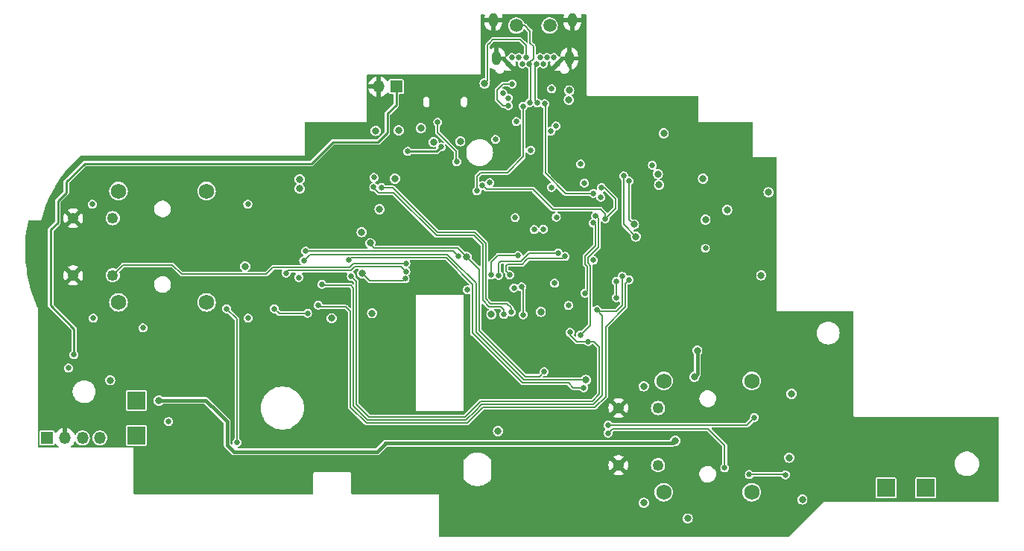
<source format=gbr>
G04 #@! TF.GenerationSoftware,KiCad,Pcbnew,7.0.6*
G04 #@! TF.CreationDate,2023-09-07T00:04:05-07:00*
G04 #@! TF.ProjectId,procon_gcc_main_pcb,70726f63-6f6e-45f6-9763-635f6d61696e,1*
G04 #@! TF.SameCoordinates,Original*
G04 #@! TF.FileFunction,Copper,L4,Bot*
G04 #@! TF.FilePolarity,Positive*
%FSLAX46Y46*%
G04 Gerber Fmt 4.6, Leading zero omitted, Abs format (unit mm)*
G04 Created by KiCad (PCBNEW 7.0.6) date 2023-09-07 00:04:05*
%MOMM*%
%LPD*%
G01*
G04 APERTURE LIST*
G04 #@! TA.AperFunction,ComponentPad*
%ADD10R,2.000000X2.000000*%
G04 #@! TD*
G04 #@! TA.AperFunction,ComponentPad*
%ADD11R,1.350000X1.350000*%
G04 #@! TD*
G04 #@! TA.AperFunction,ComponentPad*
%ADD12O,1.350000X1.350000*%
G04 #@! TD*
G04 #@! TA.AperFunction,ComponentPad*
%ADD13C,1.750000*%
G04 #@! TD*
G04 #@! TA.AperFunction,ComponentPad*
%ADD14C,1.250000*%
G04 #@! TD*
G04 #@! TA.AperFunction,ComponentPad*
%ADD15C,0.650000*%
G04 #@! TD*
G04 #@! TA.AperFunction,ComponentPad*
%ADD16O,1.000000X1.600000*%
G04 #@! TD*
G04 #@! TA.AperFunction,SMDPad,CuDef*
%ADD17C,1.500000*%
G04 #@! TD*
G04 #@! TA.AperFunction,ViaPad*
%ADD18C,0.800000*%
G04 #@! TD*
G04 #@! TA.AperFunction,ViaPad*
%ADD19C,0.650000*%
G04 #@! TD*
G04 #@! TA.AperFunction,Conductor*
%ADD20C,0.400000*%
G04 #@! TD*
G04 #@! TA.AperFunction,Conductor*
%ADD21C,0.250000*%
G04 #@! TD*
G04 #@! TA.AperFunction,Conductor*
%ADD22C,0.150000*%
G04 #@! TD*
G04 #@! TA.AperFunction,Conductor*
%ADD23C,0.200000*%
G04 #@! TD*
G04 APERTURE END LIST*
D10*
X183062000Y-145848750D03*
X93413992Y-139903200D03*
D11*
X83274400Y-140182600D03*
D12*
X85274400Y-140182600D03*
X87274400Y-140182600D03*
X89274400Y-140182600D03*
D13*
X153320200Y-133697000D03*
X153320200Y-146347000D03*
X163320200Y-133697000D03*
X163320200Y-146347000D03*
D14*
X152670200Y-136772000D03*
X152670200Y-143272000D03*
X148170200Y-136772000D03*
X148170200Y-143272000D03*
D11*
X122920000Y-100228400D03*
D12*
X120920000Y-100228400D03*
D15*
X135660000Y-97625000D03*
X136060000Y-96925000D03*
X136860000Y-96925000D03*
X137260000Y-97625000D03*
X137660000Y-96925000D03*
X138060000Y-97625000D03*
X138860000Y-97625000D03*
X139260000Y-96925000D03*
X139660000Y-97625000D03*
X140060000Y-96925000D03*
X140860000Y-96925000D03*
X141260000Y-97625000D03*
D16*
X142950000Y-92635000D03*
X142590000Y-97025000D03*
X134330000Y-97025000D03*
X133970000Y-92635000D03*
D13*
X91377000Y-112107600D03*
X91377000Y-124757600D03*
X101377000Y-112107600D03*
X101377000Y-124757600D03*
D14*
X90727000Y-115182600D03*
X90727000Y-121682600D03*
X86227000Y-115182600D03*
X86227000Y-121682600D03*
D10*
X93413992Y-135909304D03*
X178562000Y-145848750D03*
D17*
X136575800Y-93294200D03*
X140360400Y-93294200D03*
D18*
X120192800Y-125984000D03*
D19*
X142494000Y-125095000D03*
D18*
X156032200Y-149326600D03*
X160528000Y-114249200D03*
D19*
X136296400Y-123139200D03*
D18*
X167843200Y-135153400D03*
D19*
X140926929Y-122588129D03*
X120396000Y-110566200D03*
D18*
X169062400Y-147167600D03*
D19*
X111861600Y-121920000D03*
D18*
X134493000Y-139395200D03*
X119006702Y-116774102D03*
D19*
X136448800Y-115112800D03*
X106095800Y-126542800D03*
X138208690Y-107452022D03*
X94157800Y-127660400D03*
X138620500Y-116483094D03*
D18*
X122783600Y-110693200D03*
D19*
X144297400Y-111201200D03*
D18*
X151053800Y-147548600D03*
D19*
X145313400Y-119964200D03*
D18*
X153314400Y-105537000D03*
X165227000Y-112242600D03*
D19*
X88519000Y-126568200D03*
X106070400Y-113588800D03*
X134213600Y-106222800D03*
X88392000Y-113614200D03*
X133553200Y-111150400D03*
D18*
X115595400Y-126568200D03*
X167563800Y-142417800D03*
X105765600Y-120675400D03*
X121031000Y-114173000D03*
D19*
X136555272Y-104215215D03*
X141122400Y-115062000D03*
X97053400Y-138303000D03*
X131013200Y-123317000D03*
X143891000Y-109042200D03*
D18*
X151053800Y-134289800D03*
D19*
X142824200Y-121038129D03*
X137072363Y-121131594D03*
X96520000Y-139039600D03*
D18*
X155651200Y-112217200D03*
X131191000Y-118135400D03*
D19*
X134277100Y-107339094D03*
X102412800Y-140462000D03*
X111836200Y-113030000D03*
X150266400Y-119405400D03*
X132892800Y-110591600D03*
X120421400Y-115366800D03*
X142138400Y-107492800D03*
X140588129Y-103784400D03*
X138988800Y-122834400D03*
X153238200Y-119176800D03*
X147040600Y-123240800D03*
X117246400Y-124079000D03*
D18*
X131394200Y-104241600D03*
D19*
X144297400Y-110109000D03*
X138214403Y-106526609D03*
X138785600Y-114096800D03*
D18*
X95961200Y-135915400D03*
X157124400Y-130225800D03*
X154635200Y-140487400D03*
X156794200Y-133223000D03*
D19*
X124231400Y-107599500D03*
X128016000Y-107091500D03*
D18*
X142570200Y-100660200D03*
D19*
X139661900Y-116432294D03*
X140552529Y-111680482D03*
X135661400Y-102387400D03*
X136093200Y-99923600D03*
D18*
X125722725Y-104956086D03*
X130199837Y-106444519D03*
X127177237Y-106529446D03*
X123215400Y-105206800D03*
D19*
X140589000Y-100482400D03*
X135686800Y-101523800D03*
X138105188Y-102039497D03*
D18*
X136575800Y-93294200D03*
D19*
X139802765Y-102180015D03*
X145338800Y-112369600D03*
X158055736Y-118612955D03*
D18*
X164401500Y-121678700D03*
X157784800Y-110693200D03*
X152657200Y-110163000D03*
X158055736Y-115366800D03*
D19*
X152027395Y-109166476D03*
D18*
X90424000Y-133604000D03*
X152784200Y-111407600D03*
D19*
X138957046Y-102068159D03*
D18*
X140360400Y-93294200D03*
D19*
X135026400Y-100965000D03*
D18*
X120599200Y-105257600D03*
X132969000Y-99872800D03*
D19*
X112852200Y-126009400D03*
X109093000Y-125476000D03*
X146989800Y-139623800D03*
X160248600Y-143586200D03*
X146989800Y-138709400D03*
X163626800Y-137845800D03*
X167132000Y-144373600D03*
X163042600Y-144348200D03*
X136753600Y-119430800D03*
X133705600Y-121640600D03*
X124028200Y-120319800D03*
X114054979Y-125077210D03*
X149387551Y-122193703D03*
X103657400Y-125476000D03*
X104825800Y-140690600D03*
X129794000Y-108762800D03*
X127641468Y-104273468D03*
X132723174Y-111472425D03*
X146253200Y-111709200D03*
X146685000Y-115239800D03*
X86309200Y-130708400D03*
X123948748Y-122066958D03*
X135813800Y-121640600D03*
D18*
X119075200Y-121488200D03*
D19*
X142113000Y-119532400D03*
X147955000Y-124206000D03*
X147929600Y-122377200D03*
X117830600Y-121793000D03*
X142671800Y-128168400D03*
X144754600Y-129235200D03*
X148590000Y-121793000D03*
X145745200Y-125628400D03*
X114477800Y-122707400D03*
X141325600Y-119151400D03*
X124028200Y-121259600D03*
X134569200Y-121666000D03*
X110413800Y-121412000D03*
X143891000Y-128447800D03*
X145585161Y-114913733D03*
X144373600Y-123698000D03*
X145294367Y-115729088D03*
D18*
X142544800Y-101727000D03*
D19*
X137367240Y-102463027D03*
X132089527Y-112088469D03*
X144221200Y-134467600D03*
X117551200Y-119964200D03*
D18*
X130911600Y-119557800D03*
D19*
X139750800Y-132638800D03*
D18*
X119983925Y-118022388D03*
D19*
X137337800Y-126161800D03*
X137160000Y-122986800D03*
X112649000Y-118922800D03*
X129971800Y-119481600D03*
D18*
X150164800Y-117271800D03*
D19*
X148767800Y-110369400D03*
D18*
X139344400Y-125831600D03*
D19*
X149377400Y-110972600D03*
D18*
X149936200Y-115900200D03*
X133731000Y-126136400D03*
D19*
X112420400Y-120015000D03*
D18*
X144475200Y-133578600D03*
D19*
X140470827Y-105311470D03*
D18*
X111963200Y-110777800D03*
D19*
X141058451Y-104693756D03*
D18*
X111963200Y-111827800D03*
D19*
X135991600Y-125857000D03*
X121234200Y-111709200D03*
X120370600Y-111658400D03*
X135153400Y-126136400D03*
X85699600Y-132232400D03*
X146174359Y-112798690D03*
D20*
X103733600Y-140157200D02*
X103733600Y-140995400D01*
X120751600Y-141732000D02*
X121666000Y-140817600D01*
X95961200Y-135915400D02*
X101320600Y-135915400D01*
X104368600Y-141630400D02*
X104470200Y-141732000D01*
X103733600Y-138328400D02*
X103733600Y-140157200D01*
X104470200Y-141732000D02*
X108381800Y-141732000D01*
X154355800Y-140766800D02*
X154635200Y-140487400D01*
X101320600Y-135915400D02*
X102616000Y-137210800D01*
X108381800Y-141732000D02*
X120751600Y-141732000D01*
X126720600Y-140766800D02*
X154355800Y-140766800D01*
X121716800Y-140766800D02*
X126720600Y-140766800D01*
X103733600Y-140995400D02*
X104368600Y-141630400D01*
X102616000Y-137210800D02*
X103733600Y-138328400D01*
X156794200Y-133223000D02*
X157124400Y-132892800D01*
X157124400Y-132892800D02*
X157124400Y-130225800D01*
X121666000Y-140817600D02*
X121716800Y-140766800D01*
D21*
X124231400Y-107599500D02*
X127508000Y-107599500D01*
X127508000Y-107599500D02*
X128016000Y-107091500D01*
D22*
X134391400Y-100584000D02*
X134391400Y-101727000D01*
X134391400Y-101727000D02*
X135051800Y-102387400D01*
X136093200Y-99923600D02*
X135051800Y-99923600D01*
X135051800Y-99923600D02*
X134391400Y-100584000D01*
X135051800Y-102387400D02*
X135661400Y-102387400D01*
X138506200Y-95605600D02*
X138150600Y-95250000D01*
X138105188Y-102039497D02*
X138201400Y-101943285D01*
X138060000Y-97525000D02*
X138506200Y-97078800D01*
X138201400Y-101943285D02*
X138201400Y-97766400D01*
X138150600Y-93903800D02*
X138150600Y-95250000D01*
X138060000Y-97625000D02*
X138060000Y-97525000D01*
X137541000Y-93294200D02*
X136575800Y-93294200D01*
X138506200Y-97078800D02*
X138506200Y-95605600D01*
X138201400Y-97766400D02*
X138060000Y-97625000D01*
X137541000Y-93294200D02*
X138150600Y-93903800D01*
X142163800Y-112369600D02*
X145338800Y-112369600D01*
X139852400Y-102229650D02*
X139852400Y-110058200D01*
X139852400Y-110058200D02*
X142163800Y-112369600D01*
X139802765Y-102180015D02*
X139852400Y-102229650D01*
X138957046Y-102068159D02*
X138709400Y-101820513D01*
X138709400Y-101820513D02*
X138709400Y-97775600D01*
X138709400Y-97775600D02*
X138860000Y-97625000D01*
X137007600Y-94869000D02*
X134315200Y-94869000D01*
X133502400Y-95275400D02*
X133324600Y-95453200D01*
X134315200Y-94869000D02*
X133908800Y-94869000D01*
X137363200Y-95224600D02*
X137007600Y-94869000D01*
X133324600Y-99517200D02*
X132969000Y-99872800D01*
X133324600Y-97180400D02*
X133324600Y-99517200D01*
X137660000Y-95521400D02*
X137363200Y-95224600D01*
X133908800Y-94869000D02*
X133502400Y-95275400D01*
X133324600Y-95453200D02*
X133324600Y-97180400D01*
X137660000Y-96925000D02*
X137660000Y-95521400D01*
D23*
X112852200Y-126009400D02*
X109626400Y-126009400D01*
X109626400Y-126009400D02*
X109093000Y-125476000D01*
X147472400Y-139141200D02*
X146989800Y-139623800D01*
X159435800Y-140208000D02*
X158369000Y-139141200D01*
X158369000Y-139141200D02*
X157835600Y-139141200D01*
X160248600Y-141020800D02*
X159435800Y-140208000D01*
X160248600Y-143586200D02*
X160248600Y-141020800D01*
X157835600Y-139141200D02*
X147472400Y-139141200D01*
X163626800Y-137845800D02*
X162763200Y-138709400D01*
X162763200Y-138709400D02*
X146989800Y-138709400D01*
D22*
X167132000Y-144373600D02*
X167106600Y-144348200D01*
X167106600Y-144348200D02*
X163042600Y-144348200D01*
X134467600Y-119430800D02*
X134061200Y-119837200D01*
X91912000Y-120497600D02*
X90727000Y-121682600D01*
X98577400Y-121564400D02*
X97510600Y-120497600D01*
X108915200Y-120802400D02*
X108153200Y-121564400D01*
X117602000Y-120802400D02*
X108915200Y-120802400D01*
X97510600Y-120497600D02*
X91912000Y-120497600D01*
X124028200Y-120319800D02*
X118084600Y-120319800D01*
X133705600Y-120192800D02*
X133705600Y-121640600D01*
X136753600Y-119430800D02*
X134467600Y-119430800D01*
X134061200Y-119837200D02*
X133705600Y-120192800D01*
X108153200Y-121564400D02*
X98577400Y-121564400D01*
X118084600Y-120319800D02*
X117602000Y-120802400D01*
X145496800Y-136697200D02*
X132796800Y-136697200D01*
X117703600Y-136652000D02*
X117703600Y-125780800D01*
X146710400Y-127508000D02*
X146710400Y-135483600D01*
X148940000Y-125278400D02*
X146710400Y-127508000D01*
X149387551Y-122193703D02*
X148940000Y-122641254D01*
X146710400Y-135483600D02*
X145496800Y-136697200D01*
X114275969Y-125298200D02*
X114054979Y-125077210D01*
X117703600Y-125780800D02*
X117221000Y-125298200D01*
X131013200Y-138480800D02*
X119532400Y-138480800D01*
X119532400Y-138480800D02*
X117703600Y-136652000D01*
X117221000Y-125298200D02*
X114275969Y-125298200D01*
X148940000Y-122641254D02*
X148940000Y-125278400D01*
X132796800Y-136697200D02*
X131013200Y-138480800D01*
X104825800Y-126644400D02*
X103657400Y-125476000D01*
X104825800Y-140690600D02*
X104825800Y-126644400D01*
X129768600Y-107569000D02*
X129768600Y-108737400D01*
X129768600Y-108737400D02*
X129794000Y-108762800D01*
X127641468Y-104273468D02*
X127641468Y-105441868D01*
X127641468Y-105441868D02*
X129768600Y-107569000D01*
X146685000Y-115239800D02*
X147828000Y-114096800D01*
X132723174Y-111472425D02*
X133163149Y-111912400D01*
X146151600Y-114147600D02*
X146685000Y-114681000D01*
X146558000Y-111709200D02*
X146253200Y-111709200D01*
X147828000Y-114096800D02*
X147828000Y-112979200D01*
X138480800Y-111912400D02*
X140716000Y-114147600D01*
X133163149Y-111912400D02*
X138480800Y-111912400D01*
X147828000Y-112979200D02*
X146558000Y-111709200D01*
X146685000Y-114681000D02*
X146685000Y-115239800D01*
X140716000Y-114147600D02*
X146151600Y-114147600D01*
D21*
X121920000Y-105460800D02*
X121920000Y-103276400D01*
X86309200Y-127762000D02*
X83667600Y-125120400D01*
X120853200Y-106527600D02*
X121920000Y-105460800D01*
X113284000Y-108966000D02*
X115722400Y-106527600D01*
X83667600Y-125120400D02*
X83667600Y-116484400D01*
X83667600Y-116484400D02*
X84480400Y-115671600D01*
X84480400Y-115671600D02*
X84480400Y-113233200D01*
X87528400Y-108966000D02*
X113284000Y-108966000D01*
X115722400Y-106527600D02*
X120853200Y-106527600D01*
X122920000Y-102276400D02*
X122920000Y-100228400D01*
X85445600Y-112268000D02*
X85445600Y-111048800D01*
X84480400Y-113233200D02*
X85445600Y-112268000D01*
X86309200Y-130708400D02*
X86309200Y-127762000D01*
X85445600Y-111048800D02*
X87528400Y-108966000D01*
X121920000Y-103276400D02*
X122920000Y-102276400D01*
D22*
X137007600Y-120421400D02*
X135585200Y-120421400D01*
X123948748Y-122066958D02*
X123689306Y-122326400D01*
X142113000Y-119532400D02*
X141859000Y-119786400D01*
X123689306Y-122326400D02*
X119913400Y-122326400D01*
X137642600Y-120040400D02*
X137261600Y-120421400D01*
X137896600Y-119786400D02*
X137642600Y-120040400D01*
X119913400Y-122326400D02*
X119075200Y-121488200D01*
X137261600Y-120421400D02*
X137007600Y-120421400D01*
X135407400Y-121234200D02*
X135813800Y-121640600D01*
X141859000Y-119786400D02*
X140487400Y-119786400D01*
X135585200Y-120421400D02*
X135407400Y-120599200D01*
X140487400Y-119786400D02*
X137896600Y-119786400D01*
X135407400Y-120599200D02*
X135407400Y-121234200D01*
X143459200Y-129235200D02*
X143230600Y-129006600D01*
X119151400Y-137083800D02*
X118414800Y-136347200D01*
X144754600Y-129235200D02*
X143459200Y-129235200D01*
X145999200Y-129870200D02*
X145999200Y-135178800D01*
X145364200Y-129235200D02*
X145999200Y-129870200D01*
X118414800Y-136347200D02*
X118414800Y-128219200D01*
X118414800Y-122377200D02*
X117830600Y-121793000D01*
X144754600Y-129235200D02*
X145364200Y-129235200D01*
X147929600Y-122377200D02*
X147929600Y-124180600D01*
X132486400Y-135991600D02*
X130708400Y-137769600D01*
X147929600Y-124180600D02*
X147955000Y-124206000D01*
X130708400Y-137769600D02*
X119837200Y-137769600D01*
X118414800Y-128219200D02*
X118414800Y-122377200D01*
X145186400Y-135991600D02*
X132486400Y-135991600D01*
X119837200Y-137769600D02*
X119151400Y-137083800D01*
X142671800Y-128447800D02*
X142671800Y-128168400D01*
X143230600Y-129006600D02*
X142671800Y-128447800D01*
X145999200Y-135178800D02*
X145186400Y-135991600D01*
X130403600Y-138125200D02*
X119684800Y-138125200D01*
X146354800Y-126238000D02*
X146354800Y-130225800D01*
X146354800Y-135331200D02*
X145973800Y-135712200D01*
X118745000Y-137185400D02*
X118059200Y-136499600D01*
X145338800Y-136347200D02*
X144856200Y-136347200D01*
X117754400Y-122834400D02*
X114604800Y-122834400D01*
X145745200Y-125628400D02*
X146354800Y-126238000D01*
X119684800Y-138125200D02*
X118745000Y-137185400D01*
X146354800Y-130225800D02*
X146354800Y-135331200D01*
X114604800Y-122834400D02*
X114477800Y-122707400D01*
X130860800Y-138125200D02*
X130403600Y-138125200D01*
X144856200Y-136347200D02*
X132638800Y-136347200D01*
X148590000Y-121793000D02*
X148590000Y-125095000D01*
X118059200Y-123139200D02*
X117754400Y-122834400D01*
X145973800Y-135712200D02*
X145338800Y-136347200D01*
X147955000Y-125730000D02*
X145846800Y-125730000D01*
X118059200Y-135077200D02*
X118059200Y-123139200D01*
X131902200Y-137083800D02*
X130860800Y-138125200D01*
X148590000Y-125095000D02*
X147955000Y-125730000D01*
X118059200Y-136499600D02*
X118059200Y-135077200D01*
X132638800Y-136347200D02*
X131902200Y-137083800D01*
X145846800Y-125730000D02*
X145745200Y-125628400D01*
X121513600Y-120675400D02*
X118237000Y-120675400D01*
X137312400Y-119837200D02*
X137083800Y-120065800D01*
X141325600Y-119151400D02*
X137998200Y-119151400D01*
X137083800Y-120065800D02*
X136423400Y-120065800D01*
X118237000Y-120675400D02*
X117760000Y-121152400D01*
X134594600Y-120294400D02*
X134594600Y-121640600D01*
X136423400Y-120065800D02*
X134823200Y-120065800D01*
X110673400Y-121152400D02*
X110413800Y-121412000D01*
X124028200Y-121259600D02*
X123444000Y-120675400D01*
X123444000Y-120675400D02*
X121513600Y-120675400D01*
X117760000Y-121152400D02*
X117297200Y-121152400D01*
X134594600Y-121640600D02*
X134569200Y-121666000D01*
X137998200Y-119151400D02*
X137312400Y-119837200D01*
X134823200Y-120065800D02*
X134594600Y-120294400D01*
X117297200Y-121152400D02*
X110673400Y-121152400D01*
X145897600Y-118491000D02*
X145897600Y-115226172D01*
X144713400Y-120304000D02*
X144713400Y-119675200D01*
X144973600Y-127365200D02*
X144973600Y-120564200D01*
X143891000Y-128447800D02*
X144973600Y-127365200D01*
X144713400Y-119675200D02*
X145897600Y-118491000D01*
X145897600Y-115226172D02*
X145585161Y-114913733D01*
X144973600Y-120564200D02*
X144713400Y-120304000D01*
X145542000Y-118338600D02*
X145542000Y-115976721D01*
X144623600Y-120709174D02*
X144348200Y-120433774D01*
X145542000Y-115976721D02*
X145294367Y-115729088D01*
X144373600Y-123698000D02*
X144623600Y-123448000D01*
X144348200Y-120433774D02*
X144348200Y-119532400D01*
X144348200Y-119532400D02*
X145542000Y-118338600D01*
X144623600Y-123448000D02*
X144623600Y-120709174D01*
X132537200Y-109982000D02*
X135585200Y-109982000D01*
X137367240Y-108199960D02*
X137367240Y-102463027D01*
X135585200Y-109982000D02*
X137367240Y-108199960D01*
X132089527Y-112088469D02*
X132089527Y-110429673D01*
X132089527Y-110429673D02*
X132537200Y-109982000D01*
X117551200Y-119964200D02*
X117830600Y-119684800D01*
X143052800Y-134467600D02*
X144221200Y-134467600D01*
X117830600Y-119684800D02*
X128625600Y-119684800D01*
X131622800Y-122682000D02*
X131622800Y-128256974D01*
X142513800Y-133928600D02*
X143052800Y-134467600D01*
X137294426Y-133928600D02*
X142513800Y-133928600D01*
X131622800Y-128256974D02*
X137294426Y-133928600D01*
X128625600Y-119684800D02*
X131622800Y-122682000D01*
X119983925Y-118022388D02*
X119983925Y-118129725D01*
X119983925Y-118129725D02*
X120319800Y-118465600D01*
D23*
X139750800Y-132638800D02*
X139192000Y-133197600D01*
D22*
X120427000Y-118572800D02*
X120904000Y-118572800D01*
D23*
X139192000Y-133197600D02*
X137591800Y-133197600D01*
X132359400Y-121005600D02*
X130911600Y-119557800D01*
D22*
X120319800Y-118465600D02*
X120427000Y-118572800D01*
D23*
X132359400Y-127965200D02*
X132359400Y-121005600D01*
D22*
X120904000Y-118572800D02*
X129926600Y-118572800D01*
X129926600Y-118572800D02*
X130911600Y-119557800D01*
D23*
X137591800Y-133197600D02*
X132359400Y-127965200D01*
D22*
X129413000Y-118922800D02*
X112649000Y-118922800D01*
X137337800Y-126161800D02*
X137337800Y-123164600D01*
X129971800Y-119481600D02*
X129413000Y-118922800D01*
X137337800Y-123164600D02*
X137160000Y-122986800D01*
X148767800Y-115874800D02*
X150164800Y-117271800D01*
X148767800Y-110369400D02*
X148767800Y-115874800D01*
X149377400Y-110972600D02*
X149377400Y-115341400D01*
X149377400Y-115341400D02*
X149936200Y-115900200D01*
X144475200Y-133578600D02*
X137439400Y-133578600D01*
X131978400Y-125628400D02*
X131978400Y-122529600D01*
X131978400Y-128117600D02*
X131978400Y-125628400D01*
X129336800Y-119888000D02*
X128752600Y-119303800D01*
X137109200Y-133248400D02*
X131978400Y-128117600D01*
X128752600Y-119303800D02*
X127304800Y-119303800D01*
X131978400Y-122529600D02*
X129336800Y-119888000D01*
X127304800Y-119303800D02*
X113131600Y-119303800D01*
X113131600Y-119303800D02*
X112420400Y-120015000D01*
X137439400Y-133578600D02*
X137109200Y-133248400D01*
X135991600Y-125374400D02*
X135991600Y-125857000D01*
X135509000Y-124891800D02*
X135991600Y-125374400D01*
X122541974Y-111709200D02*
X127647374Y-116814600D01*
X133090400Y-118028200D02*
X133090400Y-124352800D01*
X121234200Y-111709200D02*
X122541974Y-111709200D01*
X133629400Y-124891800D02*
X135509000Y-124891800D01*
X127647374Y-116814600D02*
X131876800Y-116814600D01*
X133090400Y-124352800D02*
X133629400Y-124891800D01*
X131876800Y-116814600D02*
X133090400Y-118028200D01*
X131724400Y-117170200D02*
X132740400Y-118186200D01*
X122647000Y-112309200D02*
X127508000Y-117170200D01*
X120370600Y-111658400D02*
X120370600Y-111734600D01*
X134772400Y-125247400D02*
X135153400Y-125628400D01*
X127508000Y-117170200D02*
X131724400Y-117170200D01*
X120945200Y-112309200D02*
X122647000Y-112309200D01*
X135153400Y-125628400D02*
X135153400Y-126136400D01*
X132740400Y-118186200D02*
X132740400Y-124536200D01*
X120370600Y-111734600D02*
X120945200Y-112309200D01*
X133451600Y-125247400D02*
X134772400Y-125247400D01*
X132740400Y-124536200D02*
X133451600Y-125247400D01*
G04 #@! TA.AperFunction,Conductor*
G36*
X138564412Y-102393742D02*
G01*
X138585959Y-102411821D01*
X138622610Y-102454119D01*
X138744894Y-102532706D01*
X138884366Y-102573659D01*
X138884368Y-102573659D01*
X139029724Y-102573659D01*
X139029726Y-102573659D01*
X139169198Y-102532706D01*
X139277941Y-102462820D01*
X139337324Y-102449408D01*
X139391436Y-102477304D01*
X139393311Y-102479399D01*
X139468329Y-102565975D01*
X139556017Y-102622329D01*
X139592886Y-102670774D01*
X139596900Y-102697200D01*
X139596900Y-110024261D01*
X139595190Y-110041623D01*
X139591893Y-110058200D01*
X139598875Y-110093297D01*
X139611723Y-110157888D01*
X139611725Y-110157893D01*
X139644048Y-110206269D01*
X139668194Y-110242406D01*
X139682236Y-110251788D01*
X139695725Y-110262857D01*
X140472729Y-111039861D01*
X140498457Y-111095037D01*
X140482701Y-111153842D01*
X140434871Y-111188188D01*
X140340377Y-111215935D01*
X140315084Y-111232190D01*
X140218092Y-111294522D01*
X140122903Y-111404376D01*
X140122901Y-111404379D01*
X140062517Y-111536602D01*
X140041831Y-111680481D01*
X140041831Y-111680482D01*
X140062517Y-111824361D01*
X140122901Y-111956584D01*
X140122903Y-111956587D01*
X140177852Y-112020001D01*
X140218093Y-112066442D01*
X140340377Y-112145029D01*
X140479849Y-112185982D01*
X140479851Y-112185982D01*
X140625207Y-112185982D01*
X140625209Y-112185982D01*
X140764681Y-112145029D01*
X140886965Y-112066442D01*
X140982155Y-111956586D01*
X140985235Y-111949843D01*
X141026885Y-111858641D01*
X141042540Y-111824362D01*
X141044224Y-111812648D01*
X141072975Y-111758987D01*
X141129494Y-111736360D01*
X141187334Y-111755356D01*
X141195251Y-111762382D01*
X141959140Y-112526271D01*
X141970208Y-112539759D01*
X141979064Y-112553014D01*
X141979594Y-112553806D01*
X141979597Y-112553808D01*
X142029465Y-112587128D01*
X142064105Y-112610275D01*
X142064107Y-112610275D01*
X142064108Y-112610276D01*
X142163800Y-112630106D01*
X142180370Y-112626809D01*
X142197733Y-112625100D01*
X144850676Y-112625100D01*
X144907884Y-112645922D01*
X144917938Y-112655818D01*
X144999258Y-112749668D01*
X145004364Y-112755560D01*
X145126648Y-112834147D01*
X145266120Y-112875100D01*
X145266122Y-112875100D01*
X145411478Y-112875100D01*
X145411480Y-112875100D01*
X145550952Y-112834147D01*
X145550962Y-112834140D01*
X145553355Y-112833049D01*
X145555183Y-112832903D01*
X145557059Y-112832353D01*
X145557174Y-112832745D01*
X145614044Y-112828225D01*
X145663634Y-112863540D01*
X145678420Y-112901341D01*
X145684347Y-112942569D01*
X145744731Y-113074792D01*
X145744733Y-113074795D01*
X145837713Y-113182100D01*
X145839923Y-113184650D01*
X145962207Y-113263237D01*
X146101679Y-113304190D01*
X146101681Y-113304190D01*
X146247037Y-113304190D01*
X146247039Y-113304190D01*
X146386511Y-113263237D01*
X146508795Y-113184650D01*
X146603985Y-113074794D01*
X146664370Y-112942570D01*
X146685057Y-112798690D01*
X146682810Y-112783065D01*
X146664370Y-112654810D01*
X146603985Y-112522586D01*
X146603984Y-112522584D01*
X146508795Y-112412730D01*
X146493471Y-112402882D01*
X146403870Y-112345299D01*
X146367002Y-112296854D01*
X146369898Y-112236043D01*
X146411206Y-112191322D01*
X146426909Y-112185034D01*
X146465352Y-112173747D01*
X146524253Y-112135893D01*
X146583633Y-112122481D01*
X146635300Y-112147832D01*
X147546432Y-113058963D01*
X147572161Y-113114139D01*
X147572500Y-113121896D01*
X147572500Y-113954102D01*
X147551678Y-114011310D01*
X147546433Y-114017034D01*
X147024982Y-114538484D01*
X146969808Y-114564212D01*
X146911003Y-114548456D01*
X146888050Y-114524996D01*
X146881036Y-114514499D01*
X146881033Y-114514496D01*
X146869206Y-114496794D01*
X146864294Y-114493512D01*
X146855162Y-114487410D01*
X146841674Y-114476342D01*
X146356257Y-113990925D01*
X146345188Y-113977436D01*
X146343399Y-113974759D01*
X146335806Y-113963394D01*
X146325407Y-113956446D01*
X146262270Y-113914260D01*
X146254985Y-113907658D01*
X146251291Y-113906923D01*
X146151600Y-113887093D01*
X146135026Y-113890390D01*
X146117662Y-113892100D01*
X140858696Y-113892100D01*
X140801488Y-113871278D01*
X140795763Y-113866032D01*
X138685459Y-111755727D01*
X138674390Y-111742239D01*
X138669911Y-111735536D01*
X138665006Y-111728194D01*
X138636577Y-111709199D01*
X138602039Y-111686121D01*
X138587780Y-111676594D01*
X138584372Y-111673797D01*
X138580491Y-111671723D01*
X138480800Y-111651893D01*
X138464226Y-111655190D01*
X138446862Y-111656900D01*
X133978070Y-111656900D01*
X133920862Y-111636078D01*
X133890422Y-111583355D01*
X133900994Y-111523400D01*
X133910808Y-111509618D01*
X133982825Y-111426505D01*
X133982827Y-111426502D01*
X134029985Y-111323240D01*
X134043211Y-111294280D01*
X134063898Y-111150400D01*
X134061958Y-111136910D01*
X134043211Y-111006520D01*
X133982827Y-110874297D01*
X133982825Y-110874294D01*
X133887636Y-110764440D01*
X133862847Y-110748509D01*
X133765352Y-110685853D01*
X133625880Y-110644900D01*
X133480520Y-110644900D01*
X133341048Y-110685853D01*
X133324487Y-110696496D01*
X133218763Y-110764440D01*
X133123574Y-110874294D01*
X133123572Y-110874297D01*
X133076365Y-110977668D01*
X133033660Y-111021057D01*
X132973056Y-111026843D01*
X132947291Y-111015567D01*
X132935329Y-111007879D01*
X132918822Y-111003032D01*
X132795854Y-110966925D01*
X132650494Y-110966925D01*
X132511022Y-111007878D01*
X132511020Y-111007878D01*
X132511020Y-111007879D01*
X132502498Y-111013356D01*
X132486859Y-111023407D01*
X132482144Y-111026437D01*
X132422760Y-111039849D01*
X132368648Y-111011952D01*
X132345128Y-110955799D01*
X132345027Y-110951565D01*
X132345027Y-110572370D01*
X132365849Y-110515162D01*
X132371094Y-110509437D01*
X132616964Y-110263567D01*
X132672140Y-110237839D01*
X132679897Y-110237500D01*
X135551263Y-110237500D01*
X135568625Y-110239209D01*
X135585200Y-110242507D01*
X135684891Y-110222676D01*
X135684894Y-110222674D01*
X135766607Y-110168077D01*
X135766609Y-110168074D01*
X135769406Y-110166206D01*
X135778792Y-110152156D01*
X135789855Y-110138675D01*
X137523911Y-108404618D01*
X137537393Y-108393554D01*
X137551446Y-108384166D01*
X137590773Y-108325306D01*
X137607916Y-108299652D01*
X137627747Y-108199960D01*
X137624450Y-108183383D01*
X137622740Y-108166021D01*
X137622740Y-107786336D01*
X137643562Y-107729128D01*
X137696285Y-107698688D01*
X137756240Y-107709260D01*
X137779002Y-107728054D01*
X137779063Y-107728124D01*
X137779064Y-107728126D01*
X137874254Y-107837982D01*
X137996538Y-107916569D01*
X138136010Y-107957522D01*
X138136012Y-107957522D01*
X138281368Y-107957522D01*
X138281370Y-107957522D01*
X138420842Y-107916569D01*
X138543126Y-107837982D01*
X138638316Y-107728126D01*
X138698701Y-107595902D01*
X138719388Y-107452022D01*
X138698701Y-107308142D01*
X138692088Y-107293661D01*
X138638317Y-107175919D01*
X138638315Y-107175916D01*
X138543126Y-107066062D01*
X138497145Y-107036512D01*
X138420842Y-106987475D01*
X138281370Y-106946522D01*
X138136010Y-106946522D01*
X137996538Y-106987475D01*
X137946457Y-107019660D01*
X137874255Y-107066061D01*
X137874254Y-107066061D01*
X137874254Y-107066062D01*
X137814560Y-107134954D01*
X137779002Y-107175990D01*
X137725802Y-107205589D01*
X137666023Y-107194068D01*
X137627635Y-107146816D01*
X137622740Y-107117707D01*
X137622740Y-102948313D01*
X137643562Y-102891105D01*
X137663623Y-102873441D01*
X137701676Y-102848987D01*
X137796866Y-102739131D01*
X137857251Y-102606907D01*
X137858273Y-102599793D01*
X137887022Y-102546134D01*
X137943540Y-102523505D01*
X137971434Y-102527064D01*
X138032508Y-102544997D01*
X138032510Y-102544997D01*
X138177866Y-102544997D01*
X138177868Y-102544997D01*
X138317340Y-102504044D01*
X138439624Y-102425457D01*
X138451436Y-102411824D01*
X138504632Y-102382224D01*
X138564412Y-102393742D01*
G37*
G04 #@! TD.AperFunction*
G04 #@! TA.AperFunction,Conductor*
G36*
X136922111Y-95145322D02*
G01*
X136927835Y-95150567D01*
X137045219Y-95267950D01*
X137164736Y-95387467D01*
X137164738Y-95387470D01*
X137378433Y-95601165D01*
X137404161Y-95656340D01*
X137404500Y-95664097D01*
X137404500Y-96439713D01*
X137383678Y-96496921D01*
X137363617Y-96514584D01*
X137325565Y-96539038D01*
X137320755Y-96543207D01*
X137319291Y-96541518D01*
X137274052Y-96566682D01*
X137214274Y-96555153D01*
X137199578Y-96542822D01*
X137199245Y-96543207D01*
X137194439Y-96539042D01*
X137194433Y-96539038D01*
X137072152Y-96460453D01*
X136932680Y-96419500D01*
X136787320Y-96419500D01*
X136647848Y-96460453D01*
X136639002Y-96466138D01*
X136525560Y-96539042D01*
X136520755Y-96543207D01*
X136519291Y-96541518D01*
X136474052Y-96566682D01*
X136414274Y-96555153D01*
X136399578Y-96542822D01*
X136399245Y-96543207D01*
X136394439Y-96539042D01*
X136394433Y-96539038D01*
X136272152Y-96460453D01*
X136132680Y-96419500D01*
X135987320Y-96419500D01*
X135847848Y-96460453D01*
X135839002Y-96466138D01*
X135725563Y-96539040D01*
X135630374Y-96648894D01*
X135630372Y-96648898D01*
X135578702Y-96762040D01*
X135535996Y-96805429D01*
X135516250Y-96812123D01*
X135437505Y-96828862D01*
X135377218Y-96820390D01*
X135336481Y-96775148D01*
X135330000Y-96741807D01*
X135330000Y-96674280D01*
X135314582Y-96522668D01*
X135314579Y-96522654D01*
X135253699Y-96328617D01*
X135253695Y-96328607D01*
X135154994Y-96150784D01*
X135022519Y-95996468D01*
X134861695Y-95871981D01*
X134861693Y-95871980D01*
X134679096Y-95782412D01*
X134580000Y-95756754D01*
X134580000Y-96700376D01*
X134565495Y-96627455D01*
X134510240Y-96544760D01*
X134427545Y-96489505D01*
X134330000Y-96470102D01*
X134232455Y-96489505D01*
X134149760Y-96544760D01*
X134094505Y-96627455D01*
X134080000Y-96700376D01*
X134080000Y-95751633D01*
X134079999Y-95751632D01*
X134078058Y-95751929D01*
X133887337Y-95822564D01*
X133716178Y-95929248D01*
X133656614Y-95941838D01*
X133602893Y-95913196D01*
X133580151Y-95856724D01*
X133580100Y-95853718D01*
X133580100Y-95595895D01*
X133600922Y-95538687D01*
X133606159Y-95532971D01*
X133657941Y-95481188D01*
X133657946Y-95481185D01*
X133665268Y-95473862D01*
X133665270Y-95473862D01*
X133988563Y-95150567D01*
X134043739Y-95124839D01*
X134051496Y-95124500D01*
X134290033Y-95124500D01*
X136864903Y-95124500D01*
X136922111Y-95145322D01*
G37*
G04 #@! TD.AperFunction*
G04 #@! TA.AperFunction,Conductor*
G36*
X132962951Y-92035680D02*
G01*
X132993391Y-92088403D01*
X132992921Y-92121774D01*
X132970000Y-92233304D01*
X132970000Y-92384999D01*
X132970001Y-92385000D01*
X133720000Y-92385000D01*
X133720000Y-92885001D01*
X133719999Y-92885000D01*
X132970000Y-92885000D01*
X132970000Y-92985719D01*
X132985417Y-93137331D01*
X132985420Y-93137345D01*
X133046300Y-93331382D01*
X133046304Y-93331392D01*
X133145005Y-93509215D01*
X133277480Y-93663531D01*
X133438304Y-93788018D01*
X133438306Y-93788019D01*
X133620910Y-93877590D01*
X133719999Y-93903244D01*
X133720000Y-93903244D01*
X133720000Y-92959624D01*
X133734505Y-93032545D01*
X133789760Y-93115240D01*
X133872455Y-93170495D01*
X133970000Y-93189898D01*
X134067545Y-93170495D01*
X134150240Y-93115240D01*
X134205495Y-93032545D01*
X134220000Y-92959624D01*
X134220000Y-93908365D01*
X134221941Y-93908069D01*
X134221945Y-93908068D01*
X134412666Y-93837434D01*
X134585263Y-93729853D01*
X134585264Y-93729853D01*
X134732667Y-93589735D01*
X134732670Y-93589731D01*
X134848855Y-93422805D01*
X134848856Y-93422801D01*
X134929059Y-93235908D01*
X134929062Y-93235898D01*
X134969998Y-93036697D01*
X134970000Y-93036687D01*
X134970000Y-92885001D01*
X134969999Y-92885000D01*
X134220001Y-92885000D01*
X134220000Y-92885001D01*
X134220000Y-92385000D01*
X134969999Y-92385000D01*
X134970000Y-92384998D01*
X134970000Y-92284280D01*
X134954581Y-92132664D01*
X134953904Y-92130505D01*
X134953946Y-92129570D01*
X134953673Y-92128242D01*
X134954008Y-92128172D01*
X134956642Y-92069687D01*
X134997833Y-92024858D01*
X135038821Y-92014858D01*
X141885743Y-92014858D01*
X141942951Y-92035680D01*
X141973391Y-92088403D01*
X141972921Y-92121774D01*
X141950000Y-92233304D01*
X141950000Y-92384999D01*
X141950001Y-92385000D01*
X142700000Y-92385000D01*
X142700000Y-92885001D01*
X142699999Y-92885000D01*
X141950000Y-92885000D01*
X141950000Y-92985719D01*
X141965417Y-93137331D01*
X141965420Y-93137345D01*
X142026300Y-93331382D01*
X142026304Y-93331392D01*
X142125005Y-93509215D01*
X142257480Y-93663531D01*
X142418304Y-93788018D01*
X142418306Y-93788019D01*
X142600910Y-93877590D01*
X142699999Y-93903244D01*
X142700000Y-93903244D01*
X142700000Y-92959624D01*
X142714505Y-93032545D01*
X142769760Y-93115240D01*
X142852455Y-93170495D01*
X142950000Y-93189898D01*
X143047545Y-93170495D01*
X143130240Y-93115240D01*
X143185495Y-93032545D01*
X143200000Y-92959624D01*
X143200000Y-93908365D01*
X143201941Y-93908069D01*
X143201945Y-93908068D01*
X143392666Y-93837434D01*
X143565263Y-93729853D01*
X143565264Y-93729853D01*
X143712667Y-93589735D01*
X143712670Y-93589731D01*
X143828855Y-93422805D01*
X143828856Y-93422801D01*
X143909059Y-93235908D01*
X143909062Y-93235898D01*
X143949998Y-93036697D01*
X143950000Y-93036687D01*
X143950000Y-92885001D01*
X143949999Y-92885000D01*
X143200000Y-92885000D01*
X143200000Y-92385000D01*
X143949999Y-92385000D01*
X143950000Y-92384998D01*
X143950000Y-92284280D01*
X143934581Y-92132664D01*
X143933904Y-92130505D01*
X143933946Y-92129570D01*
X143933673Y-92128242D01*
X143934008Y-92128172D01*
X143936642Y-92069687D01*
X143977833Y-92024858D01*
X144018821Y-92014858D01*
X144466725Y-92014858D01*
X144523933Y-92035680D01*
X144554373Y-92088403D01*
X144555725Y-92103858D01*
X144555725Y-101082826D01*
X144552693Y-101105858D01*
X144550416Y-101114356D01*
X144550416Y-101114360D01*
X144554211Y-101128527D01*
X144554215Y-101128535D01*
X144555725Y-101134171D01*
X144555725Y-101134172D01*
X144571290Y-101192262D01*
X144628320Y-101249293D01*
X144706225Y-101270167D01*
X144713090Y-101268327D01*
X144714724Y-101267890D01*
X144737757Y-101264858D01*
X157166725Y-101264858D01*
X157223933Y-101285680D01*
X157254373Y-101338403D01*
X157255725Y-101353858D01*
X157255725Y-104082826D01*
X157252693Y-104105858D01*
X157250416Y-104114356D01*
X157250416Y-104114360D01*
X157254211Y-104128527D01*
X157254215Y-104128535D01*
X157255725Y-104134171D01*
X157255725Y-104134172D01*
X157271290Y-104192262D01*
X157328320Y-104249293D01*
X157406225Y-104270167D01*
X157413090Y-104268327D01*
X157414724Y-104267890D01*
X157437757Y-104264858D01*
X163366725Y-104264858D01*
X163423933Y-104285680D01*
X163454373Y-104338403D01*
X163455725Y-104353858D01*
X163455725Y-108082826D01*
X163452693Y-108105858D01*
X163450416Y-108114356D01*
X163450416Y-108114360D01*
X163454211Y-108128527D01*
X163454215Y-108128535D01*
X163455725Y-108134171D01*
X163455725Y-108134172D01*
X163471290Y-108192262D01*
X163528320Y-108249293D01*
X163606225Y-108270167D01*
X163613090Y-108268327D01*
X163614724Y-108267890D01*
X163637757Y-108264858D01*
X166066725Y-108264858D01*
X166123933Y-108285680D01*
X166154373Y-108338403D01*
X166155725Y-108353858D01*
X166155725Y-125582826D01*
X166152693Y-125605858D01*
X166150416Y-125614356D01*
X166150416Y-125614360D01*
X166154211Y-125628527D01*
X166154215Y-125628535D01*
X166155725Y-125634171D01*
X166155725Y-125634172D01*
X166171290Y-125692262D01*
X166228320Y-125749293D01*
X166306225Y-125770167D01*
X166313090Y-125768327D01*
X166314724Y-125767890D01*
X166337757Y-125764858D01*
X174766725Y-125764858D01*
X174823933Y-125785680D01*
X174854373Y-125838403D01*
X174855725Y-125853858D01*
X174855725Y-137582825D01*
X174852693Y-137605857D01*
X174850416Y-137614355D01*
X174850416Y-137614359D01*
X174854211Y-137628526D01*
X174854215Y-137628534D01*
X174855725Y-137634170D01*
X174855725Y-137634171D01*
X174871290Y-137692261D01*
X174928320Y-137749292D01*
X175006225Y-137770166D01*
X175013090Y-137768326D01*
X175014724Y-137767889D01*
X175037757Y-137764857D01*
X191316725Y-137764857D01*
X191373933Y-137785679D01*
X191404373Y-137838402D01*
X191405725Y-137853857D01*
X191405725Y-147374857D01*
X191384903Y-147432065D01*
X191332180Y-147462505D01*
X191316725Y-147463857D01*
X171607748Y-147463857D01*
X171602936Y-147463254D01*
X171555307Y-147463857D01*
X171535911Y-147463857D01*
X171531764Y-147464154D01*
X171513995Y-147464380D01*
X171513996Y-147464380D01*
X171513992Y-147464381D01*
X171507759Y-147468086D01*
X171485328Y-147477544D01*
X171478323Y-147479421D01*
X171478317Y-147479424D01*
X171465751Y-147491989D01*
X171462654Y-147494741D01*
X171449137Y-147508605D01*
X171415448Y-147542292D01*
X171412511Y-147546168D01*
X167618964Y-151436988D01*
X167564118Y-151463413D01*
X167555240Y-151463857D01*
X127895726Y-151463857D01*
X127838518Y-151443035D01*
X127808078Y-151390312D01*
X127806726Y-151374857D01*
X127806726Y-149326600D01*
X155446691Y-149326600D01*
X155466642Y-149478141D01*
X155466642Y-149478143D01*
X155466643Y-149478144D01*
X155525131Y-149619349D01*
X155525132Y-149619351D01*
X155525134Y-149619355D01*
X155618183Y-149740617D01*
X155739445Y-149833666D01*
X155880659Y-149892158D01*
X156032200Y-149912109D01*
X156183741Y-149892158D01*
X156324955Y-149833666D01*
X156446217Y-149740617D01*
X156539266Y-149619355D01*
X156597758Y-149478141D01*
X156617709Y-149326600D01*
X156597758Y-149175059D01*
X156539266Y-149033846D01*
X156446217Y-148912583D01*
X156446212Y-148912579D01*
X156446211Y-148912578D01*
X156390465Y-148869803D01*
X156324955Y-148819534D01*
X156324951Y-148819532D01*
X156324949Y-148819531D01*
X156183744Y-148761043D01*
X156183743Y-148761042D01*
X156183741Y-148761042D01*
X156032200Y-148741091D01*
X156032199Y-148741091D01*
X155999223Y-148745432D01*
X155880659Y-148761042D01*
X155880657Y-148761042D01*
X155880655Y-148761043D01*
X155739451Y-148819531D01*
X155739443Y-148819536D01*
X155618188Y-148912578D01*
X155618178Y-148912588D01*
X155525136Y-149033843D01*
X155525131Y-149033851D01*
X155466643Y-149175055D01*
X155466642Y-149175057D01*
X155466642Y-149175059D01*
X155446691Y-149326600D01*
X127806726Y-149326600D01*
X127806726Y-147548600D01*
X150468291Y-147548600D01*
X150488242Y-147700141D01*
X150488242Y-147700143D01*
X150488243Y-147700144D01*
X150546731Y-147841349D01*
X150546732Y-147841351D01*
X150546734Y-147841355D01*
X150639783Y-147962617D01*
X150761045Y-148055666D01*
X150902259Y-148114158D01*
X151053800Y-148134109D01*
X151205341Y-148114158D01*
X151346555Y-148055666D01*
X151467817Y-147962617D01*
X151560866Y-147841355D01*
X151619358Y-147700141D01*
X151639309Y-147548600D01*
X151619358Y-147397059D01*
X151560866Y-147255846D01*
X151467817Y-147134583D01*
X151467812Y-147134579D01*
X151467811Y-147134578D01*
X151412065Y-147091803D01*
X151346555Y-147041534D01*
X151346551Y-147041532D01*
X151346549Y-147041531D01*
X151205344Y-146983043D01*
X151205343Y-146983042D01*
X151205341Y-146983042D01*
X151053800Y-146963091D01*
X151053799Y-146963091D01*
X151020823Y-146967432D01*
X150902259Y-146983042D01*
X150902257Y-146983042D01*
X150902255Y-146983043D01*
X150761051Y-147041531D01*
X150761043Y-147041536D01*
X150639788Y-147134578D01*
X150639778Y-147134588D01*
X150546736Y-147255843D01*
X150546731Y-147255851D01*
X150488243Y-147397055D01*
X150488242Y-147397057D01*
X150488242Y-147397059D01*
X150468291Y-147548600D01*
X127806726Y-147548600D01*
X127806726Y-146745888D01*
X127809758Y-146722854D01*
X127812035Y-146714357D01*
X127812034Y-146714356D01*
X127812035Y-146714355D01*
X127791161Y-146636454D01*
X127791161Y-146636453D01*
X127769204Y-146614496D01*
X127734131Y-146579422D01*
X127656226Y-146558548D01*
X127656225Y-146558548D01*
X127647727Y-146560825D01*
X127624694Y-146563857D01*
X117895726Y-146563857D01*
X117838518Y-146543035D01*
X117808078Y-146490312D01*
X117806726Y-146474857D01*
X117806726Y-146347004D01*
X152259593Y-146347004D01*
X152279970Y-146553905D01*
X152279971Y-146553910D01*
X152279971Y-146553912D01*
X152279972Y-146553914D01*
X152340327Y-146752877D01*
X152340328Y-146752880D01*
X152340329Y-146752881D01*
X152438337Y-146936242D01*
X152570233Y-147096956D01*
X152570238Y-147096962D01*
X152570243Y-147096966D01*
X152730957Y-147228862D01*
X152801141Y-147266375D01*
X152914323Y-147326873D01*
X153113286Y-147387228D01*
X153113291Y-147387228D01*
X153113294Y-147387229D01*
X153320195Y-147407607D01*
X153320200Y-147407607D01*
X153320205Y-147407607D01*
X153527105Y-147387229D01*
X153527106Y-147387228D01*
X153527114Y-147387228D01*
X153726077Y-147326873D01*
X153909442Y-147228862D01*
X154070162Y-147096962D01*
X154202062Y-146936242D01*
X154300073Y-146752877D01*
X154360428Y-146553914D01*
X154360429Y-146553905D01*
X154380807Y-146347004D01*
X162259593Y-146347004D01*
X162279970Y-146553905D01*
X162279971Y-146553910D01*
X162279971Y-146553912D01*
X162279972Y-146553914D01*
X162340327Y-146752877D01*
X162340328Y-146752880D01*
X162340329Y-146752881D01*
X162438337Y-146936242D01*
X162570233Y-147096956D01*
X162570238Y-147096962D01*
X162570243Y-147096966D01*
X162730957Y-147228862D01*
X162801141Y-147266375D01*
X162914323Y-147326873D01*
X163113286Y-147387228D01*
X163113291Y-147387228D01*
X163113294Y-147387229D01*
X163320195Y-147407607D01*
X163320200Y-147407607D01*
X163320205Y-147407607D01*
X163527105Y-147387229D01*
X163527106Y-147387228D01*
X163527114Y-147387228D01*
X163726077Y-147326873D01*
X163909442Y-147228862D01*
X163984090Y-147167600D01*
X168476891Y-147167600D01*
X168496842Y-147319141D01*
X168496842Y-147319143D01*
X168496843Y-147319144D01*
X168555331Y-147460349D01*
X168555332Y-147460351D01*
X168555334Y-147460355D01*
X168579608Y-147491989D01*
X168621181Y-147546168D01*
X168648383Y-147581617D01*
X168769645Y-147674666D01*
X168910859Y-147733158D01*
X169062400Y-147753109D01*
X169213941Y-147733158D01*
X169355155Y-147674666D01*
X169476417Y-147581617D01*
X169569466Y-147460355D01*
X169627958Y-147319141D01*
X169647909Y-147167600D01*
X169627958Y-147016059D01*
X169569466Y-146874846D01*
X169563082Y-146866526D01*
X177381500Y-146866526D01*
X177391972Y-146919177D01*
X177391973Y-146919178D01*
X177431867Y-146978883D01*
X177431870Y-146978885D01*
X177431872Y-146978887D01*
X177491570Y-147018776D01*
X177491571Y-147018776D01*
X177491572Y-147018777D01*
X177544223Y-147029250D01*
X179579776Y-147029249D01*
X179632428Y-147018777D01*
X179692133Y-146978883D01*
X179732027Y-146919178D01*
X179742500Y-146866527D01*
X179742500Y-146866526D01*
X181881500Y-146866526D01*
X181891972Y-146919177D01*
X181891973Y-146919178D01*
X181931867Y-146978883D01*
X181931870Y-146978885D01*
X181931872Y-146978887D01*
X181991570Y-147018776D01*
X181991571Y-147018776D01*
X181991572Y-147018777D01*
X182044223Y-147029250D01*
X184079776Y-147029249D01*
X184132428Y-147018777D01*
X184192133Y-146978883D01*
X184232027Y-146919178D01*
X184242500Y-146866527D01*
X184242499Y-144830974D01*
X184241783Y-144827376D01*
X184232027Y-144778322D01*
X184226070Y-144769407D01*
X184192133Y-144718617D01*
X184192129Y-144718614D01*
X184192127Y-144718612D01*
X184132429Y-144678723D01*
X184132430Y-144678723D01*
X184079777Y-144668250D01*
X182044223Y-144668250D01*
X181991572Y-144678722D01*
X181931869Y-144718615D01*
X181931862Y-144718622D01*
X181891973Y-144778319D01*
X181881500Y-144830968D01*
X181881500Y-146866526D01*
X179742500Y-146866526D01*
X179742499Y-144830974D01*
X179741783Y-144827376D01*
X179732027Y-144778322D01*
X179726070Y-144769407D01*
X179692133Y-144718617D01*
X179692129Y-144718614D01*
X179692127Y-144718612D01*
X179632429Y-144678723D01*
X179632430Y-144678723D01*
X179579777Y-144668250D01*
X177544223Y-144668250D01*
X177491572Y-144678722D01*
X177431869Y-144718615D01*
X177431862Y-144718622D01*
X177391973Y-144778319D01*
X177381500Y-144830968D01*
X177381500Y-146866526D01*
X169563082Y-146866526D01*
X169476417Y-146753583D01*
X169476412Y-146753579D01*
X169476411Y-146753578D01*
X169399474Y-146694542D01*
X169355155Y-146660534D01*
X169355151Y-146660532D01*
X169355149Y-146660531D01*
X169213944Y-146602043D01*
X169213943Y-146602042D01*
X169213941Y-146602042D01*
X169062400Y-146582091D01*
X168910859Y-146602042D01*
X168910857Y-146602042D01*
X168910855Y-146602043D01*
X168769651Y-146660531D01*
X168769643Y-146660536D01*
X168648388Y-146753578D01*
X168648378Y-146753588D01*
X168555336Y-146874843D01*
X168555331Y-146874851D01*
X168496843Y-147016055D01*
X168496842Y-147016057D01*
X168496842Y-147016059D01*
X168476891Y-147167600D01*
X163984090Y-147167600D01*
X164070162Y-147096962D01*
X164202062Y-146936242D01*
X164300073Y-146752877D01*
X164360428Y-146553914D01*
X164360429Y-146553905D01*
X164380807Y-146347004D01*
X164380807Y-146346995D01*
X164360429Y-146140094D01*
X164360428Y-146140089D01*
X164360428Y-146140086D01*
X164300073Y-145941123D01*
X164262838Y-145871463D01*
X164202062Y-145757757D01*
X164070166Y-145597043D01*
X164070162Y-145597038D01*
X164070156Y-145597033D01*
X163909442Y-145465137D01*
X163778137Y-145394953D01*
X163726077Y-145367127D01*
X163527114Y-145306772D01*
X163527112Y-145306771D01*
X163527110Y-145306771D01*
X163527105Y-145306770D01*
X163320205Y-145286393D01*
X163320195Y-145286393D01*
X163113294Y-145306770D01*
X163113289Y-145306771D01*
X163113285Y-145306772D01*
X163113286Y-145306772D01*
X162914323Y-145367127D01*
X162914320Y-145367128D01*
X162914318Y-145367129D01*
X162730957Y-145465137D01*
X162570243Y-145597033D01*
X162570233Y-145597043D01*
X162438337Y-145757757D01*
X162340329Y-145941118D01*
X162279971Y-146140089D01*
X162279970Y-146140094D01*
X162259593Y-146346995D01*
X162259593Y-146347004D01*
X154380807Y-146347004D01*
X154380807Y-146346995D01*
X154360429Y-146140094D01*
X154360428Y-146140089D01*
X154360428Y-146140086D01*
X154300073Y-145941123D01*
X154262838Y-145871463D01*
X154202062Y-145757757D01*
X154070166Y-145597043D01*
X154070162Y-145597038D01*
X154070156Y-145597033D01*
X153909442Y-145465137D01*
X153778137Y-145394953D01*
X153726077Y-145367127D01*
X153527114Y-145306772D01*
X153527112Y-145306771D01*
X153527110Y-145306771D01*
X153527105Y-145306770D01*
X153320205Y-145286393D01*
X153320195Y-145286393D01*
X153113294Y-145306770D01*
X153113289Y-145306771D01*
X153113285Y-145306772D01*
X153113286Y-145306772D01*
X152914323Y-145367127D01*
X152914320Y-145367128D01*
X152914318Y-145367129D01*
X152730957Y-145465137D01*
X152570243Y-145597033D01*
X152570233Y-145597043D01*
X152438337Y-145757757D01*
X152340329Y-145941118D01*
X152279971Y-146140089D01*
X152279970Y-146140094D01*
X152259593Y-146346995D01*
X152259593Y-146347004D01*
X117806726Y-146347004D01*
X117806726Y-144795419D01*
X130601923Y-144795419D01*
X130604045Y-144806178D01*
X130604816Y-144814056D01*
X130604965Y-144814037D01*
X130605725Y-144819814D01*
X130609162Y-144832644D01*
X130609836Y-144835546D01*
X130615215Y-144862816D01*
X130617460Y-144867854D01*
X130620590Y-144876690D01*
X130621290Y-144877902D01*
X130621291Y-144877904D01*
X130637728Y-144894341D01*
X130646017Y-144903905D01*
X130648191Y-144906807D01*
X130711405Y-144991201D01*
X130711410Y-144991206D01*
X130871378Y-145154220D01*
X130888007Y-145171165D01*
X131086831Y-145326224D01*
X131304394Y-145453664D01*
X131536883Y-145551250D01*
X131780226Y-145617274D01*
X131780230Y-145617274D01*
X131780231Y-145617275D01*
X132030151Y-145650577D01*
X132030156Y-145650577D01*
X132282300Y-145650577D01*
X132532220Y-145617275D01*
X132532220Y-145617274D01*
X132532226Y-145617274D01*
X132775569Y-145551250D01*
X133008058Y-145453664D01*
X133225621Y-145326224D01*
X133424445Y-145171165D01*
X133601046Y-144991202D01*
X133666438Y-144903899D01*
X133674730Y-144894334D01*
X133691161Y-144877904D01*
X133691161Y-144877901D01*
X133691862Y-144876689D01*
X133694996Y-144867843D01*
X133697232Y-144862823D01*
X133697236Y-144862819D01*
X133702618Y-144835525D01*
X133703289Y-144832639D01*
X133706726Y-144819814D01*
X133706726Y-144819811D01*
X133707488Y-144814030D01*
X133707637Y-144814049D01*
X133708407Y-144806168D01*
X133710528Y-144795416D01*
X133709584Y-144791780D01*
X133706726Y-144769408D01*
X133706726Y-143272003D01*
X147040380Y-143272003D01*
X147059615Y-143479598D01*
X147059618Y-143479611D01*
X147116673Y-143680137D01*
X147116675Y-143680142D01*
X147209606Y-143866771D01*
X147209607Y-143866773D01*
X147214885Y-143873760D01*
X147725749Y-143362895D01*
X147726527Y-143373265D01*
X147776087Y-143499541D01*
X147860665Y-143605599D01*
X147972747Y-143682016D01*
X148080499Y-143715252D01*
X147571351Y-144224400D01*
X147666599Y-144283375D01*
X147861010Y-144358690D01*
X148065950Y-144396999D01*
X148065955Y-144397000D01*
X148274445Y-144397000D01*
X148274449Y-144396999D01*
X148416791Y-144370391D01*
X157366024Y-144370391D01*
X157395297Y-144561474D01*
X157462436Y-144742754D01*
X157564689Y-144906805D01*
X157564691Y-144906807D01*
X157697877Y-145046919D01*
X157856542Y-145157353D01*
X158034188Y-145233587D01*
X158034192Y-145233587D01*
X158034196Y-145233589D01*
X158223536Y-145272499D01*
X158223542Y-145272499D01*
X158223544Y-145272500D01*
X158223546Y-145272500D01*
X158368413Y-145272500D01*
X158512515Y-145257846D01*
X158512517Y-145257845D01*
X158512521Y-145257845D01*
X158696968Y-145199974D01*
X158865991Y-145106159D01*
X159012668Y-144980240D01*
X159130996Y-144827373D01*
X159216130Y-144653816D01*
X159264585Y-144466674D01*
X159270593Y-144348200D01*
X162531902Y-144348200D01*
X162552588Y-144492079D01*
X162612972Y-144624302D01*
X162612974Y-144624305D01*
X162694694Y-144718615D01*
X162708164Y-144734160D01*
X162830448Y-144812747D01*
X162969920Y-144853700D01*
X162969922Y-144853700D01*
X163115278Y-144853700D01*
X163115280Y-144853700D01*
X163254752Y-144812747D01*
X163377036Y-144734160D01*
X163463462Y-144634417D01*
X163516662Y-144604818D01*
X163530724Y-144603700D01*
X166624211Y-144603700D01*
X166681419Y-144624522D01*
X166699081Y-144644581D01*
X166702372Y-144649702D01*
X166784409Y-144744378D01*
X166797564Y-144759560D01*
X166919848Y-144838147D01*
X167059320Y-144879100D01*
X167059322Y-144879100D01*
X167204678Y-144879100D01*
X167204680Y-144879100D01*
X167344152Y-144838147D01*
X167466436Y-144759560D01*
X167561626Y-144649704D01*
X167622011Y-144517480D01*
X167642698Y-144373600D01*
X167642236Y-144370390D01*
X167622011Y-144229720D01*
X167561627Y-144097497D01*
X167561625Y-144097494D01*
X167466436Y-143987640D01*
X167443895Y-143973154D01*
X167344152Y-143909053D01*
X167204680Y-143868100D01*
X167059320Y-143868100D01*
X166919848Y-143909053D01*
X166820106Y-143973153D01*
X166797561Y-143987642D01*
X166733147Y-144061982D01*
X166679948Y-144091582D01*
X166665885Y-144092700D01*
X163530724Y-144092700D01*
X163473516Y-144071878D01*
X163463462Y-144061982D01*
X163462459Y-144060825D01*
X163377036Y-143962240D01*
X163254752Y-143883653D01*
X163115280Y-143842700D01*
X162969920Y-143842700D01*
X162830448Y-143883653D01*
X162803074Y-143901245D01*
X162708163Y-143962240D01*
X162612974Y-144072094D01*
X162612972Y-144072097D01*
X162552588Y-144204320D01*
X162531902Y-144348199D01*
X162531902Y-144348200D01*
X159270593Y-144348200D01*
X159274376Y-144273610D01*
X159245103Y-144082526D01*
X159177964Y-143901247D01*
X159177963Y-143901245D01*
X159075710Y-143737194D01*
X159046880Y-143706865D01*
X158942523Y-143597081D01*
X158783858Y-143486647D01*
X158783854Y-143486645D01*
X158606213Y-143410413D01*
X158606203Y-143410410D01*
X158416863Y-143371500D01*
X158416856Y-143371500D01*
X158271994Y-143371500D01*
X158271986Y-143371500D01*
X158127884Y-143386153D01*
X158127873Y-143386156D01*
X157943435Y-143444024D01*
X157774404Y-143537844D01*
X157627735Y-143663756D01*
X157627728Y-143663764D01*
X157509406Y-143816623D01*
X157509405Y-143816625D01*
X157424270Y-143990184D01*
X157375816Y-144177322D01*
X157375815Y-144177327D01*
X157366024Y-144370391D01*
X148416791Y-144370391D01*
X148479386Y-144358690D01*
X148673806Y-144283371D01*
X148769046Y-144224400D01*
X148258430Y-143713784D01*
X148304338Y-143706865D01*
X148426557Y-143648007D01*
X148525998Y-143555740D01*
X148593825Y-143438260D01*
X148611699Y-143359945D01*
X149125514Y-143873760D01*
X149130790Y-143866775D01*
X149130795Y-143866767D01*
X149223724Y-143680142D01*
X149223726Y-143680137D01*
X149280781Y-143479611D01*
X149280784Y-143479598D01*
X149300020Y-143272003D01*
X151859603Y-143272003D01*
X151879924Y-143452364D01*
X151879925Y-143452370D01*
X151879926Y-143452375D01*
X151930561Y-143597081D01*
X151939878Y-143623708D01*
X152011187Y-143737194D01*
X152036450Y-143777399D01*
X152164801Y-143905750D01*
X152164803Y-143905751D01*
X152164804Y-143905752D01*
X152318491Y-144002321D01*
X152318492Y-144002321D01*
X152318495Y-144002323D01*
X152489825Y-144062274D01*
X152539011Y-144067815D01*
X152670197Y-144082597D01*
X152670200Y-144082597D01*
X152670203Y-144082597D01*
X152775788Y-144070700D01*
X152850575Y-144062274D01*
X153021905Y-144002323D01*
X153175599Y-143905750D01*
X153303950Y-143777399D01*
X153400523Y-143623705D01*
X153460474Y-143452375D01*
X153472989Y-143341300D01*
X153480797Y-143272003D01*
X153480797Y-143271996D01*
X153460475Y-143091635D01*
X153460474Y-143091625D01*
X153400523Y-142920295D01*
X153400521Y-142920292D01*
X153400521Y-142920291D01*
X153303952Y-142766604D01*
X153303951Y-142766603D01*
X153303950Y-142766601D01*
X153175599Y-142638250D01*
X153175596Y-142638248D01*
X153175595Y-142638247D01*
X153021908Y-142541678D01*
X152991929Y-142531188D01*
X152850575Y-142481726D01*
X152850570Y-142481725D01*
X152850564Y-142481724D01*
X152670203Y-142461403D01*
X152670197Y-142461403D01*
X152489835Y-142481724D01*
X152489827Y-142481725D01*
X152489825Y-142481726D01*
X152412472Y-142508793D01*
X152318491Y-142541678D01*
X152164804Y-142638247D01*
X152036447Y-142766604D01*
X151939878Y-142920291D01*
X151879926Y-143091626D01*
X151879924Y-143091635D01*
X151859603Y-143271996D01*
X151859603Y-143272003D01*
X149300020Y-143272003D01*
X149300020Y-143271996D01*
X149280784Y-143064401D01*
X149280781Y-143064388D01*
X149223726Y-142863864D01*
X149130792Y-142677226D01*
X149125513Y-142670238D01*
X148614649Y-143181101D01*
X148613873Y-143170735D01*
X148564313Y-143044459D01*
X148479735Y-142938401D01*
X148367653Y-142861984D01*
X148259899Y-142828746D01*
X148769047Y-142319598D01*
X148673800Y-142260624D01*
X148479389Y-142185309D01*
X148274449Y-142147000D01*
X148065950Y-142147000D01*
X147861012Y-142185309D01*
X147666594Y-142260627D01*
X147666588Y-142260630D01*
X147571352Y-142319598D01*
X148081969Y-142830215D01*
X148036062Y-142837135D01*
X147913843Y-142895993D01*
X147814402Y-142988260D01*
X147746575Y-143105740D01*
X147728700Y-143184054D01*
X147214885Y-142670239D01*
X147209606Y-142677229D01*
X147116675Y-142863858D01*
X147116673Y-142863862D01*
X147059618Y-143064388D01*
X147059615Y-143064401D01*
X147040380Y-143271996D01*
X147040380Y-143272003D01*
X133706726Y-143272003D01*
X133706726Y-142730592D01*
X133709584Y-142708217D01*
X133710528Y-142704584D01*
X133708407Y-142693832D01*
X133707638Y-142685951D01*
X133707488Y-142685971D01*
X133706726Y-142680189D01*
X133706726Y-142680186D01*
X133703287Y-142667350D01*
X133702617Y-142664468D01*
X133697236Y-142637181D01*
X133697232Y-142637176D01*
X133694993Y-142632149D01*
X133691862Y-142623311D01*
X133691160Y-142622095D01*
X133674728Y-142605662D01*
X133666429Y-142596087D01*
X133601046Y-142508798D01*
X133601041Y-142508793D01*
X133424453Y-142328843D01*
X133424448Y-142328838D01*
X133424447Y-142328837D01*
X133424445Y-142328835D01*
X133225621Y-142173776D01*
X133225617Y-142173773D01*
X133225615Y-142173772D01*
X133008056Y-142046335D01*
X133008054Y-142046334D01*
X132775572Y-141948751D01*
X132775570Y-141948750D01*
X132775569Y-141948750D01*
X132532226Y-141882726D01*
X132532223Y-141882725D01*
X132532221Y-141882725D01*
X132532220Y-141882724D01*
X132282301Y-141849423D01*
X132282296Y-141849423D01*
X132030156Y-141849423D01*
X132030151Y-141849423D01*
X131780231Y-141882724D01*
X131780230Y-141882725D01*
X131536879Y-141948751D01*
X131304397Y-142046334D01*
X131304395Y-142046335D01*
X131086836Y-142173772D01*
X130888003Y-142328838D01*
X130887998Y-142328843D01*
X130711410Y-142508793D01*
X130711403Y-142508801D01*
X130646017Y-142596092D01*
X130637721Y-142605664D01*
X130621294Y-142622092D01*
X130621292Y-142622094D01*
X130621291Y-142622096D01*
X130621290Y-142622098D01*
X130620587Y-142623316D01*
X130617467Y-142632125D01*
X130615215Y-142637180D01*
X130609835Y-142664456D01*
X130609161Y-142667357D01*
X130605726Y-142680180D01*
X130604965Y-142685964D01*
X130604816Y-142685944D01*
X130604046Y-142693819D01*
X130601923Y-142704583D01*
X130601924Y-142704585D01*
X130602867Y-142708216D01*
X130605726Y-142730592D01*
X130605726Y-144769407D01*
X130602868Y-144791779D01*
X130601924Y-144795413D01*
X130601923Y-144795419D01*
X117806726Y-144795419D01*
X117806726Y-144245888D01*
X117809758Y-144222854D01*
X117809759Y-144222851D01*
X117812035Y-144214357D01*
X117812034Y-144214354D01*
X117812035Y-144214354D01*
X117798541Y-144163995D01*
X117793160Y-144143913D01*
X117791161Y-144136453D01*
X117734131Y-144079422D01*
X117656226Y-144058548D01*
X117656225Y-144058548D01*
X117647727Y-144060825D01*
X117624694Y-144063857D01*
X113687758Y-144063857D01*
X113664725Y-144060825D01*
X113656226Y-144058548D01*
X113636412Y-144063857D01*
X113578323Y-144079421D01*
X113578321Y-144079422D01*
X113521290Y-144136452D01*
X113521290Y-144136453D01*
X113500417Y-144214354D01*
X113500417Y-144214355D01*
X113500417Y-144214356D01*
X113500417Y-144214357D01*
X113502693Y-144222851D01*
X113505725Y-144245883D01*
X113505725Y-145367129D01*
X113505726Y-146474857D01*
X113484904Y-146532065D01*
X113432181Y-146562505D01*
X113416726Y-146563857D01*
X93195726Y-146563857D01*
X93138518Y-146543035D01*
X93108078Y-146490312D01*
X93106726Y-146474857D01*
X93106726Y-141445888D01*
X93109758Y-141422855D01*
X93112035Y-141414356D01*
X93112035Y-141414354D01*
X93099978Y-141369358D01*
X93093523Y-141345270D01*
X93091161Y-141336453D01*
X93091160Y-141336452D01*
X93091160Y-141336451D01*
X93034130Y-141279421D01*
X92956670Y-141258666D01*
X92956393Y-141258472D01*
X92955787Y-141258664D01*
X92947736Y-141260822D01*
X92924694Y-141263857D01*
X86062164Y-141263857D01*
X86004956Y-141243035D01*
X85974516Y-141190312D01*
X85985088Y-141130357D01*
X86002205Y-141109085D01*
X86146455Y-140977584D01*
X86277682Y-140803811D01*
X86373999Y-140610381D01*
X86418138Y-140568452D01*
X86478903Y-140564704D01*
X86527860Y-140600891D01*
X86530745Y-140605552D01*
X86578471Y-140688216D01*
X86578472Y-140688218D01*
X86578474Y-140688220D01*
X86698806Y-140821862D01*
X86844294Y-140927565D01*
X86887283Y-140946705D01*
X87008572Y-141000707D01*
X87008577Y-141000709D01*
X87008578Y-141000709D01*
X87008580Y-141000710D01*
X87184483Y-141038100D01*
X87184487Y-141038100D01*
X87364313Y-141038100D01*
X87364317Y-141038100D01*
X87540220Y-141000710D01*
X87704506Y-140927565D01*
X87849994Y-140821862D01*
X87970326Y-140688220D01*
X88060243Y-140532480D01*
X88115814Y-140361448D01*
X88121785Y-140304638D01*
X88134612Y-140182603D01*
X88414188Y-140182603D01*
X88432984Y-140361440D01*
X88432985Y-140361446D01*
X88432986Y-140361448D01*
X88446143Y-140401941D01*
X88488556Y-140532479D01*
X88578471Y-140688216D01*
X88578472Y-140688218D01*
X88578474Y-140688220D01*
X88698806Y-140821862D01*
X88844294Y-140927565D01*
X88887283Y-140946705D01*
X89008572Y-141000707D01*
X89008577Y-141000709D01*
X89008578Y-141000709D01*
X89008580Y-141000710D01*
X89184483Y-141038100D01*
X89184487Y-141038100D01*
X89364313Y-141038100D01*
X89364317Y-141038100D01*
X89540220Y-141000710D01*
X89704506Y-140927565D01*
X89713575Y-140920976D01*
X92233492Y-140920976D01*
X92243964Y-140973627D01*
X92257890Y-140994468D01*
X92283859Y-141033333D01*
X92283862Y-141033335D01*
X92283864Y-141033337D01*
X92343562Y-141073226D01*
X92343563Y-141073226D01*
X92343564Y-141073227D01*
X92396215Y-141083700D01*
X92932747Y-141083699D01*
X92955170Y-141091861D01*
X92971948Y-141084038D01*
X92979688Y-141083699D01*
X94431768Y-141083699D01*
X94431769Y-141083699D01*
X94467667Y-141076559D01*
X94484420Y-141073227D01*
X94544125Y-141033333D01*
X94570094Y-140994468D01*
X94584018Y-140973630D01*
X94584018Y-140973629D01*
X94584019Y-140973628D01*
X94594492Y-140920977D01*
X94594491Y-138885424D01*
X94584019Y-138832772D01*
X94544125Y-138773067D01*
X94544121Y-138773064D01*
X94544119Y-138773062D01*
X94484421Y-138733173D01*
X94484422Y-138733173D01*
X94431769Y-138722700D01*
X92396215Y-138722700D01*
X92343564Y-138733172D01*
X92283861Y-138773065D01*
X92283854Y-138773072D01*
X92243965Y-138832769D01*
X92233492Y-138885418D01*
X92233492Y-140920976D01*
X89713575Y-140920976D01*
X89849994Y-140821862D01*
X89970326Y-140688220D01*
X90060243Y-140532480D01*
X90115814Y-140361448D01*
X90121785Y-140304638D01*
X90134612Y-140182603D01*
X90134612Y-140182596D01*
X90115815Y-140003759D01*
X90115814Y-140003757D01*
X90115814Y-140003752D01*
X90060243Y-139832720D01*
X90046676Y-139809221D01*
X89970328Y-139676983D01*
X89970327Y-139676982D01*
X89970326Y-139676980D01*
X89849994Y-139543338D01*
X89704506Y-139437635D01*
X89704501Y-139437632D01*
X89704500Y-139437632D01*
X89540227Y-139364492D01*
X89540222Y-139364490D01*
X89364321Y-139327100D01*
X89364317Y-139327100D01*
X89184483Y-139327100D01*
X89184478Y-139327100D01*
X89008577Y-139364490D01*
X89008572Y-139364492D01*
X88844299Y-139437632D01*
X88844295Y-139437634D01*
X88844294Y-139437635D01*
X88786094Y-139479920D01*
X88698804Y-139543339D01*
X88578471Y-139676983D01*
X88488556Y-139832720D01*
X88432986Y-140003752D01*
X88432984Y-140003759D01*
X88414188Y-140182596D01*
X88414188Y-140182603D01*
X88134612Y-140182603D01*
X88134612Y-140182596D01*
X88115815Y-140003759D01*
X88115814Y-140003757D01*
X88115814Y-140003752D01*
X88060243Y-139832720D01*
X88046676Y-139809221D01*
X87970328Y-139676983D01*
X87970327Y-139676982D01*
X87970326Y-139676980D01*
X87849994Y-139543338D01*
X87704506Y-139437635D01*
X87704501Y-139437632D01*
X87704500Y-139437632D01*
X87540227Y-139364492D01*
X87540222Y-139364490D01*
X87364321Y-139327100D01*
X87364317Y-139327100D01*
X87184483Y-139327100D01*
X87184478Y-139327100D01*
X87008577Y-139364490D01*
X87008572Y-139364492D01*
X86844299Y-139437632D01*
X86844295Y-139437634D01*
X86844294Y-139437635D01*
X86786094Y-139479920D01*
X86698804Y-139543339D01*
X86578471Y-139676983D01*
X86530745Y-139759647D01*
X86484108Y-139798780D01*
X86423229Y-139798779D01*
X86376592Y-139759647D01*
X86374000Y-139754818D01*
X86277686Y-139561395D01*
X86277683Y-139561390D01*
X86146455Y-139387615D01*
X85985526Y-139240911D01*
X85800382Y-139126274D01*
X85597339Y-139047616D01*
X85597323Y-139047611D01*
X85524400Y-139033978D01*
X85524399Y-139866913D01*
X85512445Y-139854959D01*
X85399548Y-139797435D01*
X85305881Y-139782600D01*
X85242919Y-139782600D01*
X85149252Y-139797435D01*
X85036355Y-139854959D01*
X85024400Y-139866914D01*
X85024400Y-139033979D01*
X85024399Y-139033978D01*
X84951476Y-139047611D01*
X84951460Y-139047616D01*
X84748417Y-139126274D01*
X84563273Y-139240911D01*
X84402347Y-139387613D01*
X84289696Y-139536787D01*
X84238604Y-139569891D01*
X84178185Y-139562410D01*
X84136711Y-139517843D01*
X84130100Y-139491869D01*
X84129899Y-139489829D01*
X84129899Y-139489824D01*
X84119427Y-139437172D01*
X84079533Y-139377467D01*
X84079529Y-139377464D01*
X84079527Y-139377462D01*
X84019829Y-139337573D01*
X84019830Y-139337573D01*
X83967177Y-139327100D01*
X82581623Y-139327100D01*
X82528972Y-139337572D01*
X82469269Y-139377465D01*
X82469262Y-139377472D01*
X82429373Y-139437169D01*
X82418900Y-139489818D01*
X82418900Y-140875376D01*
X82429372Y-140928027D01*
X82441860Y-140946716D01*
X82469267Y-140987733D01*
X82469270Y-140987735D01*
X82469272Y-140987737D01*
X82528970Y-141027626D01*
X82528971Y-141027626D01*
X82528972Y-141027627D01*
X82581623Y-141038100D01*
X83967176Y-141038099D01*
X84019828Y-141027627D01*
X84079533Y-140987733D01*
X84106940Y-140946716D01*
X84119426Y-140928030D01*
X84119426Y-140928029D01*
X84119427Y-140928028D01*
X84129900Y-140875377D01*
X84129899Y-140875366D01*
X84130101Y-140873334D01*
X84130452Y-140872601D01*
X84130753Y-140871089D01*
X84131140Y-140871166D01*
X84156424Y-140818440D01*
X84211875Y-140793309D01*
X84270506Y-140809701D01*
X84289697Y-140828415D01*
X84402344Y-140977584D01*
X84546595Y-141109085D01*
X84574844Y-141163013D01*
X84561821Y-141222483D01*
X84513617Y-141259669D01*
X84486636Y-141263857D01*
X82295726Y-141263857D01*
X82238518Y-141243035D01*
X82208078Y-141190312D01*
X82206726Y-141174857D01*
X82206726Y-138303000D01*
X96542702Y-138303000D01*
X96563388Y-138446879D01*
X96623772Y-138579102D01*
X96623774Y-138579105D01*
X96710560Y-138679261D01*
X96718964Y-138688960D01*
X96841248Y-138767547D01*
X96980720Y-138808500D01*
X96980722Y-138808500D01*
X97126078Y-138808500D01*
X97126080Y-138808500D01*
X97265552Y-138767547D01*
X97387836Y-138688960D01*
X97483026Y-138579104D01*
X97543411Y-138446880D01*
X97564098Y-138303000D01*
X97551923Y-138218325D01*
X97543411Y-138159120D01*
X97483027Y-138026897D01*
X97483025Y-138026894D01*
X97387836Y-137917040D01*
X97356653Y-137897000D01*
X97265552Y-137838453D01*
X97126080Y-137797500D01*
X96980720Y-137797500D01*
X96841248Y-137838453D01*
X96829816Y-137845800D01*
X96718963Y-137917040D01*
X96623774Y-138026894D01*
X96623772Y-138026897D01*
X96563388Y-138159120D01*
X96542702Y-138302999D01*
X96542702Y-138303000D01*
X82206726Y-138303000D01*
X82206726Y-136927080D01*
X92233492Y-136927080D01*
X92243964Y-136979731D01*
X92243965Y-136979732D01*
X92283859Y-137039437D01*
X92283862Y-137039439D01*
X92283864Y-137039441D01*
X92343562Y-137079330D01*
X92343563Y-137079330D01*
X92343564Y-137079331D01*
X92396215Y-137089804D01*
X94431768Y-137089803D01*
X94484420Y-137079331D01*
X94544125Y-137039437D01*
X94584019Y-136979732D01*
X94594492Y-136927081D01*
X94594492Y-135915400D01*
X95375691Y-135915400D01*
X95395642Y-136066941D01*
X95395642Y-136066943D01*
X95395643Y-136066944D01*
X95454131Y-136208149D01*
X95454132Y-136208151D01*
X95454134Y-136208155D01*
X95468883Y-136227376D01*
X95544017Y-136325292D01*
X95547183Y-136329417D01*
X95668445Y-136422466D01*
X95809659Y-136480958D01*
X95961200Y-136500909D01*
X96112741Y-136480958D01*
X96253955Y-136422466D01*
X96375217Y-136329417D01*
X96375223Y-136329408D01*
X96379341Y-136325292D01*
X96380663Y-136326614D01*
X96425556Y-136298011D01*
X96444825Y-136295900D01*
X101126126Y-136295900D01*
X101183334Y-136316722D01*
X101189059Y-136321967D01*
X103327033Y-138459941D01*
X103352761Y-138515117D01*
X103353100Y-138522874D01*
X103353100Y-140946705D01*
X103351206Y-140964968D01*
X103348168Y-140979456D01*
X103348168Y-140979460D01*
X103349200Y-140987734D01*
X103352758Y-141016284D01*
X103353100Y-141021784D01*
X103353100Y-141026927D01*
X103356993Y-141050258D01*
X103356993Y-141050259D01*
X103363875Y-141105470D01*
X103365980Y-141112538D01*
X103365447Y-141112696D01*
X103365820Y-141113859D01*
X103366346Y-141113679D01*
X103368741Y-141120656D01*
X103395213Y-141169573D01*
X103419649Y-141219557D01*
X103419651Y-141219559D01*
X103423934Y-141225558D01*
X103423482Y-141225880D01*
X103424211Y-141226858D01*
X103424649Y-141226518D01*
X103429180Y-141232339D01*
X103470104Y-141270012D01*
X104054649Y-141854558D01*
X104166716Y-141966624D01*
X104178289Y-141980876D01*
X104186386Y-141993269D01*
X104199901Y-142003788D01*
X104215668Y-142016060D01*
X104219806Y-142019714D01*
X104223439Y-142023347D01*
X104242688Y-142037090D01*
X104286598Y-142071267D01*
X104286600Y-142071267D01*
X104293085Y-142074777D01*
X104292819Y-142075266D01*
X104293908Y-142075827D01*
X104294153Y-142075327D01*
X104300774Y-142078564D01*
X104354087Y-142094436D01*
X104406706Y-142112500D01*
X104406712Y-142112500D01*
X104413982Y-142113714D01*
X104413890Y-142114261D01*
X104415100Y-142114438D01*
X104415169Y-142113887D01*
X104422484Y-142114799D01*
X104478056Y-142112500D01*
X108318306Y-142112500D01*
X120702905Y-142112500D01*
X120721168Y-142114394D01*
X120726469Y-142115505D01*
X120735658Y-142117432D01*
X120761097Y-142114261D01*
X120772484Y-142112842D01*
X120777994Y-142112500D01*
X120783127Y-142112500D01*
X120806459Y-142108606D01*
X120806459Y-142108605D01*
X120861672Y-142101724D01*
X120861674Y-142101722D01*
X120868741Y-142099619D01*
X120868900Y-142100153D01*
X120870060Y-142099782D01*
X120869879Y-142099254D01*
X120876852Y-142096859D01*
X120876856Y-142096859D01*
X120925773Y-142070386D01*
X120975757Y-142045951D01*
X120975762Y-142045945D01*
X120981762Y-142041663D01*
X120982086Y-142042117D01*
X120983058Y-142041393D01*
X120982715Y-142040952D01*
X120988531Y-142036424D01*
X120988539Y-142036420D01*
X121026211Y-141995496D01*
X121848340Y-141173367D01*
X121903516Y-141147639D01*
X121911273Y-141147300D01*
X126657106Y-141147300D01*
X154307105Y-141147300D01*
X154325368Y-141149194D01*
X154330669Y-141150305D01*
X154339858Y-141152232D01*
X154365216Y-141149070D01*
X154376684Y-141147642D01*
X154382194Y-141147300D01*
X154387327Y-141147300D01*
X154410659Y-141143406D01*
X154410658Y-141143405D01*
X154465872Y-141136524D01*
X154465874Y-141136522D01*
X154472941Y-141134419D01*
X154473100Y-141134953D01*
X154474260Y-141134582D01*
X154474079Y-141134054D01*
X154481050Y-141131659D01*
X154481056Y-141131659D01*
X154529973Y-141105186D01*
X154579957Y-141080751D01*
X154579959Y-141080748D01*
X154580210Y-141080626D01*
X154630918Y-141072345D01*
X154635200Y-141072909D01*
X154786741Y-141052958D01*
X154927955Y-140994466D01*
X155049217Y-140901417D01*
X155142266Y-140780155D01*
X155200758Y-140638941D01*
X155220709Y-140487400D01*
X155200758Y-140335859D01*
X155142266Y-140194646D01*
X155066864Y-140096381D01*
X155049221Y-140073388D01*
X155049220Y-140073387D01*
X155049217Y-140073383D01*
X155049212Y-140073379D01*
X155049211Y-140073378D01*
X154966302Y-140009759D01*
X154927955Y-139980334D01*
X154927951Y-139980332D01*
X154927949Y-139980331D01*
X154786744Y-139921843D01*
X154786743Y-139921842D01*
X154786741Y-139921842D01*
X154635200Y-139901891D01*
X154483659Y-139921842D01*
X154483657Y-139921842D01*
X154483655Y-139921843D01*
X154342451Y-139980331D01*
X154342443Y-139980336D01*
X154221188Y-140073378D01*
X154221178Y-140073388D01*
X154128136Y-140194643D01*
X154128131Y-140194651D01*
X154071506Y-140331359D01*
X154030377Y-140376244D01*
X153989281Y-140386300D01*
X121765495Y-140386300D01*
X121747232Y-140384406D01*
X121732743Y-140381368D01*
X121732741Y-140381368D01*
X121695916Y-140385958D01*
X121690406Y-140386300D01*
X121685273Y-140386300D01*
X121667773Y-140389219D01*
X121661939Y-140390193D01*
X121606729Y-140397075D01*
X121599660Y-140399180D01*
X121599502Y-140398649D01*
X121598342Y-140399021D01*
X121598522Y-140399545D01*
X121591545Y-140401940D01*
X121542626Y-140428413D01*
X121492641Y-140452849D01*
X121486642Y-140457133D01*
X121486323Y-140456686D01*
X121485342Y-140457417D01*
X121485680Y-140457850D01*
X121479860Y-140462380D01*
X121442166Y-140503325D01*
X120620059Y-141325433D01*
X120564883Y-141351161D01*
X120557126Y-141351500D01*
X104988243Y-141351500D01*
X104931035Y-141330678D01*
X104900595Y-141277955D01*
X104911167Y-141218000D01*
X104957803Y-141178867D01*
X104963156Y-141177109D01*
X105037952Y-141155147D01*
X105160236Y-141076560D01*
X105255426Y-140966704D01*
X105315811Y-140834480D01*
X105336498Y-140690600D01*
X105329070Y-140638941D01*
X105315811Y-140546720D01*
X105255427Y-140414497D01*
X105255425Y-140414494D01*
X105160234Y-140304638D01*
X105122183Y-140280184D01*
X105085314Y-140231738D01*
X105081300Y-140205313D01*
X105081300Y-139395200D01*
X133907491Y-139395200D01*
X133927442Y-139546741D01*
X133927442Y-139546743D01*
X133927443Y-139546744D01*
X133985931Y-139687949D01*
X133985932Y-139687951D01*
X133985934Y-139687955D01*
X133985936Y-139687957D01*
X134070973Y-139798779D01*
X134078983Y-139809217D01*
X134200245Y-139902266D01*
X134341459Y-139960758D01*
X134493000Y-139980709D01*
X134644541Y-139960758D01*
X134785755Y-139902266D01*
X134907017Y-139809217D01*
X135000066Y-139687955D01*
X135026640Y-139623800D01*
X146479102Y-139623800D01*
X146499788Y-139767679D01*
X146560172Y-139899902D01*
X146560174Y-139899905D01*
X146650158Y-140003752D01*
X146655364Y-140009760D01*
X146777648Y-140088347D01*
X146917120Y-140129300D01*
X146917122Y-140129300D01*
X147062478Y-140129300D01*
X147062480Y-140129300D01*
X147201952Y-140088347D01*
X147324236Y-140009760D01*
X147419426Y-139899904D01*
X147479811Y-139767680D01*
X147500498Y-139623800D01*
X147492506Y-139568216D01*
X147504974Y-139508628D01*
X147517668Y-139492618D01*
X147562520Y-139447767D01*
X147617696Y-139422039D01*
X147625452Y-139421700D01*
X157783165Y-139421700D01*
X158215948Y-139421700D01*
X158273156Y-139442522D01*
X158278880Y-139447767D01*
X158752954Y-139921842D01*
X159212885Y-140381773D01*
X159212897Y-140381784D01*
X159942032Y-141110918D01*
X159967761Y-141166094D01*
X159968100Y-141173851D01*
X159968100Y-143116979D01*
X159947278Y-143174187D01*
X159927220Y-143191849D01*
X159914161Y-143200241D01*
X159818975Y-143310094D01*
X159818972Y-143310097D01*
X159758588Y-143442320D01*
X159737902Y-143586199D01*
X159737902Y-143586200D01*
X159758588Y-143730079D01*
X159818972Y-143862302D01*
X159818974Y-143862305D01*
X159905568Y-143962240D01*
X159914164Y-143972160D01*
X160036448Y-144050747D01*
X160175920Y-144091700D01*
X160175922Y-144091700D01*
X160321278Y-144091700D01*
X160321280Y-144091700D01*
X160460752Y-144050747D01*
X160583036Y-143972160D01*
X160678226Y-143862304D01*
X160738611Y-143730080D01*
X160759298Y-143586200D01*
X160754918Y-143555740D01*
X160738611Y-143442320D01*
X160678227Y-143310097D01*
X160678224Y-143310094D01*
X160583037Y-143200241D01*
X160583038Y-143200241D01*
X160569980Y-143191849D01*
X160533113Y-143143402D01*
X160529100Y-143116979D01*
X160529100Y-143110000D01*
X186344700Y-143110000D01*
X186363865Y-143341300D01*
X186363865Y-143341302D01*
X186420841Y-143566294D01*
X186420843Y-143566300D01*
X186514076Y-143778850D01*
X186514077Y-143778851D01*
X186641021Y-143973154D01*
X186641021Y-143973155D01*
X186755484Y-144097494D01*
X186798216Y-144143913D01*
X186977392Y-144283371D01*
X186981373Y-144286469D01*
X186981377Y-144286472D01*
X187095439Y-144348199D01*
X187185497Y-144396936D01*
X187405019Y-144472298D01*
X187633951Y-144510500D01*
X187633952Y-144510500D01*
X187866048Y-144510500D01*
X187866049Y-144510500D01*
X188094981Y-144472298D01*
X188314503Y-144396936D01*
X188518626Y-144286470D01*
X188701784Y-144143913D01*
X188787551Y-144050745D01*
X188858978Y-143973155D01*
X188858978Y-143973154D01*
X188858979Y-143973153D01*
X188985924Y-143778849D01*
X189079157Y-143566300D01*
X189136134Y-143341305D01*
X189155300Y-143110000D01*
X189136134Y-142878695D01*
X189079157Y-142653700D01*
X188985924Y-142441151D01*
X188912546Y-142328838D01*
X188858978Y-142246845D01*
X188858978Y-142246844D01*
X188701783Y-142076086D01*
X188518626Y-141933530D01*
X188518622Y-141933527D01*
X188314507Y-141823066D01*
X188314506Y-141823065D01*
X188314503Y-141823064D01*
X188094981Y-141747702D01*
X188094979Y-141747701D01*
X188094977Y-141747701D01*
X187866050Y-141709500D01*
X187866049Y-141709500D01*
X187633951Y-141709500D01*
X187633949Y-141709500D01*
X187405022Y-141747701D01*
X187405015Y-141747703D01*
X187280260Y-141790531D01*
X187185497Y-141823064D01*
X187185495Y-141823064D01*
X187185492Y-141823066D01*
X186981377Y-141933527D01*
X186981373Y-141933530D01*
X186798216Y-142076086D01*
X186641021Y-142246844D01*
X186641021Y-142246845D01*
X186514077Y-142441148D01*
X186514076Y-142441149D01*
X186420843Y-142653699D01*
X186420841Y-142653705D01*
X186363865Y-142878697D01*
X186363865Y-142878699D01*
X186344700Y-143109999D01*
X186344700Y-143110000D01*
X160529100Y-143110000D01*
X160529100Y-142417800D01*
X166978291Y-142417800D01*
X166998242Y-142569341D01*
X166998242Y-142569343D01*
X166998243Y-142569344D01*
X167056731Y-142710549D01*
X167056732Y-142710551D01*
X167056734Y-142710555D01*
X167149783Y-142831817D01*
X167271045Y-142924866D01*
X167412259Y-142983358D01*
X167563800Y-143003309D01*
X167715341Y-142983358D01*
X167856555Y-142924866D01*
X167977817Y-142831817D01*
X168070866Y-142710555D01*
X168129358Y-142569341D01*
X168149309Y-142417800D01*
X168129358Y-142266259D01*
X168070866Y-142125046D01*
X167977817Y-142003783D01*
X167977812Y-142003779D01*
X167977811Y-142003778D01*
X167886259Y-141933527D01*
X167856555Y-141910734D01*
X167856551Y-141910732D01*
X167856549Y-141910731D01*
X167715344Y-141852243D01*
X167715343Y-141852242D01*
X167715341Y-141852242D01*
X167563800Y-141832291D01*
X167412259Y-141852242D01*
X167412257Y-141852242D01*
X167412255Y-141852243D01*
X167271051Y-141910731D01*
X167271043Y-141910736D01*
X167149788Y-142003778D01*
X167149778Y-142003788D01*
X167056736Y-142125043D01*
X167056731Y-142125051D01*
X166998243Y-142266255D01*
X166998242Y-142266257D01*
X166998242Y-142266259D01*
X166978291Y-142417800D01*
X160529100Y-142417800D01*
X160529100Y-141081073D01*
X160531148Y-141068541D01*
X160530083Y-141068393D01*
X160531222Y-141060226D01*
X160529979Y-141033333D01*
X160529146Y-141015329D01*
X160529100Y-141013295D01*
X160529100Y-140994812D01*
X160529100Y-140994807D01*
X160528468Y-140991428D01*
X160527759Y-140985325D01*
X160526379Y-140955467D01*
X160522514Y-140946714D01*
X160516447Y-140927124D01*
X160514689Y-140917716D01*
X160498953Y-140892303D01*
X160496092Y-140886875D01*
X160484021Y-140859534D01*
X160477249Y-140852762D01*
X160464518Y-140836687D01*
X160459483Y-140828555D01*
X160450617Y-140821860D01*
X160435647Y-140810555D01*
X160430993Y-140806505D01*
X158766320Y-139141833D01*
X158740592Y-139086657D01*
X158756348Y-139027852D01*
X158806218Y-138992933D01*
X158829253Y-138989900D01*
X162702926Y-138989900D01*
X162715459Y-138991943D01*
X162715607Y-138990883D01*
X162723773Y-138992022D01*
X162723775Y-138992021D01*
X162723776Y-138992022D01*
X162768671Y-138989946D01*
X162770703Y-138989900D01*
X162789190Y-138989900D01*
X162789193Y-138989900D01*
X162792568Y-138989268D01*
X162798678Y-138988558D01*
X162828533Y-138987179D01*
X162837285Y-138983314D01*
X162856876Y-138977247D01*
X162866284Y-138975489D01*
X162891681Y-138959762D01*
X162897133Y-138956888D01*
X162924466Y-138944821D01*
X162931235Y-138938051D01*
X162947307Y-138925321D01*
X162955445Y-138920283D01*
X162973445Y-138896445D01*
X162977496Y-138891790D01*
X163491920Y-138377367D01*
X163547095Y-138351639D01*
X163554852Y-138351300D01*
X163699478Y-138351300D01*
X163699480Y-138351300D01*
X163838952Y-138310347D01*
X163961236Y-138231760D01*
X164056426Y-138121904D01*
X164116811Y-137989680D01*
X164137498Y-137845800D01*
X164130553Y-137797500D01*
X164116811Y-137701920D01*
X164056427Y-137569697D01*
X164056425Y-137569694D01*
X163961236Y-137459840D01*
X163922517Y-137434957D01*
X163838952Y-137381253D01*
X163699480Y-137340300D01*
X163554120Y-137340300D01*
X163414648Y-137381253D01*
X163407847Y-137385624D01*
X163292363Y-137459840D01*
X163197174Y-137569694D01*
X163197172Y-137569697D01*
X163136788Y-137701920D01*
X163116102Y-137845798D01*
X163116101Y-137845800D01*
X163124093Y-137901381D01*
X163111624Y-137960970D01*
X163098932Y-137976979D01*
X162673081Y-138402832D01*
X162617905Y-138428561D01*
X162610148Y-138428900D01*
X147456262Y-138428900D01*
X147399054Y-138408078D01*
X147389005Y-138398187D01*
X147324236Y-138323440D01*
X147201952Y-138244853D01*
X147062480Y-138203900D01*
X146917120Y-138203900D01*
X146777648Y-138244853D01*
X146733950Y-138272935D01*
X146655363Y-138323440D01*
X146560174Y-138433294D01*
X146560172Y-138433297D01*
X146499788Y-138565520D01*
X146479102Y-138709399D01*
X146479102Y-138709400D01*
X146499788Y-138853279D01*
X146560172Y-138985502D01*
X146560174Y-138985505D01*
X146655364Y-139095360D01*
X146659959Y-139099342D01*
X146689555Y-139152543D01*
X146678030Y-139212322D01*
X146659959Y-139233858D01*
X146655364Y-139237839D01*
X146560174Y-139347694D01*
X146560172Y-139347697D01*
X146499788Y-139479920D01*
X146479102Y-139623799D01*
X146479102Y-139623800D01*
X135026640Y-139623800D01*
X135058558Y-139546741D01*
X135078509Y-139395200D01*
X135058558Y-139243659D01*
X135000066Y-139102446D01*
X134915334Y-138992022D01*
X134907021Y-138981188D01*
X134907020Y-138981187D01*
X134907017Y-138981183D01*
X134907012Y-138981179D01*
X134907011Y-138981178D01*
X134796587Y-138896446D01*
X134785755Y-138888134D01*
X134785751Y-138888132D01*
X134785749Y-138888131D01*
X134644544Y-138829643D01*
X134644543Y-138829642D01*
X134644541Y-138829642D01*
X134493000Y-138809691D01*
X134341459Y-138829642D01*
X134341457Y-138829642D01*
X134341455Y-138829643D01*
X134200251Y-138888131D01*
X134200243Y-138888136D01*
X134078988Y-138981178D01*
X134078978Y-138981188D01*
X133985936Y-139102443D01*
X133985931Y-139102451D01*
X133927443Y-139243655D01*
X133927442Y-139243657D01*
X133927442Y-139243659D01*
X133907491Y-139395200D01*
X105081300Y-139395200D01*
X105081300Y-136775006D01*
X107544655Y-136775006D01*
X107564015Y-137082730D01*
X107564015Y-137082734D01*
X107564016Y-137082736D01*
X107582596Y-137180137D01*
X107621795Y-137385624D01*
X107717073Y-137678862D01*
X107717076Y-137678868D01*
X107717078Y-137678873D01*
X107750214Y-137749291D01*
X107848364Y-137957870D01*
X107848369Y-137957879D01*
X108013577Y-138218206D01*
X108013579Y-138218209D01*
X108013584Y-138218216D01*
X108210131Y-138455799D01*
X108434904Y-138666876D01*
X108658933Y-138829642D01*
X108684363Y-138848118D01*
X108954557Y-138996659D01*
X108954576Y-138996668D01*
X109083245Y-139047611D01*
X109241257Y-139110172D01*
X109539914Y-139186854D01*
X109539922Y-139186855D01*
X109539928Y-139186856D01*
X109845817Y-139225499D01*
X109845824Y-139225499D01*
X109845828Y-139225500D01*
X109845831Y-139225500D01*
X110154169Y-139225500D01*
X110154172Y-139225500D01*
X110154176Y-139225499D01*
X110154182Y-139225499D01*
X110460071Y-139186856D01*
X110460073Y-139186855D01*
X110460086Y-139186854D01*
X110758743Y-139110172D01*
X110979450Y-139022787D01*
X111045423Y-138996668D01*
X111045426Y-138996666D01*
X111045435Y-138996663D01*
X111315640Y-138848116D01*
X111565096Y-138666876D01*
X111789869Y-138455799D01*
X111986416Y-138218216D01*
X112151635Y-137957871D01*
X112282922Y-137678873D01*
X112306647Y-137605857D01*
X112344930Y-137488032D01*
X112378206Y-137385619D01*
X112435984Y-137082736D01*
X112448533Y-136883273D01*
X112455345Y-136775006D01*
X112455345Y-136774993D01*
X112438101Y-136500909D01*
X112435984Y-136467264D01*
X112378206Y-136164381D01*
X112339393Y-136044926D01*
X112282925Y-135871135D01*
X112282923Y-135871131D01*
X112282922Y-135871127D01*
X112151635Y-135592129D01*
X112151630Y-135592120D01*
X111986422Y-135331793D01*
X111986420Y-135331791D01*
X111986416Y-135331784D01*
X111789869Y-135094201D01*
X111565096Y-134883124D01*
X111534158Y-134860646D01*
X111315636Y-134701881D01*
X111045442Y-134553340D01*
X111045423Y-134553331D01*
X110758751Y-134439831D01*
X110758743Y-134439828D01*
X110460083Y-134363145D01*
X110460071Y-134363143D01*
X110154182Y-134324500D01*
X110154172Y-134324500D01*
X109845828Y-134324500D01*
X109845817Y-134324500D01*
X109539928Y-134363143D01*
X109539916Y-134363145D01*
X109241256Y-134439828D01*
X109241248Y-134439831D01*
X108954576Y-134553331D01*
X108954557Y-134553340D01*
X108684363Y-134701881D01*
X108434903Y-134883124D01*
X108272000Y-135036102D01*
X108210131Y-135094201D01*
X108035789Y-135304944D01*
X108013577Y-135331793D01*
X107848369Y-135592120D01*
X107848364Y-135592129D01*
X107717076Y-135871131D01*
X107717075Y-135871135D01*
X107621795Y-136164375D01*
X107564015Y-136467269D01*
X107544655Y-136774993D01*
X107544655Y-136775006D01*
X105081300Y-136775006D01*
X105081300Y-126678337D01*
X105083010Y-126660973D01*
X105086307Y-126644400D01*
X105066476Y-126544708D01*
X105065201Y-126542800D01*
X105585102Y-126542800D01*
X105605788Y-126686679D01*
X105666172Y-126818902D01*
X105666174Y-126818905D01*
X105761363Y-126928759D01*
X105761364Y-126928760D01*
X105883648Y-127007347D01*
X106023120Y-127048300D01*
X106023122Y-127048300D01*
X106168478Y-127048300D01*
X106168480Y-127048300D01*
X106307952Y-127007347D01*
X106430236Y-126928760D01*
X106525426Y-126818904D01*
X106585811Y-126686680D01*
X106602846Y-126568200D01*
X115009891Y-126568200D01*
X115029842Y-126719741D01*
X115029842Y-126719743D01*
X115029843Y-126719744D01*
X115088331Y-126860949D01*
X115088332Y-126860951D01*
X115088334Y-126860955D01*
X115181383Y-126982217D01*
X115302645Y-127075266D01*
X115443859Y-127133758D01*
X115595400Y-127153709D01*
X115746941Y-127133758D01*
X115888155Y-127075266D01*
X116009417Y-126982217D01*
X116102466Y-126860955D01*
X116160958Y-126719741D01*
X116180909Y-126568200D01*
X116160958Y-126416659D01*
X116102466Y-126275446D01*
X116009417Y-126154183D01*
X116009412Y-126154179D01*
X116009411Y-126154178D01*
X115929611Y-126092945D01*
X115888155Y-126061134D01*
X115888151Y-126061132D01*
X115888149Y-126061131D01*
X115746944Y-126002643D01*
X115746943Y-126002642D01*
X115746941Y-126002642D01*
X115595400Y-125982691D01*
X115595399Y-125982691D01*
X115562423Y-125987032D01*
X115443859Y-126002642D01*
X115443857Y-126002642D01*
X115443855Y-126002643D01*
X115302651Y-126061131D01*
X115302643Y-126061136D01*
X115181388Y-126154178D01*
X115181378Y-126154188D01*
X115088336Y-126275443D01*
X115088331Y-126275451D01*
X115029843Y-126416655D01*
X115029842Y-126416657D01*
X115029842Y-126416659D01*
X115009891Y-126568200D01*
X106602846Y-126568200D01*
X106606498Y-126542800D01*
X106585811Y-126398920D01*
X106573947Y-126372941D01*
X106525427Y-126266697D01*
X106525425Y-126266694D01*
X106430236Y-126156840D01*
X106426094Y-126154178D01*
X106307952Y-126078253D01*
X106168480Y-126037300D01*
X106023120Y-126037300D01*
X105883648Y-126078253D01*
X105860787Y-126092945D01*
X105761363Y-126156840D01*
X105666174Y-126266694D01*
X105666172Y-126266697D01*
X105605788Y-126398920D01*
X105585102Y-126542799D01*
X105585102Y-126542800D01*
X105065201Y-126542800D01*
X105039352Y-126504115D01*
X105010006Y-126460194D01*
X104995959Y-126450808D01*
X104982471Y-126439740D01*
X104180822Y-125638091D01*
X104155094Y-125582915D01*
X104155660Y-125562498D01*
X104168098Y-125476000D01*
X108582302Y-125476000D01*
X108602988Y-125619879D01*
X108663372Y-125752102D01*
X108663374Y-125752105D01*
X108758563Y-125861959D01*
X108758564Y-125861960D01*
X108880848Y-125940547D01*
X109020320Y-125981500D01*
X109020322Y-125981500D01*
X109164947Y-125981500D01*
X109222155Y-126002322D01*
X109227880Y-126007567D01*
X109385439Y-126165126D01*
X109392857Y-126175430D01*
X109393710Y-126174787D01*
X109398678Y-126181366D01*
X109431869Y-126211624D01*
X109433354Y-126213042D01*
X109446435Y-126226122D01*
X109446437Y-126226124D01*
X109449269Y-126228063D01*
X109454102Y-126231892D01*
X109476178Y-126252017D01*
X109485097Y-126255472D01*
X109503243Y-126265037D01*
X109511135Y-126270443D01*
X109511138Y-126270445D01*
X109540225Y-126277285D01*
X109546104Y-126279106D01*
X109573965Y-126289900D01*
X109583529Y-126289900D01*
X109603905Y-126292264D01*
X109605674Y-126292680D01*
X109613221Y-126294455D01*
X109642816Y-126290326D01*
X109648964Y-126289900D01*
X112385738Y-126289900D01*
X112442946Y-126310722D01*
X112452994Y-126320612D01*
X112517764Y-126395360D01*
X112640048Y-126473947D01*
X112779520Y-126514900D01*
X112779522Y-126514900D01*
X112924878Y-126514900D01*
X112924880Y-126514900D01*
X113064352Y-126473947D01*
X113186636Y-126395360D01*
X113281826Y-126285504D01*
X113342211Y-126153280D01*
X113362898Y-126009400D01*
X113362634Y-126007567D01*
X113342211Y-125865520D01*
X113281827Y-125733297D01*
X113281825Y-125733294D01*
X113186636Y-125623440D01*
X113186634Y-125623439D01*
X113064352Y-125544853D01*
X112924880Y-125503900D01*
X112779520Y-125503900D01*
X112640048Y-125544853D01*
X112618491Y-125558707D01*
X112517765Y-125623439D01*
X112517764Y-125623439D01*
X112517764Y-125623440D01*
X112452998Y-125698183D01*
X112399800Y-125727782D01*
X112385738Y-125728900D01*
X109779453Y-125728900D01*
X109722245Y-125708078D01*
X109716520Y-125702833D01*
X109620867Y-125607180D01*
X109595139Y-125552004D01*
X109595705Y-125531585D01*
X109603698Y-125476000D01*
X109599734Y-125448433D01*
X109583011Y-125332120D01*
X109522627Y-125199897D01*
X109522625Y-125199894D01*
X109427436Y-125090040D01*
X109407472Y-125077210D01*
X109305152Y-125011453D01*
X109165680Y-124970500D01*
X109020320Y-124970500D01*
X108880848Y-125011453D01*
X108840018Y-125037693D01*
X108758563Y-125090040D01*
X108663374Y-125199894D01*
X108663372Y-125199897D01*
X108602988Y-125332120D01*
X108582302Y-125475999D01*
X108582302Y-125476000D01*
X104168098Y-125476000D01*
X104164134Y-125448433D01*
X104147411Y-125332120D01*
X104087027Y-125199897D01*
X104087025Y-125199894D01*
X103991836Y-125090040D01*
X103971872Y-125077210D01*
X103869552Y-125011453D01*
X103730080Y-124970500D01*
X103584720Y-124970500D01*
X103445248Y-125011453D01*
X103404418Y-125037693D01*
X103322963Y-125090040D01*
X103227774Y-125199894D01*
X103227772Y-125199897D01*
X103167388Y-125332120D01*
X103146702Y-125475999D01*
X103146702Y-125476000D01*
X103167388Y-125619879D01*
X103227772Y-125752102D01*
X103227774Y-125752105D01*
X103322963Y-125861959D01*
X103322964Y-125861960D01*
X103445248Y-125940547D01*
X103584720Y-125981500D01*
X103584722Y-125981500D01*
X103730079Y-125981500D01*
X103730080Y-125981500D01*
X103734666Y-125980153D01*
X103795422Y-125984008D01*
X103822678Y-126002609D01*
X104182569Y-126362500D01*
X104544232Y-126724163D01*
X104569960Y-126779339D01*
X104570299Y-126787096D01*
X104570299Y-140205313D01*
X104549477Y-140262521D01*
X104529417Y-140280184D01*
X104491362Y-140304640D01*
X104491362Y-140304641D01*
X104396175Y-140414494D01*
X104396172Y-140414497D01*
X104335788Y-140546720D01*
X104315102Y-140690599D01*
X104315102Y-140690600D01*
X104335516Y-140832582D01*
X104323048Y-140892171D01*
X104275193Y-140929804D01*
X104214344Y-140927873D01*
X104184490Y-140908181D01*
X104140167Y-140863859D01*
X104114438Y-140808684D01*
X104114100Y-140800948D01*
X104114100Y-140125673D01*
X104114100Y-140125672D01*
X104114100Y-138377093D01*
X104115994Y-138358828D01*
X104119032Y-138344342D01*
X104114440Y-138307515D01*
X104114099Y-138302004D01*
X104114100Y-138296873D01*
X104110206Y-138273540D01*
X104103324Y-138218328D01*
X104103323Y-138218325D01*
X104101219Y-138211259D01*
X104101753Y-138211099D01*
X104101382Y-138209940D01*
X104100854Y-138210122D01*
X104098459Y-138203147D01*
X104098459Y-138203144D01*
X104074634Y-138159120D01*
X104071986Y-138154226D01*
X104047552Y-138104244D01*
X104043266Y-138098242D01*
X104043716Y-138097920D01*
X104042988Y-138096942D01*
X104042551Y-138097283D01*
X104038018Y-138091459D01*
X103997096Y-138053788D01*
X102862761Y-136919452D01*
X101624081Y-135680773D01*
X101612507Y-135666520D01*
X101604414Y-135654131D01*
X101575135Y-135631342D01*
X101571002Y-135627693D01*
X101567364Y-135624056D01*
X101567361Y-135624053D01*
X101565397Y-135622651D01*
X101548111Y-135610309D01*
X101504202Y-135576133D01*
X101504199Y-135576132D01*
X101497714Y-135572622D01*
X101497978Y-135572133D01*
X101496894Y-135571575D01*
X101496650Y-135572075D01*
X101490028Y-135568837D01*
X101485259Y-135567417D01*
X101436712Y-135552963D01*
X101384094Y-135534900D01*
X101376823Y-135533687D01*
X101376914Y-135533138D01*
X101375699Y-135532961D01*
X101375631Y-135533513D01*
X101368315Y-135532600D01*
X101312744Y-135534900D01*
X96444825Y-135534900D01*
X96387617Y-135514078D01*
X96379378Y-135505470D01*
X96379341Y-135505508D01*
X96375220Y-135501387D01*
X96375217Y-135501383D01*
X96375212Y-135501379D01*
X96375211Y-135501378D01*
X96319239Y-135458429D01*
X96253955Y-135408334D01*
X96253951Y-135408332D01*
X96253949Y-135408331D01*
X96112744Y-135349843D01*
X96112743Y-135349842D01*
X96112741Y-135349842D01*
X95961200Y-135329891D01*
X95961199Y-135329891D01*
X95928223Y-135334232D01*
X95809659Y-135349842D01*
X95809657Y-135349842D01*
X95809655Y-135349843D01*
X95668451Y-135408331D01*
X95668443Y-135408336D01*
X95547188Y-135501378D01*
X95547178Y-135501388D01*
X95454136Y-135622643D01*
X95454131Y-135622651D01*
X95395643Y-135763855D01*
X95395642Y-135763857D01*
X95395642Y-135763859D01*
X95375691Y-135915400D01*
X94594492Y-135915400D01*
X94594491Y-134891528D01*
X94584019Y-134838876D01*
X94544125Y-134779171D01*
X94544121Y-134779168D01*
X94544119Y-134779166D01*
X94484421Y-134739277D01*
X94484422Y-134739277D01*
X94431769Y-134728804D01*
X92396215Y-134728804D01*
X92343564Y-134739276D01*
X92283861Y-134779169D01*
X92283854Y-134779176D01*
X92243965Y-134838873D01*
X92233492Y-134891522D01*
X92233492Y-136927080D01*
X82206726Y-136927080D01*
X82206726Y-134914361D01*
X86169532Y-134914361D01*
X86189363Y-135141040D01*
X86189365Y-135141053D01*
X86248259Y-135360849D01*
X86248262Y-135360858D01*
X86344428Y-135567086D01*
X86344430Y-135567088D01*
X86344432Y-135567092D01*
X86474953Y-135753497D01*
X86635861Y-135914405D01*
X86822266Y-136044926D01*
X86822269Y-136044927D01*
X86822271Y-136044929D01*
X87028499Y-136141095D01*
X87028501Y-136141095D01*
X87028504Y-136141097D01*
X87248308Y-136199993D01*
X87248313Y-136199993D01*
X87248317Y-136199994D01*
X87474996Y-136219826D01*
X87475000Y-136219826D01*
X87475004Y-136219826D01*
X87701682Y-136199994D01*
X87701683Y-136199993D01*
X87701692Y-136199993D01*
X87921496Y-136141097D01*
X88080523Y-136066941D01*
X88127728Y-136044929D01*
X88127728Y-136044928D01*
X88127734Y-136044926D01*
X88314139Y-135914405D01*
X88475047Y-135753497D01*
X88605568Y-135567092D01*
X88620580Y-135534900D01*
X88701737Y-135360858D01*
X88701739Y-135360854D01*
X88760635Y-135141050D01*
X88760972Y-135137194D01*
X88780468Y-134914361D01*
X88780468Y-134914354D01*
X88760636Y-134687675D01*
X88760634Y-134687662D01*
X88701740Y-134467866D01*
X88701737Y-134467857D01*
X88605571Y-134261629D01*
X88605569Y-134261627D01*
X88605568Y-134261624D01*
X88475047Y-134075219D01*
X88314139Y-133914311D01*
X88127734Y-133783790D01*
X88127730Y-133783788D01*
X88127728Y-133783786D01*
X87921500Y-133687620D01*
X87921491Y-133687617D01*
X87701695Y-133628723D01*
X87701682Y-133628721D01*
X87475004Y-133608890D01*
X87474996Y-133608890D01*
X87248317Y-133628721D01*
X87248304Y-133628723D01*
X87028508Y-133687617D01*
X87028499Y-133687620D01*
X86822271Y-133783786D01*
X86822269Y-133783788D01*
X86635863Y-133914309D01*
X86474951Y-134075221D01*
X86344430Y-134261627D01*
X86344428Y-134261629D01*
X86248262Y-134467857D01*
X86248259Y-134467866D01*
X86189365Y-134687662D01*
X86189363Y-134687675D01*
X86169532Y-134914354D01*
X86169532Y-134914361D01*
X82206726Y-134914361D01*
X82206726Y-133604000D01*
X89838491Y-133604000D01*
X89858442Y-133755541D01*
X89858442Y-133755543D01*
X89858443Y-133755544D01*
X89916931Y-133896749D01*
X89916932Y-133896751D01*
X89916934Y-133896755D01*
X89930825Y-133914858D01*
X89998500Y-134003053D01*
X90009983Y-134018017D01*
X90131245Y-134111066D01*
X90272459Y-134169558D01*
X90424000Y-134189509D01*
X90575541Y-134169558D01*
X90716755Y-134111066D01*
X90838017Y-134018017D01*
X90931066Y-133896755D01*
X90989558Y-133755541D01*
X91009509Y-133604000D01*
X90989558Y-133452459D01*
X90931066Y-133311246D01*
X90838017Y-133189983D01*
X90838012Y-133189979D01*
X90838011Y-133189978D01*
X90772307Y-133139561D01*
X90716755Y-133096934D01*
X90716751Y-133096932D01*
X90716749Y-133096931D01*
X90575544Y-133038443D01*
X90575543Y-133038442D01*
X90575541Y-133038442D01*
X90424000Y-133018491D01*
X90272459Y-133038442D01*
X90272457Y-133038442D01*
X90272455Y-133038443D01*
X90131251Y-133096931D01*
X90131243Y-133096936D01*
X90009988Y-133189978D01*
X90009978Y-133189988D01*
X89916936Y-133311243D01*
X89916931Y-133311251D01*
X89858443Y-133452455D01*
X89858442Y-133452457D01*
X89858442Y-133452459D01*
X89838491Y-133604000D01*
X82206726Y-133604000D01*
X82206726Y-132232400D01*
X85188902Y-132232400D01*
X85209588Y-132376279D01*
X85269972Y-132508502D01*
X85269974Y-132508505D01*
X85365163Y-132618359D01*
X85365164Y-132618360D01*
X85487448Y-132696947D01*
X85626920Y-132737900D01*
X85626922Y-132737900D01*
X85772278Y-132737900D01*
X85772280Y-132737900D01*
X85911752Y-132696947D01*
X86034036Y-132618360D01*
X86129226Y-132508504D01*
X86189611Y-132376280D01*
X86210298Y-132232400D01*
X86189611Y-132088520D01*
X86129227Y-131956297D01*
X86129225Y-131956294D01*
X86034036Y-131846440D01*
X85911752Y-131767853D01*
X85772280Y-131726900D01*
X85626920Y-131726900D01*
X85487448Y-131767853D01*
X85443749Y-131795935D01*
X85365163Y-131846440D01*
X85269974Y-131956294D01*
X85269972Y-131956297D01*
X85209588Y-132088520D01*
X85188902Y-132232399D01*
X85188902Y-132232400D01*
X82206726Y-132232400D01*
X82206726Y-125415670D01*
X82207311Y-125382679D01*
X82207310Y-125382677D01*
X82201449Y-125369933D01*
X82196338Y-125355775D01*
X82191161Y-125336454D01*
X82185303Y-125326307D01*
X82185434Y-125326231D01*
X82176168Y-125312583D01*
X81901861Y-124677241D01*
X81901077Y-124675301D01*
X81892743Y-124653197D01*
X81642360Y-123989128D01*
X81641675Y-123987174D01*
X81415479Y-123289564D01*
X81414892Y-123287594D01*
X81221736Y-122580141D01*
X81221236Y-122578123D01*
X81118454Y-122117465D01*
X81061540Y-121862383D01*
X81061136Y-121860342D01*
X81000093Y-121510009D01*
X80935252Y-121137876D01*
X80934945Y-121135827D01*
X80843156Y-120408267D01*
X80842943Y-120406186D01*
X80830360Y-120246193D01*
X80785446Y-119675109D01*
X80785332Y-119673028D01*
X80781762Y-119559639D01*
X80762254Y-118940024D01*
X80762238Y-118938020D01*
X80773636Y-118204710D01*
X80773717Y-118202646D01*
X80774243Y-118194241D01*
X80819563Y-117470687D01*
X80819733Y-117468712D01*
X80899932Y-116739677D01*
X80900198Y-116737693D01*
X80942452Y-116470045D01*
X83357140Y-116470045D01*
X83361673Y-116502544D01*
X83362100Y-116508699D01*
X83362100Y-125056049D01*
X83359961Y-125069160D01*
X83360928Y-125069295D01*
X83359788Y-125077462D01*
X83361278Y-125109679D01*
X83362053Y-125126450D01*
X83362100Y-125128483D01*
X83362100Y-125148706D01*
X83362101Y-125148718D01*
X83362837Y-125152655D01*
X83363547Y-125158778D01*
X83363980Y-125168122D01*
X83365063Y-125191554D01*
X83365064Y-125191560D01*
X83369643Y-125201930D01*
X83375710Y-125221521D01*
X83377794Y-125232670D01*
X83377795Y-125232671D01*
X83395065Y-125260564D01*
X83397939Y-125266017D01*
X83411194Y-125296035D01*
X83411195Y-125296037D01*
X83411197Y-125296040D01*
X83411201Y-125296044D01*
X83419220Y-125304064D01*
X83431952Y-125320138D01*
X83434676Y-125324536D01*
X83437922Y-125329779D01*
X83437925Y-125329782D01*
X83446761Y-125336454D01*
X83464101Y-125349548D01*
X83468752Y-125353596D01*
X85977633Y-127862476D01*
X86003361Y-127917652D01*
X86003700Y-127925409D01*
X86003700Y-130256721D01*
X85982878Y-130313929D01*
X85976689Y-130320216D01*
X85879575Y-130432294D01*
X85879572Y-130432297D01*
X85819188Y-130564520D01*
X85798502Y-130708399D01*
X85798502Y-130708400D01*
X85819188Y-130852279D01*
X85879572Y-130984502D01*
X85879574Y-130984505D01*
X85974763Y-131094359D01*
X85974764Y-131094360D01*
X86097048Y-131172947D01*
X86236520Y-131213900D01*
X86236522Y-131213900D01*
X86381878Y-131213900D01*
X86381880Y-131213900D01*
X86521352Y-131172947D01*
X86643636Y-131094360D01*
X86738826Y-130984504D01*
X86799211Y-130852280D01*
X86819898Y-130708400D01*
X86810820Y-130645265D01*
X86799211Y-130564520D01*
X86738827Y-130432297D01*
X86738824Y-130432294D01*
X86639468Y-130317629D01*
X86641095Y-130316218D01*
X86615817Y-130270775D01*
X86614700Y-130256721D01*
X86614700Y-127826353D01*
X86616840Y-127813240D01*
X86615873Y-127813105D01*
X86617012Y-127804939D01*
X86616982Y-127804280D01*
X86614746Y-127755936D01*
X86614700Y-127753903D01*
X86614700Y-127733695D01*
X86614700Y-127733690D01*
X86613962Y-127729744D01*
X86613253Y-127723641D01*
X86611737Y-127690844D01*
X86607154Y-127680466D01*
X86601087Y-127660872D01*
X86600999Y-127660400D01*
X93647102Y-127660400D01*
X93667788Y-127804279D01*
X93728172Y-127936502D01*
X93728174Y-127936505D01*
X93823363Y-128046359D01*
X93823364Y-128046360D01*
X93945648Y-128124947D01*
X94085120Y-128165900D01*
X94085122Y-128165900D01*
X94230478Y-128165900D01*
X94230480Y-128165900D01*
X94369952Y-128124947D01*
X94492236Y-128046360D01*
X94587426Y-127936504D01*
X94647811Y-127804280D01*
X94668498Y-127660400D01*
X94666963Y-127649727D01*
X94647811Y-127516520D01*
X94587427Y-127384297D01*
X94587425Y-127384294D01*
X94492236Y-127274440D01*
X94468783Y-127259368D01*
X94369952Y-127195853D01*
X94230480Y-127154900D01*
X94085120Y-127154900D01*
X93945648Y-127195853D01*
X93904181Y-127222502D01*
X93823363Y-127274440D01*
X93728174Y-127384294D01*
X93728172Y-127384297D01*
X93667788Y-127516520D01*
X93647102Y-127660399D01*
X93647102Y-127660400D01*
X86600999Y-127660400D01*
X86599005Y-127649729D01*
X86599004Y-127649727D01*
X86581730Y-127621829D01*
X86578852Y-127616369D01*
X86565603Y-127586361D01*
X86565599Y-127586357D01*
X86557581Y-127578338D01*
X86544847Y-127562261D01*
X86538879Y-127552622D01*
X86538877Y-127552620D01*
X86512697Y-127532850D01*
X86508043Y-127528800D01*
X85547443Y-126568200D01*
X88008302Y-126568200D01*
X88028988Y-126712079D01*
X88089372Y-126844302D01*
X88089374Y-126844305D01*
X88162554Y-126928759D01*
X88184564Y-126954160D01*
X88306848Y-127032747D01*
X88446320Y-127073700D01*
X88446322Y-127073700D01*
X88591678Y-127073700D01*
X88591680Y-127073700D01*
X88731152Y-127032747D01*
X88853436Y-126954160D01*
X88948626Y-126844304D01*
X89009011Y-126712080D01*
X89029698Y-126568200D01*
X89009011Y-126424320D01*
X89005512Y-126416659D01*
X88948627Y-126292097D01*
X88948625Y-126292094D01*
X88853436Y-126182240D01*
X88842839Y-126175430D01*
X88731152Y-126103653D01*
X88591680Y-126062700D01*
X88446320Y-126062700D01*
X88306848Y-126103653D01*
X88282968Y-126119000D01*
X88184563Y-126182240D01*
X88089374Y-126292094D01*
X88089372Y-126292097D01*
X88028988Y-126424320D01*
X88008302Y-126568199D01*
X88008302Y-126568200D01*
X85547443Y-126568200D01*
X83999167Y-125019925D01*
X83973439Y-124964749D01*
X83973100Y-124956992D01*
X83973100Y-124757604D01*
X90316393Y-124757604D01*
X90336770Y-124964505D01*
X90336771Y-124964510D01*
X90336771Y-124964512D01*
X90336772Y-124964514D01*
X90397127Y-125163477D01*
X90397128Y-125163480D01*
X90397129Y-125163481D01*
X90495137Y-125346842D01*
X90623212Y-125502900D01*
X90627038Y-125507562D01*
X90629613Y-125509675D01*
X90787757Y-125639462D01*
X90857075Y-125676513D01*
X90971123Y-125737473D01*
X91170086Y-125797828D01*
X91170091Y-125797828D01*
X91170094Y-125797829D01*
X91376995Y-125818207D01*
X91377000Y-125818207D01*
X91377005Y-125818207D01*
X91583905Y-125797829D01*
X91583906Y-125797828D01*
X91583914Y-125797828D01*
X91782877Y-125737473D01*
X91966242Y-125639462D01*
X92126962Y-125507562D01*
X92258862Y-125346842D01*
X92356873Y-125163477D01*
X92417228Y-124964514D01*
X92433322Y-124801106D01*
X92437607Y-124757604D01*
X100316393Y-124757604D01*
X100336770Y-124964505D01*
X100336771Y-124964510D01*
X100336771Y-124964512D01*
X100336772Y-124964514D01*
X100397127Y-125163477D01*
X100397128Y-125163480D01*
X100397129Y-125163481D01*
X100495137Y-125346842D01*
X100623212Y-125502900D01*
X100627038Y-125507562D01*
X100629613Y-125509675D01*
X100787757Y-125639462D01*
X100857075Y-125676513D01*
X100971123Y-125737473D01*
X101170086Y-125797828D01*
X101170091Y-125797828D01*
X101170094Y-125797829D01*
X101376995Y-125818207D01*
X101377000Y-125818207D01*
X101377005Y-125818207D01*
X101583905Y-125797829D01*
X101583906Y-125797828D01*
X101583914Y-125797828D01*
X101782877Y-125737473D01*
X101966242Y-125639462D01*
X102126962Y-125507562D01*
X102258862Y-125346842D01*
X102356873Y-125163477D01*
X102417228Y-124964514D01*
X102433322Y-124801106D01*
X102437607Y-124757604D01*
X102437607Y-124757595D01*
X102417229Y-124550694D01*
X102417228Y-124550689D01*
X102417228Y-124550686D01*
X102356873Y-124351723D01*
X102295127Y-124236205D01*
X102258862Y-124168357D01*
X102126966Y-124007643D01*
X102126962Y-124007638D01*
X102086101Y-123974104D01*
X101966242Y-123875737D01*
X101813778Y-123794244D01*
X101782877Y-123777727D01*
X101583914Y-123717372D01*
X101583912Y-123717371D01*
X101583910Y-123717371D01*
X101583905Y-123717370D01*
X101377005Y-123696993D01*
X101376995Y-123696993D01*
X101170094Y-123717370D01*
X101170089Y-123717371D01*
X101170085Y-123717372D01*
X101170086Y-123717372D01*
X100971123Y-123777727D01*
X100971120Y-123777728D01*
X100971118Y-123777729D01*
X100787757Y-123875737D01*
X100627043Y-124007633D01*
X100627033Y-124007643D01*
X100495137Y-124168357D01*
X100397129Y-124351718D01*
X100336771Y-124550689D01*
X100336770Y-124550694D01*
X100316393Y-124757595D01*
X100316393Y-124757604D01*
X92437607Y-124757604D01*
X92437607Y-124757595D01*
X92417229Y-124550694D01*
X92417228Y-124550689D01*
X92417228Y-124550686D01*
X92356873Y-124351723D01*
X92295127Y-124236205D01*
X92258862Y-124168357D01*
X92126966Y-124007643D01*
X92126962Y-124007638D01*
X92086101Y-123974104D01*
X91966242Y-123875737D01*
X91813778Y-123794244D01*
X91782877Y-123777727D01*
X91583914Y-123717372D01*
X91583912Y-123717371D01*
X91583910Y-123717371D01*
X91583905Y-123717370D01*
X91377005Y-123696993D01*
X91376995Y-123696993D01*
X91170094Y-123717370D01*
X91170089Y-123717371D01*
X91170085Y-123717372D01*
X91170086Y-123717372D01*
X90971123Y-123777727D01*
X90971120Y-123777728D01*
X90971118Y-123777729D01*
X90787757Y-123875737D01*
X90627043Y-124007633D01*
X90627033Y-124007643D01*
X90495137Y-124168357D01*
X90397129Y-124351718D01*
X90336771Y-124550689D01*
X90336770Y-124550694D01*
X90316393Y-124757595D01*
X90316393Y-124757604D01*
X83973100Y-124757604D01*
X83973100Y-121682603D01*
X85097180Y-121682603D01*
X85116415Y-121890198D01*
X85116418Y-121890211D01*
X85173473Y-122090737D01*
X85173475Y-122090742D01*
X85266406Y-122277371D01*
X85266407Y-122277373D01*
X85271685Y-122284360D01*
X85782549Y-121773495D01*
X85783327Y-121783865D01*
X85832887Y-121910141D01*
X85917465Y-122016199D01*
X86029547Y-122092616D01*
X86137299Y-122125852D01*
X85628151Y-122635000D01*
X85723399Y-122693975D01*
X85917810Y-122769290D01*
X86122750Y-122807599D01*
X86122755Y-122807600D01*
X86331245Y-122807600D01*
X86331249Y-122807599D01*
X86473591Y-122780991D01*
X95422824Y-122780991D01*
X95452097Y-122972074D01*
X95519236Y-123153354D01*
X95621489Y-123317405D01*
X95621491Y-123317407D01*
X95754677Y-123457519D01*
X95913342Y-123567953D01*
X96090988Y-123644187D01*
X96090992Y-123644187D01*
X96090996Y-123644189D01*
X96280336Y-123683099D01*
X96280342Y-123683099D01*
X96280344Y-123683100D01*
X96280346Y-123683100D01*
X96425213Y-123683100D01*
X96569315Y-123668446D01*
X96569317Y-123668445D01*
X96569321Y-123668445D01*
X96753768Y-123610574D01*
X96922791Y-123516759D01*
X97069468Y-123390840D01*
X97187796Y-123237973D01*
X97272930Y-123064416D01*
X97321385Y-122877274D01*
X97331176Y-122684210D01*
X97301903Y-122493126D01*
X97234764Y-122311847D01*
X97231094Y-122305959D01*
X97132510Y-122147794D01*
X97116525Y-122130978D01*
X96999323Y-122007681D01*
X96840658Y-121897247D01*
X96840654Y-121897245D01*
X96663013Y-121821013D01*
X96663003Y-121821010D01*
X96473663Y-121782100D01*
X96473656Y-121782100D01*
X96328794Y-121782100D01*
X96328786Y-121782100D01*
X96184684Y-121796753D01*
X96184673Y-121796756D01*
X96000235Y-121854624D01*
X95918638Y-121899914D01*
X95842625Y-121942105D01*
X95831204Y-121948444D01*
X95684535Y-122074356D01*
X95684528Y-122074364D01*
X95566206Y-122227223D01*
X95566205Y-122227225D01*
X95481070Y-122400784D01*
X95433733Y-122583610D01*
X95432615Y-122587926D01*
X95424641Y-122745172D01*
X95422824Y-122780991D01*
X86473591Y-122780991D01*
X86536186Y-122769290D01*
X86730606Y-122693971D01*
X86825846Y-122635000D01*
X86315230Y-122124384D01*
X86361138Y-122117465D01*
X86483357Y-122058607D01*
X86582798Y-121966340D01*
X86650625Y-121848860D01*
X86668499Y-121770546D01*
X87182313Y-122284360D01*
X87187590Y-122277375D01*
X87187595Y-122277367D01*
X87280524Y-122090742D01*
X87280526Y-122090737D01*
X87337581Y-121890211D01*
X87337584Y-121890198D01*
X87356820Y-121682603D01*
X89916403Y-121682603D01*
X89936724Y-121862964D01*
X89936725Y-121862970D01*
X89936726Y-121862975D01*
X89987361Y-122007681D01*
X89996678Y-122034308D01*
X90091848Y-122185768D01*
X90093250Y-122187999D01*
X90221601Y-122316350D01*
X90221603Y-122316351D01*
X90221604Y-122316352D01*
X90375291Y-122412921D01*
X90375292Y-122412921D01*
X90375295Y-122412923D01*
X90546625Y-122472874D01*
X90595811Y-122478415D01*
X90726997Y-122493197D01*
X90727000Y-122493197D01*
X90727003Y-122493197D01*
X90832588Y-122481300D01*
X90907375Y-122472874D01*
X91078705Y-122412923D01*
X91232399Y-122316350D01*
X91360750Y-122187999D01*
X91457323Y-122034305D01*
X91517274Y-121862975D01*
X91530160Y-121748606D01*
X91537597Y-121682603D01*
X91537597Y-121682596D01*
X91517275Y-121502235D01*
X91517274Y-121502225D01*
X91471311Y-121370870D01*
X91472070Y-121309999D01*
X91492385Y-121278546D01*
X91991765Y-120779167D01*
X92046940Y-120753439D01*
X92054697Y-120753100D01*
X97367902Y-120753100D01*
X97425110Y-120773922D01*
X97430835Y-120779167D01*
X98372742Y-121721074D01*
X98383810Y-121734562D01*
X98393194Y-121748606D01*
X98410896Y-121760433D01*
X98410899Y-121760436D01*
X98414530Y-121762862D01*
X98477709Y-121805076D01*
X98577400Y-121824907D01*
X98593974Y-121821609D01*
X98611337Y-121819900D01*
X108119263Y-121819900D01*
X108136625Y-121821609D01*
X108153200Y-121824907D01*
X108252891Y-121805076D01*
X108265348Y-121796753D01*
X108334607Y-121750477D01*
X108334609Y-121750474D01*
X108337406Y-121748606D01*
X108346792Y-121734556D01*
X108357856Y-121721074D01*
X108994964Y-121083967D01*
X109050140Y-121058239D01*
X109057897Y-121057900D01*
X109881307Y-121057900D01*
X109938515Y-121078722D01*
X109968955Y-121131445D01*
X109962264Y-121183872D01*
X109923788Y-121268120D01*
X109903102Y-121411999D01*
X109903102Y-121412000D01*
X109923788Y-121555879D01*
X109984172Y-121688102D01*
X109984174Y-121688105D01*
X110073208Y-121790856D01*
X110079364Y-121797960D01*
X110201648Y-121876547D01*
X110341120Y-121917500D01*
X110341122Y-121917500D01*
X110486478Y-121917500D01*
X110486480Y-121917500D01*
X110625952Y-121876547D01*
X110748236Y-121797960D01*
X110843426Y-121688104D01*
X110903811Y-121555880D01*
X110914112Y-121484233D01*
X110942863Y-121430572D01*
X110999382Y-121407945D01*
X111002206Y-121407900D01*
X111441583Y-121407900D01*
X111498791Y-121428722D01*
X111529231Y-121481445D01*
X111518659Y-121541400D01*
X111508851Y-121555174D01*
X111444538Y-121629396D01*
X111431972Y-121643898D01*
X111371588Y-121776120D01*
X111350902Y-121919999D01*
X111350902Y-121920000D01*
X111371588Y-122063879D01*
X111431972Y-122196102D01*
X111431974Y-122196105D01*
X111511341Y-122287699D01*
X111527164Y-122305960D01*
X111649448Y-122384547D01*
X111788920Y-122425500D01*
X111788922Y-122425500D01*
X111934278Y-122425500D01*
X111934280Y-122425500D01*
X112073752Y-122384547D01*
X112196036Y-122305960D01*
X112291226Y-122196104D01*
X112294928Y-122187999D01*
X112302462Y-122171500D01*
X112351611Y-122063880D01*
X112372298Y-121920000D01*
X112371952Y-121917597D01*
X112351611Y-121776120D01*
X112291227Y-121643898D01*
X112291226Y-121643897D01*
X112291226Y-121643896D01*
X112214353Y-121555180D01*
X112192628Y-121498312D01*
X112212540Y-121440781D01*
X112264774Y-121409508D01*
X112281617Y-121407900D01*
X117272033Y-121407900D01*
X117312264Y-121407900D01*
X117369472Y-121428722D01*
X117399912Y-121481445D01*
X117393221Y-121533872D01*
X117340588Y-121649120D01*
X117319902Y-121792999D01*
X117319902Y-121793000D01*
X117340588Y-121936879D01*
X117400972Y-122069102D01*
X117400974Y-122069105D01*
X117489700Y-122171500D01*
X117496164Y-122178960D01*
X117618448Y-122257547D01*
X117757920Y-122298500D01*
X117757922Y-122298500D01*
X117903277Y-122298500D01*
X117903280Y-122298500D01*
X117907866Y-122297153D01*
X117968619Y-122301007D01*
X117995880Y-122319613D01*
X118133232Y-122456966D01*
X118158960Y-122512141D01*
X118159299Y-122519897D01*
X118159300Y-122663101D01*
X118138478Y-122720310D01*
X118085755Y-122750750D01*
X118025801Y-122740179D01*
X118007367Y-122726035D01*
X117959057Y-122677725D01*
X117947988Y-122664236D01*
X117943988Y-122658250D01*
X117938606Y-122650194D01*
X117913920Y-122633700D01*
X117854091Y-122593724D01*
X117854089Y-122593723D01*
X117854088Y-122593723D01*
X117770974Y-122577190D01*
X117754400Y-122573893D01*
X117754399Y-122573893D01*
X117745651Y-122575633D01*
X117737825Y-122577190D01*
X117720463Y-122578900D01*
X115032032Y-122578900D01*
X114974824Y-122558078D01*
X114951075Y-122526872D01*
X114907427Y-122431298D01*
X114907425Y-122431294D01*
X114812236Y-122321440D01*
X114804316Y-122316350D01*
X114689952Y-122242853D01*
X114550480Y-122201900D01*
X114405120Y-122201900D01*
X114265648Y-122242853D01*
X114263465Y-122244256D01*
X114143363Y-122321440D01*
X114048174Y-122431294D01*
X114048172Y-122431297D01*
X113987788Y-122563520D01*
X113967102Y-122707399D01*
X113967102Y-122707400D01*
X113987788Y-122851279D01*
X114048172Y-122983502D01*
X114048174Y-122983505D01*
X114108111Y-123052676D01*
X114143364Y-123093360D01*
X114265648Y-123171947D01*
X114405120Y-123212900D01*
X114405122Y-123212900D01*
X114550478Y-123212900D01*
X114550480Y-123212900D01*
X114689952Y-123171947D01*
X114718885Y-123153353D01*
X114795635Y-123104029D01*
X114843752Y-123089900D01*
X117611703Y-123089900D01*
X117668911Y-123110722D01*
X117674635Y-123115967D01*
X117777632Y-123218963D01*
X117803361Y-123274139D01*
X117803700Y-123281896D01*
X117803700Y-125304702D01*
X117782878Y-125361910D01*
X117730155Y-125392350D01*
X117670200Y-125381778D01*
X117651767Y-125367635D01*
X117425657Y-125141525D01*
X117414588Y-125128036D01*
X117414200Y-125127456D01*
X117405206Y-125113994D01*
X117376777Y-125094999D01*
X117327981Y-125062395D01*
X117324572Y-125059597D01*
X117320691Y-125057523D01*
X117221000Y-125037693D01*
X117204426Y-125040990D01*
X117187062Y-125042700D01*
X114637834Y-125042700D01*
X114580626Y-125021878D01*
X114550186Y-124969155D01*
X114549740Y-124966366D01*
X114544990Y-124933330D01*
X114484606Y-124801107D01*
X114484604Y-124801104D01*
X114389415Y-124691250D01*
X114267131Y-124612663D01*
X114127659Y-124571710D01*
X113982299Y-124571710D01*
X113842827Y-124612663D01*
X113838447Y-124615478D01*
X113720542Y-124691250D01*
X113625353Y-124801104D01*
X113625351Y-124801107D01*
X113564967Y-124933330D01*
X113544281Y-125077209D01*
X113544281Y-125077210D01*
X113564967Y-125221089D01*
X113625351Y-125353312D01*
X113625353Y-125353315D01*
X113707773Y-125448433D01*
X113720543Y-125463170D01*
X113842827Y-125541757D01*
X113982299Y-125582710D01*
X113982301Y-125582710D01*
X114127656Y-125582710D01*
X114127659Y-125582710D01*
X114215302Y-125556974D01*
X114257737Y-125555080D01*
X114275969Y-125558707D01*
X114292543Y-125555409D01*
X114309906Y-125553700D01*
X117078303Y-125553700D01*
X117135511Y-125574522D01*
X117141235Y-125579767D01*
X117422032Y-125860563D01*
X117447761Y-125915739D01*
X117448100Y-125923496D01*
X117448100Y-136618061D01*
X117446390Y-136635423D01*
X117443093Y-136652000D01*
X117444256Y-136657845D01*
X117459025Y-136732095D01*
X117462924Y-136751691D01*
X117519394Y-136836206D01*
X117519397Y-136836208D01*
X117533436Y-136845588D01*
X117546925Y-136856657D01*
X119327742Y-138637474D01*
X119338810Y-138650962D01*
X119338811Y-138650964D01*
X119348194Y-138665006D01*
X119365896Y-138676833D01*
X119365899Y-138676836D01*
X119369530Y-138679262D01*
X119432709Y-138721476D01*
X119532400Y-138741307D01*
X119548974Y-138738010D01*
X119566338Y-138736300D01*
X130979263Y-138736300D01*
X130996625Y-138738009D01*
X131013200Y-138741307D01*
X131112891Y-138721476D01*
X131112894Y-138721474D01*
X131194607Y-138666877D01*
X131194609Y-138666874D01*
X131197406Y-138665006D01*
X131206790Y-138650959D01*
X131217859Y-138637472D01*
X132876565Y-136978767D01*
X132931740Y-136953039D01*
X132939497Y-136952700D01*
X145462863Y-136952700D01*
X145480225Y-136954409D01*
X145496800Y-136957707D01*
X145596491Y-136937876D01*
X145624065Y-136919452D01*
X145678207Y-136883277D01*
X145678209Y-136883274D01*
X145681006Y-136881406D01*
X145690390Y-136867359D01*
X145701453Y-136853877D01*
X145783327Y-136772003D01*
X147040380Y-136772003D01*
X147059615Y-136979598D01*
X147059618Y-136979611D01*
X147116673Y-137180137D01*
X147116675Y-137180142D01*
X147209606Y-137366771D01*
X147209607Y-137366773D01*
X147214885Y-137373760D01*
X147725749Y-136862895D01*
X147726527Y-136873265D01*
X147776087Y-136999541D01*
X147860665Y-137105599D01*
X147972747Y-137182016D01*
X148080499Y-137215252D01*
X147571351Y-137724400D01*
X147666599Y-137783375D01*
X147861010Y-137858690D01*
X148065950Y-137896999D01*
X148065955Y-137897000D01*
X148274445Y-137897000D01*
X148274449Y-137896999D01*
X148479386Y-137858690D01*
X148673806Y-137783371D01*
X148769046Y-137724400D01*
X148258430Y-137213784D01*
X148304338Y-137206865D01*
X148426557Y-137148007D01*
X148525998Y-137055740D01*
X148593825Y-136938260D01*
X148611699Y-136859945D01*
X149125514Y-137373760D01*
X149130790Y-137366775D01*
X149130795Y-137366767D01*
X149223724Y-137180142D01*
X149223726Y-137180137D01*
X149280781Y-136979611D01*
X149280784Y-136979598D01*
X149300020Y-136772003D01*
X151859603Y-136772003D01*
X151879924Y-136952364D01*
X151879925Y-136952370D01*
X151879926Y-136952375D01*
X151924350Y-137079330D01*
X151939878Y-137123708D01*
X151976516Y-137182016D01*
X152036450Y-137277399D01*
X152164801Y-137405750D01*
X152164803Y-137405751D01*
X152164804Y-137405752D01*
X152318491Y-137502321D01*
X152318492Y-137502321D01*
X152318495Y-137502323D01*
X152489825Y-137562274D01*
X152539011Y-137567815D01*
X152670197Y-137582597D01*
X152670200Y-137582597D01*
X152670203Y-137582597D01*
X152784693Y-137569697D01*
X152850575Y-137562274D01*
X153021905Y-137502323D01*
X153175599Y-137405750D01*
X153303950Y-137277399D01*
X153400523Y-137123705D01*
X153460474Y-136952375D01*
X153473563Y-136836202D01*
X153480797Y-136772003D01*
X153480797Y-136771996D01*
X153460475Y-136591635D01*
X153460474Y-136591625D01*
X153400523Y-136420295D01*
X153400521Y-136420292D01*
X153400521Y-136420291D01*
X153303952Y-136266604D01*
X153303951Y-136266603D01*
X153303950Y-136266601D01*
X153175599Y-136138250D01*
X153175596Y-136138248D01*
X153175595Y-136138247D01*
X153021908Y-136041678D01*
X153010537Y-136037699D01*
X152850575Y-135981726D01*
X152850570Y-135981725D01*
X152850564Y-135981724D01*
X152670203Y-135961403D01*
X152670197Y-135961403D01*
X152489835Y-135981724D01*
X152489827Y-135981725D01*
X152489825Y-135981726D01*
X152409843Y-136009712D01*
X152318491Y-136041678D01*
X152164804Y-136138247D01*
X152036447Y-136266604D01*
X151939878Y-136420291D01*
X151879926Y-136591626D01*
X151879924Y-136591635D01*
X151859603Y-136771996D01*
X151859603Y-136772003D01*
X149300020Y-136772003D01*
X149300020Y-136771996D01*
X149280784Y-136564401D01*
X149280781Y-136564388D01*
X149223726Y-136363864D01*
X149130792Y-136177226D01*
X149125513Y-136170238D01*
X148614649Y-136681101D01*
X148613873Y-136670735D01*
X148564313Y-136544459D01*
X148479735Y-136438401D01*
X148367653Y-136361984D01*
X148259897Y-136328746D01*
X148769046Y-135819598D01*
X148689574Y-135770391D01*
X157366024Y-135770391D01*
X157395297Y-135961474D01*
X157462436Y-136142754D01*
X157564689Y-136306805D01*
X157564691Y-136306807D01*
X157697877Y-136446919D01*
X157856542Y-136557353D01*
X158034188Y-136633587D01*
X158034192Y-136633587D01*
X158034196Y-136633589D01*
X158223536Y-136672499D01*
X158223542Y-136672499D01*
X158223544Y-136672500D01*
X158223546Y-136672500D01*
X158368413Y-136672500D01*
X158512515Y-136657846D01*
X158512517Y-136657845D01*
X158512521Y-136657845D01*
X158696968Y-136599974D01*
X158865991Y-136506159D01*
X159012668Y-136380240D01*
X159130996Y-136227373D01*
X159216130Y-136053816D01*
X159264585Y-135866674D01*
X159274376Y-135673610D01*
X159245103Y-135482526D01*
X159177964Y-135301247D01*
X159177963Y-135301245D01*
X159085811Y-135153400D01*
X167257691Y-135153400D01*
X167277642Y-135304941D01*
X167277642Y-135304943D01*
X167277643Y-135304944D01*
X167336131Y-135446149D01*
X167336132Y-135446151D01*
X167336134Y-135446155D01*
X167364866Y-135483599D01*
X167428933Y-135567092D01*
X167429183Y-135567417D01*
X167429187Y-135567420D01*
X167429188Y-135567421D01*
X167434602Y-135571575D01*
X167550445Y-135660466D01*
X167691659Y-135718958D01*
X167843200Y-135738909D01*
X167994741Y-135718958D01*
X168135955Y-135660466D01*
X168257217Y-135567417D01*
X168350266Y-135446155D01*
X168408758Y-135304941D01*
X168428709Y-135153400D01*
X168408758Y-135001859D01*
X168350266Y-134860646D01*
X168271201Y-134757607D01*
X168257221Y-134739388D01*
X168257220Y-134739387D01*
X168257217Y-134739383D01*
X168257212Y-134739379D01*
X168257211Y-134739378D01*
X168189814Y-134687662D01*
X168135955Y-134646334D01*
X168135951Y-134646332D01*
X168135949Y-134646331D01*
X167994744Y-134587843D01*
X167994743Y-134587842D01*
X167994741Y-134587842D01*
X167843200Y-134567891D01*
X167691659Y-134587842D01*
X167691657Y-134587842D01*
X167691655Y-134587843D01*
X167550451Y-134646331D01*
X167550443Y-134646336D01*
X167429188Y-134739378D01*
X167429178Y-134739388D01*
X167336136Y-134860643D01*
X167336131Y-134860651D01*
X167277643Y-135001855D01*
X167277642Y-135001857D01*
X167277642Y-135001859D01*
X167269492Y-135063764D01*
X167259317Y-135141053D01*
X167257691Y-135153400D01*
X159085811Y-135153400D01*
X159075710Y-135137194D01*
X159033995Y-135093310D01*
X158942523Y-134997081D01*
X158783858Y-134886647D01*
X158783854Y-134886645D01*
X158606213Y-134810413D01*
X158606203Y-134810410D01*
X158416863Y-134771500D01*
X158416856Y-134771500D01*
X158271994Y-134771500D01*
X158271986Y-134771500D01*
X158127884Y-134786153D01*
X158127873Y-134786156D01*
X157943435Y-134844024D01*
X157866647Y-134886645D01*
X157784672Y-134932145D01*
X157774404Y-134937844D01*
X157627735Y-135063756D01*
X157627728Y-135063764D01*
X157509406Y-135216623D01*
X157509405Y-135216625D01*
X157424270Y-135390184D01*
X157387396Y-135532600D01*
X157375815Y-135577326D01*
X157370504Y-135682061D01*
X157366024Y-135770391D01*
X148689574Y-135770391D01*
X148673800Y-135760624D01*
X148479389Y-135685309D01*
X148274449Y-135647000D01*
X148065950Y-135647000D01*
X147861012Y-135685309D01*
X147666594Y-135760627D01*
X147666588Y-135760630D01*
X147571352Y-135819598D01*
X147571351Y-135819598D01*
X148081967Y-136330215D01*
X148036062Y-136337135D01*
X147913843Y-136395993D01*
X147814402Y-136488260D01*
X147746575Y-136605740D01*
X147728700Y-136684054D01*
X147214885Y-136170239D01*
X147209606Y-136177229D01*
X147116675Y-136363858D01*
X147116673Y-136363862D01*
X147059618Y-136564388D01*
X147059615Y-136564401D01*
X147040380Y-136771996D01*
X147040380Y-136772003D01*
X145783327Y-136772003D01*
X146867076Y-135688254D01*
X146880560Y-135677190D01*
X146894606Y-135667806D01*
X146951076Y-135583291D01*
X146954298Y-135567092D01*
X146970907Y-135483600D01*
X146970907Y-135483598D01*
X146967610Y-135467023D01*
X146965900Y-135449661D01*
X146965900Y-134289800D01*
X150468291Y-134289800D01*
X150488242Y-134441341D01*
X150488242Y-134441343D01*
X150488243Y-134441344D01*
X150546731Y-134582549D01*
X150546732Y-134582551D01*
X150546734Y-134582555D01*
X150589092Y-134637756D01*
X150638299Y-134701884D01*
X150639783Y-134703817D01*
X150761045Y-134796866D01*
X150902259Y-134855358D01*
X151053800Y-134875309D01*
X151205341Y-134855358D01*
X151346555Y-134796866D01*
X151467817Y-134703817D01*
X151560866Y-134582555D01*
X151619358Y-134441341D01*
X151639309Y-134289800D01*
X151619358Y-134138259D01*
X151560866Y-133997046D01*
X151483911Y-133896757D01*
X151467821Y-133875788D01*
X151467820Y-133875787D01*
X151467817Y-133875783D01*
X151467812Y-133875779D01*
X151467811Y-133875778D01*
X151380144Y-133808508D01*
X151346555Y-133782734D01*
X151346551Y-133782732D01*
X151346549Y-133782731D01*
X151205344Y-133724243D01*
X151205343Y-133724242D01*
X151205341Y-133724242D01*
X151053800Y-133704291D01*
X151053799Y-133704291D01*
X151020823Y-133708632D01*
X150902259Y-133724242D01*
X150902257Y-133724242D01*
X150902255Y-133724243D01*
X150761051Y-133782731D01*
X150761043Y-133782736D01*
X150639788Y-133875778D01*
X150639778Y-133875788D01*
X150546736Y-133997043D01*
X150546731Y-133997051D01*
X150488243Y-134138255D01*
X150488242Y-134138257D01*
X150488242Y-134138259D01*
X150468291Y-134289800D01*
X146965900Y-134289800D01*
X146965900Y-133697004D01*
X152259593Y-133697004D01*
X152279970Y-133903905D01*
X152279971Y-133903910D01*
X152279971Y-133903912D01*
X152279972Y-133903914D01*
X152340327Y-134102877D01*
X152340328Y-134102880D01*
X152340329Y-134102881D01*
X152438337Y-134286242D01*
X152564383Y-134439828D01*
X152570238Y-134446962D01*
X152570243Y-134446966D01*
X152730957Y-134578862D01*
X152791980Y-134611479D01*
X152914323Y-134676873D01*
X153113286Y-134737228D01*
X153113291Y-134737228D01*
X153113294Y-134737229D01*
X153320195Y-134757607D01*
X153320200Y-134757607D01*
X153320205Y-134757607D01*
X153527105Y-134737229D01*
X153527106Y-134737228D01*
X153527114Y-134737228D01*
X153726077Y-134676873D01*
X153909442Y-134578862D01*
X154070162Y-134446962D01*
X154202062Y-134286242D01*
X154300073Y-134102877D01*
X154360428Y-133903914D01*
X154360429Y-133903905D01*
X154380807Y-133697004D01*
X154380807Y-133696995D01*
X154360429Y-133490094D01*
X154360428Y-133490089D01*
X154360428Y-133490086D01*
X154300073Y-133291123D01*
X154263661Y-133223000D01*
X156208691Y-133223000D01*
X156228642Y-133374541D01*
X156228642Y-133374543D01*
X156228643Y-133374544D01*
X156287131Y-133515749D01*
X156287132Y-133515751D01*
X156287134Y-133515755D01*
X156287136Y-133515757D01*
X156373818Y-133628723D01*
X156380183Y-133637017D01*
X156501445Y-133730066D01*
X156642659Y-133788558D01*
X156794200Y-133808509D01*
X156945741Y-133788558D01*
X157086955Y-133730066D01*
X157130042Y-133697004D01*
X162259593Y-133697004D01*
X162279970Y-133903905D01*
X162279971Y-133903910D01*
X162279971Y-133903912D01*
X162279972Y-133903914D01*
X162340327Y-134102877D01*
X162340328Y-134102880D01*
X162340329Y-134102881D01*
X162438337Y-134286242D01*
X162564383Y-134439828D01*
X162570238Y-134446962D01*
X162570243Y-134446966D01*
X162730957Y-134578862D01*
X162791980Y-134611479D01*
X162914323Y-134676873D01*
X163113286Y-134737228D01*
X163113291Y-134737228D01*
X163113294Y-134737229D01*
X163320195Y-134757607D01*
X163320200Y-134757607D01*
X163320205Y-134757607D01*
X163527105Y-134737229D01*
X163527106Y-134737228D01*
X163527114Y-134737228D01*
X163726077Y-134676873D01*
X163909442Y-134578862D01*
X164070162Y-134446962D01*
X164202062Y-134286242D01*
X164300073Y-134102877D01*
X164360428Y-133903914D01*
X164360429Y-133903905D01*
X164380807Y-133697004D01*
X164380807Y-133696995D01*
X164360429Y-133490094D01*
X164360428Y-133490089D01*
X164360428Y-133490086D01*
X164300073Y-133291123D01*
X164245808Y-133189600D01*
X164202062Y-133107757D01*
X164071788Y-132949019D01*
X164070162Y-132947038D01*
X164049701Y-132930246D01*
X163909442Y-132815137D01*
X163778137Y-132744953D01*
X163726077Y-132717127D01*
X163527114Y-132656772D01*
X163527112Y-132656771D01*
X163527110Y-132656771D01*
X163527105Y-132656770D01*
X163320205Y-132636393D01*
X163320195Y-132636393D01*
X163113294Y-132656770D01*
X163113289Y-132656771D01*
X163111077Y-132657442D01*
X162914323Y-132717127D01*
X162914320Y-132717128D01*
X162914318Y-132717129D01*
X162730957Y-132815137D01*
X162570243Y-132947033D01*
X162570233Y-132947043D01*
X162438337Y-133107757D01*
X162340329Y-133291118D01*
X162340328Y-133291120D01*
X162340327Y-133291123D01*
X162299092Y-133427055D01*
X162279971Y-133490089D01*
X162279970Y-133490094D01*
X162259593Y-133696995D01*
X162259593Y-133697004D01*
X157130042Y-133697004D01*
X157208217Y-133637017D01*
X157301266Y-133515755D01*
X157359758Y-133374541D01*
X157379709Y-133223000D01*
X157379708Y-133222998D01*
X157379709Y-133222996D01*
X157379709Y-133217165D01*
X157382343Y-133217165D01*
X157393373Y-133167359D01*
X157398204Y-133160507D01*
X157408469Y-133147318D01*
X157412108Y-133143199D01*
X157415747Y-133139561D01*
X157429487Y-133120315D01*
X157463667Y-133076402D01*
X157463668Y-133076396D01*
X157467177Y-133069915D01*
X157467668Y-133070181D01*
X157468227Y-133069095D01*
X157467724Y-133068849D01*
X157470958Y-133062231D01*
X157470963Y-133062225D01*
X157486828Y-133008934D01*
X157504900Y-132956294D01*
X157504900Y-132956290D01*
X157506114Y-132949019D01*
X157506662Y-132949110D01*
X157506838Y-132947902D01*
X157506286Y-132947834D01*
X157507198Y-132940517D01*
X157504900Y-132884957D01*
X157504900Y-130709425D01*
X157525722Y-130652217D01*
X157534328Y-130643979D01*
X157534291Y-130643942D01*
X157538408Y-130639823D01*
X157538417Y-130639817D01*
X157631466Y-130518555D01*
X157689958Y-130377341D01*
X157709909Y-130225800D01*
X157689958Y-130074259D01*
X157631466Y-129933046D01*
X157538417Y-129811783D01*
X157538412Y-129811779D01*
X157538411Y-129811778D01*
X157445781Y-129740700D01*
X157417155Y-129718734D01*
X157417151Y-129718732D01*
X157417149Y-129718731D01*
X157275944Y-129660243D01*
X157275943Y-129660242D01*
X157275941Y-129660242D01*
X157124400Y-129640291D01*
X157124399Y-129640291D01*
X157091423Y-129644632D01*
X156972859Y-129660242D01*
X156972857Y-129660242D01*
X156972855Y-129660243D01*
X156831651Y-129718731D01*
X156831643Y-129718736D01*
X156710388Y-129811778D01*
X156710378Y-129811788D01*
X156617336Y-129933043D01*
X156617331Y-129933051D01*
X156558843Y-130074255D01*
X156558842Y-130074257D01*
X156558842Y-130074259D01*
X156538891Y-130225800D01*
X156558842Y-130377341D01*
X156558842Y-130377343D01*
X156558843Y-130377344D01*
X156617331Y-130518549D01*
X156617332Y-130518551D01*
X156617334Y-130518555D01*
X156710383Y-130639817D01*
X156710387Y-130639820D01*
X156714509Y-130643942D01*
X156713185Y-130645265D01*
X156741788Y-130690152D01*
X156743900Y-130709425D01*
X156743900Y-132566062D01*
X156723078Y-132623270D01*
X156670355Y-132653710D01*
X156666519Y-132654300D01*
X156642658Y-132657441D01*
X156501451Y-132715931D01*
X156501443Y-132715936D01*
X156380188Y-132808978D01*
X156380178Y-132808988D01*
X156287136Y-132930243D01*
X156287131Y-132930251D01*
X156228643Y-133071455D01*
X156228642Y-133071457D01*
X156228642Y-133071459D01*
X156216382Y-133164583D01*
X156208692Y-133222996D01*
X156208691Y-133223000D01*
X154263661Y-133223000D01*
X154245808Y-133189600D01*
X154202062Y-133107757D01*
X154071788Y-132949019D01*
X154070162Y-132947038D01*
X154049701Y-132930246D01*
X153909442Y-132815137D01*
X153778137Y-132744953D01*
X153726077Y-132717127D01*
X153527114Y-132656772D01*
X153527112Y-132656771D01*
X153527110Y-132656771D01*
X153527105Y-132656770D01*
X153320205Y-132636393D01*
X153320195Y-132636393D01*
X153113294Y-132656770D01*
X153113289Y-132656771D01*
X153111077Y-132657442D01*
X152914323Y-132717127D01*
X152914320Y-132717128D01*
X152914318Y-132717129D01*
X152730957Y-132815137D01*
X152570243Y-132947033D01*
X152570233Y-132947043D01*
X152438337Y-133107757D01*
X152340329Y-133291118D01*
X152340328Y-133291120D01*
X152340327Y-133291123D01*
X152299092Y-133427055D01*
X152279971Y-133490089D01*
X152279970Y-133490094D01*
X152259593Y-133696995D01*
X152259593Y-133697004D01*
X146965900Y-133697004D01*
X146965900Y-128250003D01*
X170694532Y-128250003D01*
X170714363Y-128476682D01*
X170714365Y-128476695D01*
X170773259Y-128696491D01*
X170773262Y-128696500D01*
X170869428Y-128902728D01*
X170869430Y-128902730D01*
X170869432Y-128902734D01*
X170999953Y-129089139D01*
X171160861Y-129250047D01*
X171347266Y-129380568D01*
X171347269Y-129380569D01*
X171347271Y-129380571D01*
X171553499Y-129476737D01*
X171553501Y-129476737D01*
X171553504Y-129476739D01*
X171773308Y-129535635D01*
X171773313Y-129535635D01*
X171773317Y-129535636D01*
X171999996Y-129555468D01*
X172000000Y-129555468D01*
X172000004Y-129555468D01*
X172226682Y-129535636D01*
X172226683Y-129535635D01*
X172226692Y-129535635D01*
X172446496Y-129476739D01*
X172569455Y-129419402D01*
X172652728Y-129380571D01*
X172652728Y-129380570D01*
X172652734Y-129380568D01*
X172839139Y-129250047D01*
X173000047Y-129089139D01*
X173130568Y-128902734D01*
X173226739Y-128696496D01*
X173285635Y-128476692D01*
X173285636Y-128476682D01*
X173305468Y-128250003D01*
X173305468Y-128249996D01*
X173285636Y-128023317D01*
X173285634Y-128023304D01*
X173229055Y-127812146D01*
X173226739Y-127803504D01*
X173216917Y-127782440D01*
X173130571Y-127597271D01*
X173130569Y-127597269D01*
X173130568Y-127597266D01*
X173000047Y-127410861D01*
X172839139Y-127249953D01*
X172652734Y-127119432D01*
X172652730Y-127119430D01*
X172652728Y-127119428D01*
X172446500Y-127023262D01*
X172446491Y-127023259D01*
X172226695Y-126964365D01*
X172226682Y-126964363D01*
X172000004Y-126944532D01*
X171999996Y-126944532D01*
X171773317Y-126964363D01*
X171773304Y-126964365D01*
X171553508Y-127023259D01*
X171553499Y-127023262D01*
X171347271Y-127119428D01*
X171347269Y-127119430D01*
X171160863Y-127249951D01*
X170999951Y-127410863D01*
X170973361Y-127448838D01*
X170877071Y-127586357D01*
X170869430Y-127597269D01*
X170869428Y-127597271D01*
X170773262Y-127803499D01*
X170773259Y-127803508D01*
X170714365Y-128023304D01*
X170714363Y-128023317D01*
X170694532Y-128249996D01*
X170694532Y-128250003D01*
X146965900Y-128250003D01*
X146965900Y-127650697D01*
X146986722Y-127593489D01*
X146991967Y-127587765D01*
X149096671Y-125483060D01*
X149110160Y-125471990D01*
X149124206Y-125462606D01*
X149180676Y-125378091D01*
X149185807Y-125352296D01*
X149200507Y-125278400D01*
X149199773Y-125274708D01*
X149197210Y-125261823D01*
X149195500Y-125244461D01*
X149195500Y-122783950D01*
X149216322Y-122726742D01*
X149221516Y-122721069D01*
X149222226Y-122720358D01*
X149277381Y-122694592D01*
X149310276Y-122697853D01*
X149314871Y-122699203D01*
X149314873Y-122699203D01*
X149460229Y-122699203D01*
X149460231Y-122699203D01*
X149599703Y-122658250D01*
X149721987Y-122579663D01*
X149817177Y-122469807D01*
X149877562Y-122337583D01*
X149898249Y-122193703D01*
X149897107Y-122185763D01*
X149877562Y-122049823D01*
X149817178Y-121917600D01*
X149817176Y-121917597D01*
X149721987Y-121807743D01*
X149695710Y-121790856D01*
X149599703Y-121729156D01*
X149460231Y-121688203D01*
X149314871Y-121688203D01*
X149314870Y-121688203D01*
X149193466Y-121723850D01*
X149132709Y-121719988D01*
X149089407Y-121678700D01*
X163815991Y-121678700D01*
X163835942Y-121830241D01*
X163835942Y-121830243D01*
X163835943Y-121830244D01*
X163894431Y-121971449D01*
X163894432Y-121971451D01*
X163894434Y-121971455D01*
X163928768Y-122016199D01*
X163985967Y-122090742D01*
X163987483Y-122092717D01*
X163987487Y-122092720D01*
X163987488Y-122092721D01*
X163998404Y-122101097D01*
X164108745Y-122185766D01*
X164249959Y-122244258D01*
X164401500Y-122264209D01*
X164553041Y-122244258D01*
X164694255Y-122185766D01*
X164815517Y-122092717D01*
X164908566Y-121971455D01*
X164967058Y-121830241D01*
X164987009Y-121678700D01*
X164967058Y-121527159D01*
X164908566Y-121385946D01*
X164821580Y-121272584D01*
X164815521Y-121264688D01*
X164815520Y-121264687D01*
X164815517Y-121264683D01*
X164815512Y-121264679D01*
X164815511Y-121264678D01*
X164742988Y-121209029D01*
X164694255Y-121171634D01*
X164694251Y-121171632D01*
X164694249Y-121171631D01*
X164553044Y-121113143D01*
X164553043Y-121113142D01*
X164553041Y-121113142D01*
X164401500Y-121093191D01*
X164249959Y-121113142D01*
X164249957Y-121113142D01*
X164249955Y-121113143D01*
X164108751Y-121171631D01*
X164108743Y-121171636D01*
X163987488Y-121264678D01*
X163987478Y-121264688D01*
X163894436Y-121385943D01*
X163894431Y-121385951D01*
X163835943Y-121527155D01*
X163835942Y-121527157D01*
X163835942Y-121527159D01*
X163832253Y-121555183D01*
X163816335Y-121676090D01*
X163815991Y-121678700D01*
X149089407Y-121678700D01*
X149088648Y-121677976D01*
X149080298Y-121651118D01*
X149080011Y-121649120D01*
X149077625Y-121643896D01*
X149019627Y-121516898D01*
X149019625Y-121516894D01*
X148924436Y-121407040D01*
X148924041Y-121406786D01*
X148802152Y-121328453D01*
X148662680Y-121287500D01*
X148517320Y-121287500D01*
X148377848Y-121328453D01*
X148362403Y-121338379D01*
X148255563Y-121407040D01*
X148160374Y-121516894D01*
X148160372Y-121516897D01*
X148099988Y-121649120D01*
X148085416Y-121750477D01*
X148079611Y-121790855D01*
X148078962Y-121795366D01*
X148050210Y-121849029D01*
X147993692Y-121871655D01*
X147990868Y-121871700D01*
X147856920Y-121871700D01*
X147717448Y-121912653D01*
X147679752Y-121936879D01*
X147595163Y-121991240D01*
X147499974Y-122101094D01*
X147499972Y-122101097D01*
X147439588Y-122233320D01*
X147418902Y-122377199D01*
X147418902Y-122377200D01*
X147439588Y-122521079D01*
X147499972Y-122653302D01*
X147499974Y-122653305D01*
X147595165Y-122763161D01*
X147613887Y-122775192D01*
X147633215Y-122787613D01*
X147670086Y-122836058D01*
X147674100Y-122862486D01*
X147674100Y-123737036D01*
X147653278Y-123794244D01*
X147633220Y-123811906D01*
X147620562Y-123820041D01*
X147525375Y-123929894D01*
X147525372Y-123929897D01*
X147464988Y-124062120D01*
X147444302Y-124205999D01*
X147444302Y-124206000D01*
X147464988Y-124349879D01*
X147525372Y-124482102D01*
X147525374Y-124482105D01*
X147584807Y-124550694D01*
X147620564Y-124591960D01*
X147742848Y-124670547D01*
X147882320Y-124711500D01*
X147882322Y-124711500D01*
X148027678Y-124711500D01*
X148027680Y-124711500D01*
X148167152Y-124670547D01*
X148174847Y-124665602D01*
X148197383Y-124651119D01*
X148256766Y-124637706D01*
X148310878Y-124665602D01*
X148334399Y-124721755D01*
X148334500Y-124725990D01*
X148334500Y-124952302D01*
X148313678Y-125009510D01*
X148308433Y-125015235D01*
X147875235Y-125448433D01*
X147820059Y-125474161D01*
X147812302Y-125474500D01*
X146287832Y-125474500D01*
X146230624Y-125453678D01*
X146206875Y-125422472D01*
X146174826Y-125352296D01*
X146174825Y-125352294D01*
X146079636Y-125242440D01*
X146079635Y-125242439D01*
X145957352Y-125163853D01*
X145817880Y-125122900D01*
X145672520Y-125122900D01*
X145533048Y-125163853D01*
X145489941Y-125191556D01*
X145410762Y-125242441D01*
X145385361Y-125271756D01*
X145332161Y-125301355D01*
X145272382Y-125289833D01*
X145233995Y-125242581D01*
X145229100Y-125213473D01*
X145229100Y-120598133D01*
X145230810Y-120580770D01*
X145234106Y-120564199D01*
X145234106Y-120558700D01*
X145254928Y-120501492D01*
X145307651Y-120471052D01*
X145323106Y-120469700D01*
X145386078Y-120469700D01*
X145386080Y-120469700D01*
X145525552Y-120428747D01*
X145647836Y-120350160D01*
X145743026Y-120240304D01*
X145803411Y-120108080D01*
X145824098Y-119964200D01*
X145823655Y-119961122D01*
X145803411Y-119820320D01*
X145743027Y-119688097D01*
X145743025Y-119688094D01*
X145647836Y-119578240D01*
X145525552Y-119499653D01*
X145456682Y-119479430D01*
X145407660Y-119443336D01*
X145393307Y-119384172D01*
X145418825Y-119331106D01*
X146054273Y-118695657D01*
X146067757Y-118684592D01*
X146081806Y-118675206D01*
X146123400Y-118612955D01*
X157545038Y-118612955D01*
X157565724Y-118756834D01*
X157626108Y-118889057D01*
X157626110Y-118889060D01*
X157721299Y-118998914D01*
X157721300Y-118998915D01*
X157843584Y-119077502D01*
X157983056Y-119118455D01*
X157983058Y-119118455D01*
X158128414Y-119118455D01*
X158128416Y-119118455D01*
X158267888Y-119077502D01*
X158390172Y-118998915D01*
X158485362Y-118889059D01*
X158545747Y-118756835D01*
X158566434Y-118612955D01*
X158545747Y-118469075D01*
X158522102Y-118417300D01*
X158485363Y-118336852D01*
X158485361Y-118336849D01*
X158390172Y-118226995D01*
X158390171Y-118226994D01*
X158267888Y-118148408D01*
X158128416Y-118107455D01*
X157983056Y-118107455D01*
X157843584Y-118148408D01*
X157803868Y-118173932D01*
X157721299Y-118226995D01*
X157626110Y-118336849D01*
X157626108Y-118336852D01*
X157565724Y-118469075D01*
X157545038Y-118612954D01*
X157545038Y-118612955D01*
X146123400Y-118612955D01*
X146138276Y-118590691D01*
X146140943Y-118577279D01*
X146143082Y-118566536D01*
X146153121Y-118516064D01*
X146158107Y-118491000D01*
X146154810Y-118474423D01*
X146153100Y-118457061D01*
X146153100Y-115636491D01*
X146173922Y-115579283D01*
X146226645Y-115548843D01*
X146286600Y-115559415D01*
X146309359Y-115578206D01*
X146350564Y-115625760D01*
X146472848Y-115704347D01*
X146612320Y-115745300D01*
X146612322Y-115745300D01*
X146757678Y-115745300D01*
X146757680Y-115745300D01*
X146897152Y-115704347D01*
X147019436Y-115625760D01*
X147114626Y-115515904D01*
X147175011Y-115383680D01*
X147195698Y-115239800D01*
X147183261Y-115153305D01*
X147195729Y-115093718D01*
X147208418Y-115077711D01*
X147984674Y-114301455D01*
X147998156Y-114290392D01*
X148012206Y-114281006D01*
X148051533Y-114222146D01*
X148068676Y-114196492D01*
X148088507Y-114096800D01*
X148086003Y-114084210D01*
X148085210Y-114080223D01*
X148083500Y-114062861D01*
X148083500Y-113013133D01*
X148085210Y-112995770D01*
X148085441Y-112994603D01*
X148088506Y-112979200D01*
X148068676Y-112879508D01*
X148051533Y-112853853D01*
X148012206Y-112794994D01*
X147998159Y-112785608D01*
X147984671Y-112774540D01*
X146762659Y-111552528D01*
X146751589Y-111539038D01*
X146751588Y-111539036D01*
X146742206Y-111524994D01*
X146742204Y-111524993D01*
X146742204Y-111524992D01*
X146742205Y-111524992D01*
X146738159Y-111522289D01*
X146706649Y-111485261D01*
X146682827Y-111433097D01*
X146682825Y-111433094D01*
X146587636Y-111323240D01*
X146583737Y-111320734D01*
X146465352Y-111244653D01*
X146325880Y-111203700D01*
X146180520Y-111203700D01*
X146041048Y-111244653D01*
X145997809Y-111272441D01*
X145918763Y-111323240D01*
X145823574Y-111433094D01*
X145823572Y-111433097D01*
X145763188Y-111565320D01*
X145742502Y-111709199D01*
X145742502Y-111709200D01*
X145763188Y-111853076D01*
X145764137Y-111856306D01*
X145763988Y-111858641D01*
X145764095Y-111859381D01*
X145763940Y-111859403D01*
X145760278Y-111917064D01*
X145718268Y-111961126D01*
X145657764Y-111967876D01*
X145630626Y-111956256D01*
X145596353Y-111934230D01*
X145550952Y-111905053D01*
X145411480Y-111864100D01*
X145266120Y-111864100D01*
X145126648Y-111905053D01*
X145082949Y-111933135D01*
X145004363Y-111983640D01*
X144972857Y-112020001D01*
X144918649Y-112082562D01*
X144917938Y-112083382D01*
X144864738Y-112112982D01*
X144850676Y-112114100D01*
X142306496Y-112114100D01*
X142249288Y-112093278D01*
X142243563Y-112088032D01*
X141356731Y-111201200D01*
X143786702Y-111201200D01*
X143807388Y-111345079D01*
X143867772Y-111477302D01*
X143867774Y-111477305D01*
X143959667Y-111583355D01*
X143962964Y-111587160D01*
X144085248Y-111665747D01*
X144224720Y-111706700D01*
X144224722Y-111706700D01*
X144370078Y-111706700D01*
X144370080Y-111706700D01*
X144509552Y-111665747D01*
X144631836Y-111587160D01*
X144727026Y-111477304D01*
X144787411Y-111345080D01*
X144808098Y-111201200D01*
X144806749Y-111191821D01*
X144787411Y-111057320D01*
X144727027Y-110925097D01*
X144727025Y-110925094D01*
X144631836Y-110815240D01*
X144609340Y-110800783D01*
X144509552Y-110736653D01*
X144370080Y-110695700D01*
X144224720Y-110695700D01*
X144085248Y-110736653D01*
X144041549Y-110764735D01*
X143962963Y-110815240D01*
X143867774Y-110925094D01*
X143867772Y-110925097D01*
X143807388Y-111057320D01*
X143786702Y-111201199D01*
X143786702Y-111201200D01*
X141356731Y-111201200D01*
X140524932Y-110369400D01*
X148257102Y-110369400D01*
X148277788Y-110513279D01*
X148338172Y-110645502D01*
X148338174Y-110645505D01*
X148433365Y-110755361D01*
X148447493Y-110764440D01*
X148471415Y-110779813D01*
X148508286Y-110828258D01*
X148512300Y-110854686D01*
X148512300Y-115840861D01*
X148510590Y-115858223D01*
X148507478Y-115873868D01*
X148507293Y-115874800D01*
X148522712Y-115952308D01*
X148526336Y-115970528D01*
X148527123Y-115974489D01*
X148527124Y-115974492D01*
X148583591Y-116059002D01*
X148583594Y-116059006D01*
X148597638Y-116068389D01*
X148611128Y-116079459D01*
X149574337Y-117042668D01*
X149600065Y-117097844D01*
X149599643Y-117117218D01*
X149599242Y-117120256D01*
X149599242Y-117120259D01*
X149579291Y-117271800D01*
X149599242Y-117423341D01*
X149599242Y-117423343D01*
X149599243Y-117423344D01*
X149657731Y-117564549D01*
X149657732Y-117564551D01*
X149657734Y-117564555D01*
X149750783Y-117685817D01*
X149872045Y-117778866D01*
X150013259Y-117837358D01*
X150164800Y-117857309D01*
X150316341Y-117837358D01*
X150457555Y-117778866D01*
X150578817Y-117685817D01*
X150671866Y-117564555D01*
X150730358Y-117423341D01*
X150750309Y-117271800D01*
X150730358Y-117120259D01*
X150671866Y-116979046D01*
X150578817Y-116857783D01*
X150578812Y-116857779D01*
X150578811Y-116857778D01*
X150469762Y-116774101D01*
X150457555Y-116764734D01*
X150457551Y-116764732D01*
X150457549Y-116764731D01*
X150316344Y-116706243D01*
X150316343Y-116706242D01*
X150316341Y-116706242D01*
X150164800Y-116686291D01*
X150164799Y-116686291D01*
X150138417Y-116689764D01*
X150013259Y-116706242D01*
X150013256Y-116706242D01*
X150010218Y-116706643D01*
X149950782Y-116693466D01*
X149935668Y-116681337D01*
X149890475Y-116636144D01*
X149864747Y-116580968D01*
X149880503Y-116522163D01*
X149930373Y-116487244D01*
X149941777Y-116484974D01*
X150087741Y-116465758D01*
X150228955Y-116407266D01*
X150350217Y-116314217D01*
X150443266Y-116192955D01*
X150501758Y-116051741D01*
X150521709Y-115900200D01*
X150501758Y-115748659D01*
X150443266Y-115607446D01*
X150350217Y-115486183D01*
X150350212Y-115486179D01*
X150350211Y-115486178D01*
X150274176Y-115427834D01*
X150228955Y-115393134D01*
X150228951Y-115393132D01*
X150228949Y-115393131D01*
X150165379Y-115366800D01*
X157470227Y-115366800D01*
X157490178Y-115518341D01*
X157490178Y-115518343D01*
X157490179Y-115518344D01*
X157548667Y-115659549D01*
X157548668Y-115659551D01*
X157548670Y-115659555D01*
X157583039Y-115704345D01*
X157639077Y-115777375D01*
X157641719Y-115780817D01*
X157762981Y-115873866D01*
X157904195Y-115932358D01*
X158055736Y-115952309D01*
X158207277Y-115932358D01*
X158348491Y-115873866D01*
X158469753Y-115780817D01*
X158562802Y-115659555D01*
X158621294Y-115518341D01*
X158641245Y-115366800D01*
X158621294Y-115215259D01*
X158562802Y-115074046D01*
X158481393Y-114967952D01*
X158469757Y-114952788D01*
X158469756Y-114952787D01*
X158469753Y-114952783D01*
X158469748Y-114952779D01*
X158469747Y-114952778D01*
X158388099Y-114890127D01*
X158348491Y-114859734D01*
X158348487Y-114859732D01*
X158348485Y-114859731D01*
X158207280Y-114801243D01*
X158207279Y-114801242D01*
X158207277Y-114801242D01*
X158055736Y-114781291D01*
X157904195Y-114801242D01*
X157904193Y-114801242D01*
X157904191Y-114801243D01*
X157762987Y-114859731D01*
X157762979Y-114859736D01*
X157641724Y-114952778D01*
X157641714Y-114952788D01*
X157548672Y-115074043D01*
X157548667Y-115074051D01*
X157490179Y-115215255D01*
X157490178Y-115215257D01*
X157490178Y-115215259D01*
X157479728Y-115294635D01*
X157470731Y-115362975D01*
X157470227Y-115366800D01*
X150165379Y-115366800D01*
X150087744Y-115334643D01*
X150087743Y-115334642D01*
X150087741Y-115334642D01*
X149936200Y-115314691D01*
X149936199Y-115314691D01*
X149781618Y-115335042D01*
X149722181Y-115321865D01*
X149707068Y-115309735D01*
X149658967Y-115261633D01*
X149633239Y-115206457D01*
X149632900Y-115198701D01*
X149632900Y-114249200D01*
X159942491Y-114249200D01*
X159962442Y-114400741D01*
X159962442Y-114400743D01*
X159962443Y-114400744D01*
X160020931Y-114541949D01*
X160020932Y-114541951D01*
X160020934Y-114541955D01*
X160050771Y-114580839D01*
X160102500Y-114648253D01*
X160113983Y-114663217D01*
X160235245Y-114756266D01*
X160376459Y-114814758D01*
X160528000Y-114834709D01*
X160679541Y-114814758D01*
X160820755Y-114756266D01*
X160942017Y-114663217D01*
X161035066Y-114541955D01*
X161093558Y-114400741D01*
X161113509Y-114249200D01*
X161093558Y-114097659D01*
X161035066Y-113956446D01*
X160942017Y-113835183D01*
X160942012Y-113835179D01*
X160942011Y-113835178D01*
X160842719Y-113758988D01*
X160820755Y-113742134D01*
X160820751Y-113742132D01*
X160820749Y-113742131D01*
X160679544Y-113683643D01*
X160679543Y-113683642D01*
X160679541Y-113683642D01*
X160528000Y-113663691D01*
X160376459Y-113683642D01*
X160376457Y-113683642D01*
X160376455Y-113683643D01*
X160235251Y-113742131D01*
X160235243Y-113742136D01*
X160113988Y-113835178D01*
X160113978Y-113835188D01*
X160020936Y-113956443D01*
X160020931Y-113956451D01*
X159962443Y-114097655D01*
X159962442Y-114097657D01*
X159962442Y-114097659D01*
X159942491Y-114249200D01*
X149632900Y-114249200D01*
X149632900Y-112242600D01*
X164641491Y-112242600D01*
X164661442Y-112394141D01*
X164661442Y-112394143D01*
X164661443Y-112394144D01*
X164719931Y-112535349D01*
X164719932Y-112535351D01*
X164719934Y-112535355D01*
X164812983Y-112656617D01*
X164934245Y-112749666D01*
X165075459Y-112808158D01*
X165227000Y-112828109D01*
X165378541Y-112808158D01*
X165519755Y-112749666D01*
X165641017Y-112656617D01*
X165734066Y-112535355D01*
X165792558Y-112394141D01*
X165812509Y-112242600D01*
X165792558Y-112091059D01*
X165734066Y-111949846D01*
X165641017Y-111828583D01*
X165641012Y-111828579D01*
X165641011Y-111828578D01*
X165550319Y-111758987D01*
X165519755Y-111735534D01*
X165519751Y-111735532D01*
X165519749Y-111735531D01*
X165378544Y-111677043D01*
X165378543Y-111677042D01*
X165378541Y-111677042D01*
X165227000Y-111657091D01*
X165075459Y-111677042D01*
X165075457Y-111677042D01*
X165075455Y-111677043D01*
X164934251Y-111735531D01*
X164934243Y-111735536D01*
X164812988Y-111828578D01*
X164812978Y-111828588D01*
X164719936Y-111949843D01*
X164719931Y-111949851D01*
X164661443Y-112091055D01*
X164661442Y-112091057D01*
X164661442Y-112091059D01*
X164650556Y-112173746D01*
X164641594Y-112241821D01*
X164641491Y-112242600D01*
X149632900Y-112242600D01*
X149632900Y-111457886D01*
X149653722Y-111400678D01*
X149673783Y-111383014D01*
X149711836Y-111358560D01*
X149807026Y-111248704D01*
X149867411Y-111116480D01*
X149888098Y-110972600D01*
X149869714Y-110844741D01*
X149867411Y-110828720D01*
X149807027Y-110696497D01*
X149807025Y-110696494D01*
X149711836Y-110586640D01*
X149704337Y-110581821D01*
X149589552Y-110508053D01*
X149450080Y-110467100D01*
X149367162Y-110467100D01*
X149309954Y-110446278D01*
X149279514Y-110393555D01*
X149279233Y-110375766D01*
X149278498Y-110375766D01*
X149278498Y-110369399D01*
X149257811Y-110225520D01*
X149197427Y-110093297D01*
X149197425Y-110093294D01*
X149102236Y-109983440D01*
X149094448Y-109978435D01*
X148979952Y-109904853D01*
X148840480Y-109863900D01*
X148695120Y-109863900D01*
X148555648Y-109904853D01*
X148527006Y-109923260D01*
X148433363Y-109983440D01*
X148338174Y-110093294D01*
X148338172Y-110093297D01*
X148277788Y-110225520D01*
X148257102Y-110369399D01*
X148257102Y-110369400D01*
X140524932Y-110369400D01*
X140133967Y-109978435D01*
X140108239Y-109923260D01*
X140107900Y-109915503D01*
X140107900Y-109042200D01*
X143380302Y-109042200D01*
X143400988Y-109186079D01*
X143461372Y-109318302D01*
X143461374Y-109318305D01*
X143556563Y-109428159D01*
X143556564Y-109428160D01*
X143678848Y-109506747D01*
X143818320Y-109547700D01*
X143818322Y-109547700D01*
X143963678Y-109547700D01*
X143963680Y-109547700D01*
X144103152Y-109506747D01*
X144225436Y-109428160D01*
X144320626Y-109318304D01*
X144381011Y-109186080D01*
X144383830Y-109166476D01*
X151516697Y-109166476D01*
X151537383Y-109310355D01*
X151597767Y-109442578D01*
X151597769Y-109442581D01*
X151675724Y-109532546D01*
X151692959Y-109552436D01*
X151815243Y-109631023D01*
X151954715Y-109671976D01*
X151954717Y-109671976D01*
X152100074Y-109671976D01*
X152100075Y-109671976D01*
X152100075Y-109671975D01*
X152106375Y-109671070D01*
X152106603Y-109672661D01*
X152160070Y-109676055D01*
X152204134Y-109718063D01*
X152210887Y-109778567D01*
X152195003Y-109811771D01*
X152150135Y-109870244D01*
X152150131Y-109870251D01*
X152091643Y-110011455D01*
X152091642Y-110011457D01*
X152091642Y-110011459D01*
X152071691Y-110163000D01*
X152091642Y-110314541D01*
X152091642Y-110314543D01*
X152091643Y-110314544D01*
X152150131Y-110455749D01*
X152150132Y-110455751D01*
X152150134Y-110455755D01*
X152169453Y-110480931D01*
X152234882Y-110566200D01*
X152243183Y-110577017D01*
X152243187Y-110577020D01*
X152243188Y-110577021D01*
X152255724Y-110586640D01*
X152364445Y-110670066D01*
X152402559Y-110685853D01*
X152507635Y-110729377D01*
X152552521Y-110770506D01*
X152560467Y-110830865D01*
X152527757Y-110882210D01*
X152507638Y-110893826D01*
X152491453Y-110900530D01*
X152491443Y-110900536D01*
X152370188Y-110993578D01*
X152370178Y-110993588D01*
X152277136Y-111114843D01*
X152277131Y-111114851D01*
X152218643Y-111256055D01*
X152218642Y-111256057D01*
X152218642Y-111256059D01*
X152198691Y-111407600D01*
X152218642Y-111559141D01*
X152218642Y-111559143D01*
X152218643Y-111559144D01*
X152277131Y-111700349D01*
X152277132Y-111700351D01*
X152277134Y-111700355D01*
X152309273Y-111742239D01*
X152363301Y-111812649D01*
X152370183Y-111821617D01*
X152370187Y-111821620D01*
X152370188Y-111821621D01*
X152379261Y-111828583D01*
X152491445Y-111914666D01*
X152632659Y-111973158D01*
X152784200Y-111993109D01*
X152935741Y-111973158D01*
X153076955Y-111914666D01*
X153198217Y-111821617D01*
X153291266Y-111700355D01*
X153349758Y-111559141D01*
X153369709Y-111407600D01*
X153349758Y-111256059D01*
X153291266Y-111114846D01*
X153198217Y-110993583D01*
X153198212Y-110993579D01*
X153198211Y-110993578D01*
X153114496Y-110929341D01*
X153076955Y-110900534D01*
X153076951Y-110900532D01*
X153076949Y-110900531D01*
X152933763Y-110841222D01*
X152888878Y-110800093D01*
X152880932Y-110739734D01*
X152910577Y-110693200D01*
X157199291Y-110693200D01*
X157219242Y-110844741D01*
X157219242Y-110844743D01*
X157219243Y-110844744D01*
X157277731Y-110985949D01*
X157277732Y-110985951D01*
X157277734Y-110985955D01*
X157370783Y-111107217D01*
X157370787Y-111107220D01*
X157370788Y-111107221D01*
X157393778Y-111124862D01*
X157492045Y-111200266D01*
X157633259Y-111258758D01*
X157784800Y-111278709D01*
X157936341Y-111258758D01*
X158077555Y-111200266D01*
X158198817Y-111107217D01*
X158291866Y-110985955D01*
X158350358Y-110844741D01*
X158370309Y-110693200D01*
X158350358Y-110541659D01*
X158291866Y-110400446D01*
X158198817Y-110279183D01*
X158198812Y-110279179D01*
X158198811Y-110279178D01*
X158103795Y-110206269D01*
X158077555Y-110186134D01*
X158077551Y-110186132D01*
X158077549Y-110186131D01*
X157936344Y-110127643D01*
X157936343Y-110127642D01*
X157936341Y-110127642D01*
X157784800Y-110107691D01*
X157633259Y-110127642D01*
X157633257Y-110127642D01*
X157633255Y-110127643D01*
X157492051Y-110186131D01*
X157492043Y-110186136D01*
X157370788Y-110279178D01*
X157370778Y-110279188D01*
X157277736Y-110400443D01*
X157277731Y-110400451D01*
X157219243Y-110541655D01*
X157219242Y-110541657D01*
X157219242Y-110541659D01*
X157199291Y-110693200D01*
X152910577Y-110693200D01*
X152913642Y-110688389D01*
X152933759Y-110676774D01*
X152949955Y-110670066D01*
X153071217Y-110577017D01*
X153164266Y-110455755D01*
X153222758Y-110314541D01*
X153242709Y-110163000D01*
X153222758Y-110011459D01*
X153164266Y-109870246D01*
X153071217Y-109748983D01*
X153071212Y-109748979D01*
X153071211Y-109748978D01*
X153007946Y-109700433D01*
X152949955Y-109655934D01*
X152949951Y-109655932D01*
X152949949Y-109655931D01*
X152808744Y-109597443D01*
X152808743Y-109597442D01*
X152808741Y-109597442D01*
X152657200Y-109577491D01*
X152657199Y-109577491D01*
X152531635Y-109594022D01*
X152472198Y-109580845D01*
X152435137Y-109532546D01*
X152437793Y-109471724D01*
X152452756Y-109447501D01*
X152457021Y-109442580D01*
X152517406Y-109310356D01*
X152538093Y-109166476D01*
X152525341Y-109077788D01*
X152517406Y-109022596D01*
X152457022Y-108890373D01*
X152457020Y-108890370D01*
X152361831Y-108780516D01*
X152341039Y-108767154D01*
X152239547Y-108701929D01*
X152100075Y-108660976D01*
X151954715Y-108660976D01*
X151815243Y-108701929D01*
X151790824Y-108717622D01*
X151692958Y-108780516D01*
X151597769Y-108890370D01*
X151597767Y-108890373D01*
X151537383Y-109022596D01*
X151516697Y-109166475D01*
X151516697Y-109166476D01*
X144383830Y-109166476D01*
X144401698Y-109042200D01*
X144381011Y-108898320D01*
X144334459Y-108796385D01*
X144320627Y-108766097D01*
X144320625Y-108766094D01*
X144225436Y-108656240D01*
X144191502Y-108634432D01*
X144103152Y-108577653D01*
X143963680Y-108536700D01*
X143818320Y-108536700D01*
X143678848Y-108577653D01*
X143635149Y-108605735D01*
X143556563Y-108656240D01*
X143461374Y-108766094D01*
X143461372Y-108766097D01*
X143400988Y-108898320D01*
X143380302Y-109042199D01*
X143380302Y-109042200D01*
X140107900Y-109042200D01*
X140107900Y-105842111D01*
X140128722Y-105784903D01*
X140181445Y-105754463D01*
X140241400Y-105765035D01*
X140245017Y-105767240D01*
X140258671Y-105776015D01*
X140258672Y-105776015D01*
X140258675Y-105776017D01*
X140398147Y-105816970D01*
X140398149Y-105816970D01*
X140543505Y-105816970D01*
X140543507Y-105816970D01*
X140682979Y-105776017D01*
X140805263Y-105697430D01*
X140900453Y-105587574D01*
X140923549Y-105537000D01*
X152728891Y-105537000D01*
X152748842Y-105688541D01*
X152748842Y-105688543D01*
X152748843Y-105688544D01*
X152807331Y-105829749D01*
X152807332Y-105829751D01*
X152807334Y-105829755D01*
X152857603Y-105895265D01*
X152897065Y-105946694D01*
X152900383Y-105951017D01*
X153021645Y-106044066D01*
X153162859Y-106102558D01*
X153314400Y-106122509D01*
X153465941Y-106102558D01*
X153607155Y-106044066D01*
X153728417Y-105951017D01*
X153821466Y-105829755D01*
X153879958Y-105688541D01*
X153899909Y-105537000D01*
X153879958Y-105385459D01*
X153821466Y-105244246D01*
X153728417Y-105122983D01*
X153728412Y-105122979D01*
X153728411Y-105122978D01*
X153672030Y-105079715D01*
X153607155Y-105029934D01*
X153607151Y-105029932D01*
X153607149Y-105029931D01*
X153465944Y-104971443D01*
X153465943Y-104971442D01*
X153465941Y-104971442D01*
X153314400Y-104951491D01*
X153162859Y-104971442D01*
X153162857Y-104971442D01*
X153162855Y-104971443D01*
X153021651Y-105029931D01*
X153021643Y-105029936D01*
X152900388Y-105122978D01*
X152900378Y-105122988D01*
X152807336Y-105244243D01*
X152807331Y-105244251D01*
X152748843Y-105385455D01*
X152748842Y-105385457D01*
X152748842Y-105385459D01*
X152737033Y-105475154D01*
X152731405Y-105517908D01*
X152728891Y-105537000D01*
X140923549Y-105537000D01*
X140960838Y-105455350D01*
X140981525Y-105311470D01*
X140981525Y-105311465D01*
X140980009Y-105300920D01*
X140992478Y-105241331D01*
X141040334Y-105203699D01*
X141068103Y-105199256D01*
X141131129Y-105199256D01*
X141131131Y-105199256D01*
X141270603Y-105158303D01*
X141392887Y-105079716D01*
X141488077Y-104969860D01*
X141548462Y-104837636D01*
X141569149Y-104693756D01*
X141564213Y-104659429D01*
X141548462Y-104549876D01*
X141488078Y-104417653D01*
X141488076Y-104417650D01*
X141392887Y-104307796D01*
X141375543Y-104296650D01*
X141270603Y-104229209D01*
X141131131Y-104188256D01*
X140985771Y-104188256D01*
X140846299Y-104229209D01*
X140815049Y-104249292D01*
X140724014Y-104307796D01*
X140628825Y-104417650D01*
X140628823Y-104417653D01*
X140568439Y-104549876D01*
X140547999Y-104692042D01*
X140547753Y-104693756D01*
X140549269Y-104704304D01*
X140536803Y-104763891D01*
X140488949Y-104801526D01*
X140461176Y-104805970D01*
X140398147Y-104805970D01*
X140258675Y-104846923D01*
X140258673Y-104846923D01*
X140258670Y-104846925D01*
X140245014Y-104855701D01*
X140185630Y-104869112D01*
X140131519Y-104841213D01*
X140108001Y-104785060D01*
X140107900Y-104780828D01*
X140107900Y-102632009D01*
X140128722Y-102574801D01*
X140135671Y-102567739D01*
X140137197Y-102565977D01*
X140137201Y-102565975D01*
X140232391Y-102456119D01*
X140292776Y-102323895D01*
X140313463Y-102180015D01*
X140307856Y-102141021D01*
X140292776Y-102036135D01*
X140232392Y-101903912D01*
X140232390Y-101903909D01*
X140137201Y-101794055D01*
X140089491Y-101763394D01*
X140032861Y-101727000D01*
X141959291Y-101727000D01*
X141979242Y-101878541D01*
X141979242Y-101878543D01*
X141979243Y-101878544D01*
X142037731Y-102019749D01*
X142037732Y-102019751D01*
X142037734Y-102019755D01*
X142037736Y-102019757D01*
X142114204Y-102119412D01*
X142130783Y-102141017D01*
X142252045Y-102234066D01*
X142393259Y-102292558D01*
X142544800Y-102312509D01*
X142696341Y-102292558D01*
X142837555Y-102234066D01*
X142958817Y-102141017D01*
X143051866Y-102019755D01*
X143110358Y-101878541D01*
X143130309Y-101727000D01*
X143110358Y-101575459D01*
X143051866Y-101434246D01*
X142958817Y-101312983D01*
X142958812Y-101312979D01*
X142958811Y-101312978D01*
X142907953Y-101273953D01*
X142875243Y-101222608D01*
X142883189Y-101162249D01*
X142907953Y-101132737D01*
X142984217Y-101074217D01*
X143077266Y-100952955D01*
X143135758Y-100811741D01*
X143155709Y-100660200D01*
X143135758Y-100508659D01*
X143077266Y-100367446D01*
X142984217Y-100246183D01*
X142984212Y-100246179D01*
X142984211Y-100246178D01*
X142896794Y-100179100D01*
X142862955Y-100153134D01*
X142862951Y-100153132D01*
X142862949Y-100153131D01*
X142721744Y-100094643D01*
X142721743Y-100094642D01*
X142721741Y-100094642D01*
X142570200Y-100074691D01*
X142570199Y-100074691D01*
X142537223Y-100079032D01*
X142418659Y-100094642D01*
X142418657Y-100094642D01*
X142418655Y-100094643D01*
X142277451Y-100153131D01*
X142277443Y-100153136D01*
X142156188Y-100246178D01*
X142156178Y-100246188D01*
X142063136Y-100367443D01*
X142063131Y-100367451D01*
X142004643Y-100508655D01*
X141985418Y-100654681D01*
X141984691Y-100660200D01*
X142004642Y-100811741D01*
X142004642Y-100811743D01*
X142004643Y-100811744D01*
X142063131Y-100952949D01*
X142063132Y-100952951D01*
X142063134Y-100952955D01*
X142083444Y-100979423D01*
X142155576Y-101073427D01*
X142156183Y-101074217D01*
X142156187Y-101074220D01*
X142156188Y-101074221D01*
X142207047Y-101113247D01*
X142239757Y-101164592D01*
X142231811Y-101224951D01*
X142207047Y-101254463D01*
X142130788Y-101312978D01*
X142130778Y-101312988D01*
X142037736Y-101434243D01*
X142037731Y-101434251D01*
X141979243Y-101575455D01*
X141979242Y-101575457D01*
X141979242Y-101575459D01*
X141959291Y-101727000D01*
X140032861Y-101727000D01*
X140014917Y-101715468D01*
X139875445Y-101674515D01*
X139730085Y-101674515D01*
X139590613Y-101715468D01*
X139590611Y-101715468D01*
X139590611Y-101715469D01*
X139481869Y-101785353D01*
X139422485Y-101798765D01*
X139368373Y-101770868D01*
X139366490Y-101768764D01*
X139361836Y-101763393D01*
X139291482Y-101682199D01*
X139169198Y-101603612D01*
X139066848Y-101573559D01*
X139028825Y-101562394D01*
X138979801Y-101526297D01*
X138964900Y-101476999D01*
X138964900Y-100482400D01*
X140078302Y-100482400D01*
X140098988Y-100626279D01*
X140159372Y-100758502D01*
X140159374Y-100758505D01*
X140230950Y-100841108D01*
X140254564Y-100868360D01*
X140376848Y-100946947D01*
X140516320Y-100987900D01*
X140516322Y-100987900D01*
X140661678Y-100987900D01*
X140661680Y-100987900D01*
X140801152Y-100946947D01*
X140923436Y-100868360D01*
X141018626Y-100758504D01*
X141079011Y-100626280D01*
X141099698Y-100482400D01*
X141096405Y-100459500D01*
X141079011Y-100338520D01*
X141018627Y-100206297D01*
X141018625Y-100206294D01*
X140923436Y-100096440D01*
X140920638Y-100094642D01*
X140801152Y-100017853D01*
X140661680Y-99976900D01*
X140516320Y-99976900D01*
X140376848Y-100017853D01*
X140366748Y-100024344D01*
X140254563Y-100096440D01*
X140159374Y-100206294D01*
X140159372Y-100206297D01*
X140098988Y-100338520D01*
X140078302Y-100482399D01*
X140078302Y-100482400D01*
X138964900Y-100482400D01*
X138964900Y-98187663D01*
X138985722Y-98130455D01*
X139028828Y-98102268D01*
X139072147Y-98089549D01*
X139072147Y-98089548D01*
X139072152Y-98089547D01*
X139194436Y-98010960D01*
X139194439Y-98010957D01*
X139199249Y-98006790D01*
X139200715Y-98008483D01*
X139245931Y-97983321D01*
X139305711Y-97994838D01*
X139320415Y-98007176D01*
X139320751Y-98006790D01*
X139325560Y-98010957D01*
X139325563Y-98010959D01*
X139325564Y-98010960D01*
X139447848Y-98089547D01*
X139587320Y-98130500D01*
X139587322Y-98130500D01*
X139732678Y-98130500D01*
X139732680Y-98130500D01*
X139872152Y-98089547D01*
X139994436Y-98010960D01*
X140089626Y-97901104D01*
X140150011Y-97768880D01*
X140170698Y-97625000D01*
X140153300Y-97503999D01*
X140165768Y-97444413D01*
X140213622Y-97406779D01*
X140216268Y-97405955D01*
X140272152Y-97389547D01*
X140312457Y-97363644D01*
X140371839Y-97350232D01*
X140425951Y-97378128D01*
X140449472Y-97434280D01*
X140448456Y-97447824D01*
X140449071Y-97447889D01*
X140430456Y-97624996D01*
X140430456Y-97625003D01*
X140448582Y-97797463D01*
X140448584Y-97797471D01*
X140502171Y-97962399D01*
X140502174Y-97962407D01*
X140526648Y-98004796D01*
X140526649Y-98004796D01*
X140860797Y-97670649D01*
X141060000Y-97670649D01*
X141099613Y-97752905D01*
X141170992Y-97809827D01*
X141237468Y-97825000D01*
X141282532Y-97825000D01*
X141349008Y-97809827D01*
X141420387Y-97752905D01*
X141460000Y-97670649D01*
X141460000Y-97579351D01*
X141420387Y-97497095D01*
X141349008Y-97440173D01*
X141282532Y-97425000D01*
X141237468Y-97425000D01*
X141170992Y-97440173D01*
X141099613Y-97497095D01*
X141060000Y-97579351D01*
X141060000Y-97670649D01*
X140860797Y-97670649D01*
X141260000Y-97271447D01*
X141550000Y-96981446D01*
X141550000Y-96864000D01*
X141570822Y-96806792D01*
X141623545Y-96776352D01*
X141639000Y-96775000D01*
X142339999Y-96775000D01*
X142340000Y-96774998D01*
X142340000Y-97275000D01*
X141963554Y-97275000D01*
X141260000Y-97978553D01*
X140879768Y-98358784D01*
X141003649Y-98413940D01*
X141003654Y-98413942D01*
X141173284Y-98449999D01*
X141173293Y-98450000D01*
X141346707Y-98450000D01*
X141346715Y-98449999D01*
X141494810Y-98418519D01*
X141555097Y-98426991D01*
X141595834Y-98472233D01*
X141598710Y-98480500D01*
X141600046Y-98485050D01*
X141600046Y-98485051D01*
X141677857Y-98606128D01*
X141786625Y-98700376D01*
X141786628Y-98700378D01*
X141832715Y-98721425D01*
X141917543Y-98760165D01*
X142024201Y-98775500D01*
X142024208Y-98775500D01*
X142095792Y-98775500D01*
X142095799Y-98775500D01*
X142202457Y-98760165D01*
X142333373Y-98700377D01*
X142442143Y-98606128D01*
X142519953Y-98485053D01*
X142560500Y-98346961D01*
X142560500Y-98203039D01*
X142519953Y-98064947D01*
X142442143Y-97943872D01*
X142370716Y-97881981D01*
X142341118Y-97828782D01*
X142340000Y-97814720D01*
X142340000Y-97349624D01*
X142354505Y-97422545D01*
X142409760Y-97505240D01*
X142492455Y-97560495D01*
X142590000Y-97579898D01*
X142687545Y-97560495D01*
X142770240Y-97505240D01*
X142825495Y-97422545D01*
X142840000Y-97349624D01*
X142840000Y-98298365D01*
X142841941Y-98298069D01*
X142841945Y-98298068D01*
X143032666Y-98227434D01*
X143205263Y-98119853D01*
X143205264Y-98119853D01*
X143352667Y-97979735D01*
X143352670Y-97979731D01*
X143468855Y-97812805D01*
X143468856Y-97812801D01*
X143549059Y-97625908D01*
X143549062Y-97625898D01*
X143589998Y-97426697D01*
X143590000Y-97426687D01*
X143590000Y-97275001D01*
X143589999Y-97275000D01*
X142840001Y-97275000D01*
X142840000Y-97275001D01*
X142840000Y-96774999D01*
X142840001Y-96775000D01*
X143589999Y-96775000D01*
X143590000Y-96774999D01*
X143590000Y-96674280D01*
X143574582Y-96522668D01*
X143574579Y-96522654D01*
X143513699Y-96328617D01*
X143513695Y-96328607D01*
X143414994Y-96150784D01*
X143282519Y-95996468D01*
X143121695Y-95871981D01*
X143121693Y-95871980D01*
X142939096Y-95782412D01*
X142840000Y-95756754D01*
X142840000Y-96700376D01*
X142825495Y-96627455D01*
X142770240Y-96544760D01*
X142687545Y-96489505D01*
X142590000Y-96470102D01*
X142492455Y-96489505D01*
X142409760Y-96544760D01*
X142354505Y-96627455D01*
X142340000Y-96700376D01*
X142340000Y-95751633D01*
X142339999Y-95751632D01*
X142338058Y-95751929D01*
X142147333Y-95822565D01*
X141974736Y-95930146D01*
X141974735Y-95930146D01*
X141827332Y-96070264D01*
X141827329Y-96070268D01*
X141711144Y-96237194D01*
X141711143Y-96237198D01*
X141630940Y-96424091D01*
X141630937Y-96424101D01*
X141590001Y-96623302D01*
X141590000Y-96623312D01*
X141590000Y-96741807D01*
X141569178Y-96799015D01*
X141516455Y-96829455D01*
X141482495Y-96828862D01*
X141403750Y-96812123D01*
X141352121Y-96779861D01*
X141341298Y-96762040D01*
X141289627Y-96648898D01*
X141289625Y-96648894D01*
X141194436Y-96539040D01*
X141194433Y-96539038D01*
X141072152Y-96460453D01*
X140932680Y-96419500D01*
X140787320Y-96419500D01*
X140647848Y-96460453D01*
X140639002Y-96466138D01*
X140525560Y-96539042D01*
X140520755Y-96543207D01*
X140519291Y-96541518D01*
X140474052Y-96566682D01*
X140414274Y-96555153D01*
X140399578Y-96542822D01*
X140399245Y-96543207D01*
X140394439Y-96539042D01*
X140394433Y-96539038D01*
X140272152Y-96460453D01*
X140132680Y-96419500D01*
X139987320Y-96419500D01*
X139847848Y-96460453D01*
X139839002Y-96466138D01*
X139725560Y-96539042D01*
X139720755Y-96543207D01*
X139719291Y-96541518D01*
X139674052Y-96566682D01*
X139614274Y-96555153D01*
X139599578Y-96542822D01*
X139599245Y-96543207D01*
X139594439Y-96539042D01*
X139594433Y-96539038D01*
X139472152Y-96460453D01*
X139332680Y-96419500D01*
X139187320Y-96419500D01*
X139047848Y-96460453D01*
X138925564Y-96539040D01*
X138917959Y-96547815D01*
X138864761Y-96577413D01*
X138804981Y-96565891D01*
X138766594Y-96518639D01*
X138761700Y-96489531D01*
X138761700Y-95639533D01*
X138763410Y-95622170D01*
X138763641Y-95621003D01*
X138766706Y-95605600D01*
X138746876Y-95505908D01*
X138722731Y-95469773D01*
X138719726Y-95465275D01*
X138690408Y-95421397D01*
X138690406Y-95421394D01*
X138676356Y-95412006D01*
X138662868Y-95400937D01*
X138432167Y-95170235D01*
X138406439Y-95115060D01*
X138406100Y-95107303D01*
X138406100Y-93937737D01*
X138407810Y-93920373D01*
X138411107Y-93903800D01*
X138391276Y-93804109D01*
X138349062Y-93740930D01*
X138349061Y-93740929D01*
X138334806Y-93719594D01*
X138320762Y-93710210D01*
X138307274Y-93699142D01*
X137902335Y-93294203D01*
X139424775Y-93294203D01*
X139445219Y-93488719D01*
X139445221Y-93488726D01*
X139505663Y-93674753D01*
X139580345Y-93804106D01*
X139603463Y-93844147D01*
X139633576Y-93877590D01*
X139734346Y-93989506D01*
X139892582Y-94104472D01*
X139892584Y-94104473D01*
X139892587Y-94104475D01*
X140071276Y-94184032D01*
X140262601Y-94224700D01*
X140262605Y-94224700D01*
X140458195Y-94224700D01*
X140458199Y-94224700D01*
X140649524Y-94184032D01*
X140828213Y-94104475D01*
X140986455Y-93989505D01*
X141117337Y-93844147D01*
X141215136Y-93674753D01*
X141275579Y-93488727D01*
X141296025Y-93294200D01*
X141289898Y-93235908D01*
X141275580Y-93099680D01*
X141275579Y-93099678D01*
X141275579Y-93099673D01*
X141215136Y-92913647D01*
X141215136Y-92913646D01*
X141117337Y-92744253D01*
X141117335Y-92744251D01*
X140986453Y-92598893D01*
X140828217Y-92483927D01*
X140828215Y-92483926D01*
X140828206Y-92483922D01*
X140649524Y-92404368D01*
X140585748Y-92390812D01*
X140458203Y-92363700D01*
X140458199Y-92363700D01*
X140262601Y-92363700D01*
X140262596Y-92363700D01*
X140071273Y-92404368D01*
X140071268Y-92404370D01*
X139892593Y-92483922D01*
X139892589Y-92483924D01*
X139892588Y-92483925D01*
X139813466Y-92541409D01*
X139734343Y-92598896D01*
X139603464Y-92744251D01*
X139603462Y-92744253D01*
X139505663Y-92913646D01*
X139445221Y-93099673D01*
X139445219Y-93099680D01*
X139424775Y-93294196D01*
X139424775Y-93294203D01*
X137902335Y-93294203D01*
X137745657Y-93137525D01*
X137734588Y-93124036D01*
X137725208Y-93109997D01*
X137725206Y-93109994D01*
X137709759Y-93099673D01*
X137651670Y-93060860D01*
X137644385Y-93054258D01*
X137640691Y-93053523D01*
X137541000Y-93033693D01*
X137534203Y-93033693D01*
X137476995Y-93012871D01*
X137449559Y-92972195D01*
X137430536Y-92913646D01*
X137332737Y-92744253D01*
X137332735Y-92744251D01*
X137201853Y-92598893D01*
X137043617Y-92483927D01*
X137043615Y-92483926D01*
X137043606Y-92483922D01*
X136864924Y-92404368D01*
X136801148Y-92390812D01*
X136673603Y-92363700D01*
X136673599Y-92363700D01*
X136478001Y-92363700D01*
X136477996Y-92363700D01*
X136286673Y-92404368D01*
X136286668Y-92404370D01*
X136107993Y-92483922D01*
X136107989Y-92483924D01*
X136107988Y-92483925D01*
X136028866Y-92541409D01*
X135949743Y-92598896D01*
X135818864Y-92744251D01*
X135818862Y-92744253D01*
X135721063Y-92913646D01*
X135660621Y-93099673D01*
X135660619Y-93099680D01*
X135640175Y-93294196D01*
X135640175Y-93294203D01*
X135660619Y-93488719D01*
X135660621Y-93488726D01*
X135721063Y-93674753D01*
X135795745Y-93804106D01*
X135818863Y-93844147D01*
X135848976Y-93877590D01*
X135949746Y-93989506D01*
X136107982Y-94104472D01*
X136107984Y-94104473D01*
X136107987Y-94104475D01*
X136286676Y-94184032D01*
X136478001Y-94224700D01*
X136478005Y-94224700D01*
X136673595Y-94224700D01*
X136673599Y-94224700D01*
X136864924Y-94184032D01*
X137043613Y-94104475D01*
X137201855Y-93989505D01*
X137332737Y-93844147D01*
X137420010Y-93692983D01*
X137466646Y-93653851D01*
X137527525Y-93653851D01*
X137560018Y-93674551D01*
X137869032Y-93983564D01*
X137894761Y-94038740D01*
X137895100Y-94046497D01*
X137895100Y-95180302D01*
X137874278Y-95237510D01*
X137821555Y-95267950D01*
X137761600Y-95257378D01*
X137743168Y-95243235D01*
X137524393Y-95024461D01*
X137524382Y-95024451D01*
X137212259Y-94712327D01*
X137201190Y-94698839D01*
X137191807Y-94684796D01*
X137191806Y-94684794D01*
X137114580Y-94633194D01*
X137111172Y-94630397D01*
X137107291Y-94628323D01*
X137007600Y-94608493D01*
X136991026Y-94611790D01*
X136973662Y-94613500D01*
X133942733Y-94613500D01*
X133925370Y-94611790D01*
X133908800Y-94608494D01*
X133809108Y-94628323D01*
X133793729Y-94638599D01*
X133783453Y-94645466D01*
X133759815Y-94661260D01*
X133724597Y-94684791D01*
X133724592Y-94684796D01*
X133715206Y-94698843D01*
X133704140Y-94712326D01*
X133303938Y-95112529D01*
X133303936Y-95112532D01*
X133167928Y-95248538D01*
X133154447Y-95259602D01*
X133140399Y-95268989D01*
X133140391Y-95268997D01*
X133120355Y-95298981D01*
X133120353Y-95298987D01*
X133083924Y-95353509D01*
X133083923Y-95353511D01*
X133064093Y-95453200D01*
X133067390Y-95469773D01*
X133069100Y-95487137D01*
X133069100Y-97155233D01*
X133069099Y-99198984D01*
X133048277Y-99256192D01*
X132995554Y-99286632D01*
X132974833Y-99287084D01*
X132974833Y-99287291D01*
X132969003Y-99287291D01*
X132969001Y-99287291D01*
X132969000Y-99287291D01*
X132817459Y-99307242D01*
X132817457Y-99307242D01*
X132817455Y-99307243D01*
X132676251Y-99365731D01*
X132676243Y-99365736D01*
X132554988Y-99458778D01*
X132554978Y-99458788D01*
X132461936Y-99580043D01*
X132461931Y-99580051D01*
X132403443Y-99721255D01*
X132403442Y-99721257D01*
X132403442Y-99721259D01*
X132383491Y-99872800D01*
X132403442Y-100024341D01*
X132403442Y-100024343D01*
X132403443Y-100024344D01*
X132461931Y-100165549D01*
X132461932Y-100165551D01*
X132461934Y-100165555D01*
X132554983Y-100286817D01*
X132676245Y-100379866D01*
X132817459Y-100438358D01*
X132969000Y-100458309D01*
X133120541Y-100438358D01*
X133261755Y-100379866D01*
X133383017Y-100286817D01*
X133476066Y-100165555D01*
X133534558Y-100024341D01*
X133554509Y-99872800D01*
X133534558Y-99721259D01*
X133534556Y-99721255D01*
X133533828Y-99718537D01*
X133533976Y-99716842D01*
X133533796Y-99715475D01*
X133534099Y-99715435D01*
X133539128Y-99657889D01*
X133545787Y-99646058D01*
X133554907Y-99632410D01*
X133565276Y-99616892D01*
X133585106Y-99517200D01*
X133581810Y-99500628D01*
X133580100Y-99483266D01*
X133580100Y-98190554D01*
X133600922Y-98133346D01*
X133653645Y-98102906D01*
X133713600Y-98113478D01*
X133723578Y-98120175D01*
X133798307Y-98178020D01*
X133980904Y-98267587D01*
X134154219Y-98312462D01*
X134204382Y-98346959D01*
X134217306Y-98373547D01*
X134250045Y-98485050D01*
X134327857Y-98606128D01*
X134436625Y-98700376D01*
X134436628Y-98700378D01*
X134482715Y-98721425D01*
X134567543Y-98760165D01*
X134674201Y-98775500D01*
X134674208Y-98775500D01*
X134745792Y-98775500D01*
X134745799Y-98775500D01*
X134852457Y-98760165D01*
X134983373Y-98700377D01*
X135092143Y-98606128D01*
X135169953Y-98485053D01*
X135186777Y-98427752D01*
X135222873Y-98378727D01*
X135282037Y-98364373D01*
X135308373Y-98371520D01*
X135403649Y-98413940D01*
X135403654Y-98413942D01*
X135573284Y-98449999D01*
X135573293Y-98450000D01*
X135746707Y-98450000D01*
X135746715Y-98449999D01*
X135916345Y-98413942D01*
X135916350Y-98413940D01*
X136040230Y-98358784D01*
X136040231Y-98358783D01*
X135660000Y-97978552D01*
X135352097Y-97670649D01*
X135460000Y-97670649D01*
X135499613Y-97752905D01*
X135570992Y-97809827D01*
X135637468Y-97825000D01*
X135682532Y-97825000D01*
X135749008Y-97809827D01*
X135820387Y-97752905D01*
X135860000Y-97670649D01*
X135860000Y-97579351D01*
X135820387Y-97497095D01*
X135749008Y-97440173D01*
X135682532Y-97425000D01*
X135637468Y-97425000D01*
X135570992Y-97440173D01*
X135499613Y-97497095D01*
X135460000Y-97579351D01*
X135460000Y-97670649D01*
X135352097Y-97670649D01*
X134956447Y-97275000D01*
X134580000Y-97275000D01*
X134580000Y-96774999D01*
X134580001Y-96775000D01*
X135281000Y-96775000D01*
X135338208Y-96795822D01*
X135368648Y-96848545D01*
X135370000Y-96864000D01*
X135370000Y-96981447D01*
X135660000Y-97271448D01*
X136393349Y-98004796D01*
X136393350Y-98004796D01*
X136417827Y-97962404D01*
X136471415Y-97797471D01*
X136471417Y-97797463D01*
X136489544Y-97625003D01*
X136489544Y-97624996D01*
X136470929Y-97447889D01*
X136473730Y-97447594D01*
X136480775Y-97396863D01*
X136525950Y-97356052D01*
X136586788Y-97353827D01*
X136607543Y-97363645D01*
X136647844Y-97389545D01*
X136647845Y-97389545D01*
X136647848Y-97389547D01*
X136703680Y-97405940D01*
X136752704Y-97442036D01*
X136767057Y-97501200D01*
X136766699Y-97504001D01*
X136749302Y-97624999D01*
X136749302Y-97625000D01*
X136769988Y-97768879D01*
X136830372Y-97901102D01*
X136830374Y-97901105D01*
X136901615Y-97983321D01*
X136925564Y-98010960D01*
X137047848Y-98089547D01*
X137187320Y-98130500D01*
X137187322Y-98130500D01*
X137332678Y-98130500D01*
X137332680Y-98130500D01*
X137472152Y-98089547D01*
X137594436Y-98010960D01*
X137594439Y-98010957D01*
X137599249Y-98006790D01*
X137600715Y-98008483D01*
X137645931Y-97983321D01*
X137705711Y-97994838D01*
X137720415Y-98007176D01*
X137720751Y-98006790D01*
X137725560Y-98010957D01*
X137725563Y-98010959D01*
X137725564Y-98010960D01*
X137847848Y-98089547D01*
X137847850Y-98089547D01*
X137847851Y-98089548D01*
X137881973Y-98099567D01*
X137930998Y-98135662D01*
X137945900Y-98184962D01*
X137945900Y-101493610D01*
X137925078Y-101550818D01*
X137898227Y-101571255D01*
X137898391Y-101571509D01*
X137895200Y-101573559D01*
X137893882Y-101574563D01*
X137893041Y-101574947D01*
X137893036Y-101574949D01*
X137893036Y-101574950D01*
X137892244Y-101575459D01*
X137770751Y-101653537D01*
X137675562Y-101763391D01*
X137675560Y-101763394D01*
X137615177Y-101895616D01*
X137614154Y-101902732D01*
X137585399Y-101956393D01*
X137528880Y-101979017D01*
X137500987Y-101975457D01*
X137439922Y-101957527D01*
X137439920Y-101957527D01*
X137294560Y-101957527D01*
X137155088Y-101998480D01*
X137121980Y-102019757D01*
X137032803Y-102077067D01*
X136937614Y-102186921D01*
X136937612Y-102186924D01*
X136877228Y-102319147D01*
X136856542Y-102463026D01*
X136856542Y-102463027D01*
X136877228Y-102606906D01*
X136937612Y-102739129D01*
X136937614Y-102739132D01*
X137032805Y-102848988D01*
X137037410Y-102851947D01*
X137070855Y-102873440D01*
X137107726Y-102921885D01*
X137111740Y-102948313D01*
X137111740Y-103846876D01*
X137090918Y-103904084D01*
X137038195Y-103934524D01*
X136978240Y-103923952D01*
X136955480Y-103905160D01*
X136889708Y-103829255D01*
X136767424Y-103750668D01*
X136627952Y-103709715D01*
X136482592Y-103709715D01*
X136343120Y-103750668D01*
X136316201Y-103767968D01*
X136220835Y-103829255D01*
X136125646Y-103939109D01*
X136125644Y-103939112D01*
X136065260Y-104071335D01*
X136044574Y-104215214D01*
X136044574Y-104215215D01*
X136065260Y-104359094D01*
X136125644Y-104491317D01*
X136125646Y-104491320D01*
X136220835Y-104601174D01*
X136220836Y-104601175D01*
X136343120Y-104679762D01*
X136482592Y-104720715D01*
X136482594Y-104720715D01*
X136627950Y-104720715D01*
X136627952Y-104720715D01*
X136767424Y-104679762D01*
X136889708Y-104601175D01*
X136955479Y-104525270D01*
X137008677Y-104495671D01*
X137068457Y-104507192D01*
X137106845Y-104554443D01*
X137111740Y-104583553D01*
X137111740Y-108057262D01*
X137090918Y-108114470D01*
X137085673Y-108120195D01*
X135505435Y-109700433D01*
X135450259Y-109726161D01*
X135442502Y-109726500D01*
X132571133Y-109726500D01*
X132553770Y-109724790D01*
X132537200Y-109721494D01*
X132437508Y-109741323D01*
X132430637Y-109745914D01*
X132426046Y-109748983D01*
X132396708Y-109768585D01*
X132352997Y-109797791D01*
X132352992Y-109797796D01*
X132343604Y-109811846D01*
X132332537Y-109825330D01*
X131932855Y-110225011D01*
X131919374Y-110236075D01*
X131905326Y-110245462D01*
X131905318Y-110245470D01*
X131885282Y-110275454D01*
X131885280Y-110275460D01*
X131848851Y-110329982D01*
X131848850Y-110329984D01*
X131829020Y-110429673D01*
X131832317Y-110446246D01*
X131834027Y-110463610D01*
X131834027Y-111603182D01*
X131813205Y-111660390D01*
X131793144Y-111678053D01*
X131755092Y-111702507D01*
X131659901Y-111812363D01*
X131659899Y-111812366D01*
X131599515Y-111944589D01*
X131578829Y-112088468D01*
X131578829Y-112088469D01*
X131599515Y-112232348D01*
X131659899Y-112364571D01*
X131659901Y-112364574D01*
X131747673Y-112465868D01*
X131755091Y-112474429D01*
X131877375Y-112553016D01*
X132016847Y-112593969D01*
X132016849Y-112593969D01*
X132162205Y-112593969D01*
X132162207Y-112593969D01*
X132301679Y-112553016D01*
X132423963Y-112474429D01*
X132519153Y-112364573D01*
X132579538Y-112232349D01*
X132600225Y-112088469D01*
X132600225Y-112088468D01*
X132600225Y-112088465D01*
X132598949Y-112079590D01*
X132611418Y-112020001D01*
X132659273Y-111982368D01*
X132687043Y-111977925D01*
X132795851Y-111977925D01*
X132795854Y-111977925D01*
X132800440Y-111976578D01*
X132861193Y-111980432D01*
X132888454Y-111999037D01*
X132958491Y-112069074D01*
X132969559Y-112082562D01*
X132975236Y-112091059D01*
X132978943Y-112096606D01*
X132996645Y-112108433D01*
X132996648Y-112108436D01*
X133000279Y-112110862D01*
X133063458Y-112153076D01*
X133163149Y-112172907D01*
X133179723Y-112169610D01*
X133197087Y-112167900D01*
X138338103Y-112167900D01*
X138395311Y-112188722D01*
X138401035Y-112193967D01*
X140511337Y-114304268D01*
X140522406Y-114317756D01*
X140526941Y-114324544D01*
X140531794Y-114331806D01*
X140531797Y-114331808D01*
X140586332Y-114368247D01*
X140591954Y-114372003D01*
X140616308Y-114388276D01*
X140716000Y-114408107D01*
X140732574Y-114404809D01*
X140749937Y-114403100D01*
X140953145Y-114403100D01*
X141010353Y-114423922D01*
X141040793Y-114476645D01*
X141030221Y-114536600D01*
X140983585Y-114575733D01*
X140978235Y-114577489D01*
X140910248Y-114597453D01*
X140894926Y-114607300D01*
X140787963Y-114676040D01*
X140692774Y-114785894D01*
X140692772Y-114785897D01*
X140632388Y-114918120D01*
X140611702Y-115061999D01*
X140611702Y-115062000D01*
X140632388Y-115205879D01*
X140692772Y-115338102D01*
X140692774Y-115338105D01*
X140754621Y-115409480D01*
X140787964Y-115447960D01*
X140910248Y-115526547D01*
X141049720Y-115567500D01*
X141049722Y-115567500D01*
X141195078Y-115567500D01*
X141195080Y-115567500D01*
X141334552Y-115526547D01*
X141456836Y-115447960D01*
X141552026Y-115338104D01*
X141552965Y-115336049D01*
X141605180Y-115221713D01*
X141612411Y-115205880D01*
X141633098Y-115062000D01*
X141620587Y-114974988D01*
X141612411Y-114918120D01*
X141552027Y-114785897D01*
X141552025Y-114785894D01*
X141456836Y-114676040D01*
X141436883Y-114663217D01*
X141334552Y-114597453D01*
X141266578Y-114577494D01*
X141217556Y-114541398D01*
X141203203Y-114482235D01*
X141230238Y-114427687D01*
X141286011Y-114403279D01*
X141291655Y-114403100D01*
X145163873Y-114403100D01*
X145221081Y-114423922D01*
X145251521Y-114476645D01*
X145240949Y-114536600D01*
X145231142Y-114550373D01*
X145190347Y-114597454D01*
X145155533Y-114637631D01*
X145095149Y-114769853D01*
X145074463Y-114913732D01*
X145074463Y-114913733D01*
X145095149Y-115057612D01*
X145134280Y-115143295D01*
X145139105Y-115203983D01*
X145103791Y-115253574D01*
X145087700Y-115261235D01*
X145088003Y-115261898D01*
X145082216Y-115264540D01*
X144959930Y-115343128D01*
X144864741Y-115452982D01*
X144864739Y-115452985D01*
X144804355Y-115585208D01*
X144783669Y-115729087D01*
X144783669Y-115729088D01*
X144804355Y-115872967D01*
X144864739Y-116005190D01*
X144864741Y-116005193D01*
X144959930Y-116115047D01*
X144959931Y-116115048D01*
X145082215Y-116193635D01*
X145221687Y-116234588D01*
X145221689Y-116234588D01*
X145222574Y-116234848D01*
X145271599Y-116270944D01*
X145286500Y-116320243D01*
X145286500Y-118195901D01*
X145265678Y-118253109D01*
X145260433Y-118258834D01*
X144191525Y-119327742D01*
X144178039Y-119338809D01*
X144163997Y-119348191D01*
X144163992Y-119348196D01*
X144143955Y-119378182D01*
X144143953Y-119378187D01*
X144107524Y-119432709D01*
X144107523Y-119432711D01*
X144087693Y-119532400D01*
X144090990Y-119548973D01*
X144092700Y-119566337D01*
X144092700Y-120399835D01*
X144090990Y-120417197D01*
X144087693Y-120433772D01*
X144087693Y-120433774D01*
X144099332Y-120492285D01*
X144101664Y-120504006D01*
X144107523Y-120533462D01*
X144107525Y-120533467D01*
X144156976Y-120607477D01*
X144163994Y-120617980D01*
X144178041Y-120627366D01*
X144191527Y-120638433D01*
X144267922Y-120714828D01*
X144342032Y-120788937D01*
X144367761Y-120844113D01*
X144368100Y-120851870D01*
X144368100Y-123106149D01*
X144347278Y-123163357D01*
X144304175Y-123191544D01*
X144268186Y-123202111D01*
X144161448Y-123233453D01*
X144128140Y-123254859D01*
X144039163Y-123312040D01*
X143943974Y-123421894D01*
X143943972Y-123421897D01*
X143883588Y-123554120D01*
X143862902Y-123697999D01*
X143862902Y-123698000D01*
X143883588Y-123841879D01*
X143943972Y-123974102D01*
X143943974Y-123974105D01*
X144039163Y-124083959D01*
X144039164Y-124083960D01*
X144161448Y-124162547D01*
X144300920Y-124203500D01*
X144300922Y-124203500D01*
X144446278Y-124203500D01*
X144446280Y-124203500D01*
X144585752Y-124162547D01*
X144585758Y-124162542D01*
X144591544Y-124159902D01*
X144592923Y-124162923D01*
X144640324Y-124152194D01*
X144694449Y-124180064D01*
X144717997Y-124236205D01*
X144718100Y-124240483D01*
X144718100Y-127222502D01*
X144697278Y-127279710D01*
X144692033Y-127285434D01*
X144056279Y-127921187D01*
X144001105Y-127946915D01*
X143968275Y-127943649D01*
X143963682Y-127942300D01*
X143963680Y-127942300D01*
X143818320Y-127942300D01*
X143678848Y-127983253D01*
X143635149Y-128011335D01*
X143556563Y-128061840D01*
X143461374Y-128171694D01*
X143461372Y-128171697D01*
X143400988Y-128303920D01*
X143380302Y-128447799D01*
X143380302Y-128447800D01*
X143400544Y-128588586D01*
X143388076Y-128648175D01*
X143340221Y-128685808D01*
X143279372Y-128683877D01*
X143249517Y-128664185D01*
X143122676Y-128537344D01*
X143096948Y-128482168D01*
X143104652Y-128437439D01*
X143139421Y-128361308D01*
X143161811Y-128312280D01*
X143182498Y-128168400D01*
X143161811Y-128024520D01*
X143161262Y-128023317D01*
X143101427Y-127892297D01*
X143101425Y-127892294D01*
X143006236Y-127782440D01*
X143006236Y-127782439D01*
X142883952Y-127703853D01*
X142744480Y-127662900D01*
X142599120Y-127662900D01*
X142459648Y-127703853D01*
X142428885Y-127723623D01*
X142337363Y-127782440D01*
X142242174Y-127892294D01*
X142242172Y-127892297D01*
X142181788Y-128024520D01*
X142161102Y-128168399D01*
X142161102Y-128168400D01*
X142181788Y-128312279D01*
X142242172Y-128444502D01*
X142242174Y-128444505D01*
X142337363Y-128554359D01*
X142337364Y-128554360D01*
X142459648Y-128632947D01*
X142488766Y-128641496D01*
X142526625Y-128663958D01*
X143032138Y-129169470D01*
X143254537Y-129391868D01*
X143265606Y-129405356D01*
X143274994Y-129419406D01*
X143333853Y-129458733D01*
X143359508Y-129475876D01*
X143459200Y-129495706D01*
X143475770Y-129492409D01*
X143493133Y-129490700D01*
X144266476Y-129490700D01*
X144323684Y-129511522D01*
X144333736Y-129521416D01*
X144420164Y-129621160D01*
X144542448Y-129699747D01*
X144681920Y-129740700D01*
X144681922Y-129740700D01*
X144827278Y-129740700D01*
X144827280Y-129740700D01*
X144966752Y-129699747D01*
X145089036Y-129621160D01*
X145165610Y-129532787D01*
X145218810Y-129503188D01*
X145278589Y-129514709D01*
X145295805Y-129528137D01*
X145717633Y-129949965D01*
X145743361Y-130005141D01*
X145743700Y-130012898D01*
X145743700Y-135036102D01*
X145722878Y-135093310D01*
X145717633Y-135099035D01*
X145106635Y-135710033D01*
X145051459Y-135735761D01*
X145043702Y-135736100D01*
X132520338Y-135736100D01*
X132502975Y-135734390D01*
X132486400Y-135731093D01*
X132383014Y-135751658D01*
X132375730Y-135758259D01*
X132357576Y-135770390D01*
X132302193Y-135807395D01*
X132292806Y-135821443D01*
X132281740Y-135834926D01*
X130628636Y-137488032D01*
X130573460Y-137513761D01*
X130565703Y-137514100D01*
X119979898Y-137514100D01*
X119922690Y-137493278D01*
X119916965Y-137488033D01*
X119577731Y-137148799D01*
X125144199Y-137148799D01*
X125144200Y-137148799D01*
X125144200Y-137148800D01*
X125144201Y-137148800D01*
X130544199Y-137148800D01*
X130544200Y-137148800D01*
X130544200Y-123948800D01*
X125144200Y-123948800D01*
X125144199Y-123948801D01*
X125144199Y-137148799D01*
X119577731Y-137148799D01*
X118696367Y-136267435D01*
X118670639Y-136212259D01*
X118670300Y-136204502D01*
X118670300Y-128176333D01*
X118670299Y-128176327D01*
X118670299Y-125984000D01*
X119607291Y-125984000D01*
X119627242Y-126135541D01*
X119627242Y-126135543D01*
X119627243Y-126135544D01*
X119685731Y-126276749D01*
X119685732Y-126276751D01*
X119685734Y-126276755D01*
X119711798Y-126310722D01*
X119778123Y-126397158D01*
X119778783Y-126398017D01*
X119900045Y-126491066D01*
X120041259Y-126549558D01*
X120192800Y-126569509D01*
X120344341Y-126549558D01*
X120485555Y-126491066D01*
X120606817Y-126398017D01*
X120699866Y-126276755D01*
X120758358Y-126135541D01*
X120778309Y-125984000D01*
X120758358Y-125832459D01*
X120699866Y-125691246D01*
X120606817Y-125569983D01*
X120606812Y-125569979D01*
X120606811Y-125569978D01*
X120525475Y-125507566D01*
X120485555Y-125476934D01*
X120485551Y-125476932D01*
X120485549Y-125476931D01*
X120344344Y-125418443D01*
X120344343Y-125418442D01*
X120344341Y-125418442D01*
X120192800Y-125398491D01*
X120041259Y-125418442D01*
X120041257Y-125418442D01*
X120041255Y-125418443D01*
X119900051Y-125476931D01*
X119900043Y-125476936D01*
X119778788Y-125569978D01*
X119778778Y-125569988D01*
X119685736Y-125691243D01*
X119685731Y-125691251D01*
X119627243Y-125832455D01*
X119627242Y-125832457D01*
X119627242Y-125832459D01*
X119607291Y-125984000D01*
X118670299Y-125984000D01*
X118670299Y-125299233D01*
X118670299Y-122411126D01*
X118672009Y-122393777D01*
X118675307Y-122377200D01*
X118655476Y-122277509D01*
X118632320Y-122242853D01*
X118610836Y-122210699D01*
X118610833Y-122210696D01*
X118599006Y-122192994D01*
X118591530Y-122187999D01*
X118584962Y-122183610D01*
X118571474Y-122172542D01*
X118354022Y-121955090D01*
X118328294Y-121899914D01*
X118328860Y-121879497D01*
X118341298Y-121793000D01*
X118320611Y-121649120D01*
X118317716Y-121642781D01*
X118260227Y-121516897D01*
X118260225Y-121516894D01*
X118165036Y-121407040D01*
X118164641Y-121406786D01*
X118076322Y-121350027D01*
X118039454Y-121301582D01*
X118042351Y-121240771D01*
X118061508Y-121212223D01*
X118158012Y-121115720D01*
X118316764Y-120956967D01*
X118371940Y-120931239D01*
X118379697Y-120930900D01*
X118590654Y-120930900D01*
X118647862Y-120951722D01*
X118678302Y-121004445D01*
X118667730Y-121064400D01*
X118661262Y-121074080D01*
X118568136Y-121195443D01*
X118568131Y-121195451D01*
X118509643Y-121336655D01*
X118509642Y-121336657D01*
X118509642Y-121336659D01*
X118489691Y-121488200D01*
X118509642Y-121639741D01*
X118509642Y-121639743D01*
X118509643Y-121639744D01*
X118568131Y-121780949D01*
X118568132Y-121780951D01*
X118568134Y-121780955D01*
X118598018Y-121819900D01*
X118659415Y-121899914D01*
X118661183Y-121902217D01*
X118661187Y-121902220D01*
X118661188Y-121902221D01*
X118680060Y-121916702D01*
X118782445Y-121995266D01*
X118923659Y-122053758D01*
X119075200Y-122073709D01*
X119226741Y-122053758D01*
X119226743Y-122053756D01*
X119229781Y-122053357D01*
X119289217Y-122066534D01*
X119304331Y-122078663D01*
X119708742Y-122483074D01*
X119719810Y-122496562D01*
X119729194Y-122510606D01*
X119746896Y-122522433D01*
X119746899Y-122522436D01*
X119750530Y-122524862D01*
X119813709Y-122567076D01*
X119913400Y-122586907D01*
X119929974Y-122583610D01*
X119947338Y-122581900D01*
X123655369Y-122581900D01*
X123672731Y-122583609D01*
X123689306Y-122586907D01*
X123788997Y-122567076D01*
X123788998Y-122567075D01*
X123797595Y-122565365D01*
X123797876Y-122566780D01*
X123847638Y-122564110D01*
X123876068Y-122572458D01*
X123876070Y-122572458D01*
X124021426Y-122572458D01*
X124021428Y-122572458D01*
X124160900Y-122531505D01*
X124283184Y-122452918D01*
X124378374Y-122343062D01*
X124438759Y-122210838D01*
X124459446Y-122066958D01*
X124459003Y-122063880D01*
X124438759Y-121923078D01*
X124378375Y-121790856D01*
X124378374Y-121790855D01*
X124378374Y-121790854D01*
X124357998Y-121767338D01*
X124336272Y-121710470D01*
X124356184Y-121652939D01*
X124358579Y-121650468D01*
X124358467Y-121650371D01*
X124366935Y-121640599D01*
X124457826Y-121535704D01*
X124518211Y-121403480D01*
X124538898Y-121259600D01*
X124534668Y-121230183D01*
X124518211Y-121115720D01*
X124457827Y-120983497D01*
X124457825Y-120983494D01*
X124362636Y-120873640D01*
X124360089Y-120872003D01*
X124348524Y-120864570D01*
X124311656Y-120816126D01*
X124314552Y-120755315D01*
X124348523Y-120714829D01*
X124362636Y-120705760D01*
X124457826Y-120595904D01*
X124518211Y-120463680D01*
X124538898Y-120319800D01*
X124537977Y-120313397D01*
X124518211Y-120175920D01*
X124503318Y-120143309D01*
X124468135Y-120066271D01*
X124463311Y-120005584D01*
X124498625Y-119955993D01*
X124549093Y-119940300D01*
X128482903Y-119940300D01*
X128540111Y-119961122D01*
X128545835Y-119966367D01*
X129929496Y-121350028D01*
X131271222Y-122691753D01*
X131296951Y-122746929D01*
X131281195Y-122805734D01*
X131231325Y-122840653D01*
X131183217Y-122840081D01*
X131085880Y-122811500D01*
X130940520Y-122811500D01*
X130801048Y-122852453D01*
X130762429Y-122877272D01*
X130678763Y-122931040D01*
X130583574Y-123040894D01*
X130583572Y-123040897D01*
X130523188Y-123173120D01*
X130502501Y-123316999D01*
X130502501Y-123317000D01*
X130523188Y-123460879D01*
X130583572Y-123593102D01*
X130583574Y-123593105D01*
X130674465Y-123697999D01*
X130678764Y-123702960D01*
X130801048Y-123781547D01*
X130940520Y-123822500D01*
X130940522Y-123822500D01*
X131085878Y-123822500D01*
X131085880Y-123822500D01*
X131225352Y-123781547D01*
X131230181Y-123778443D01*
X131289561Y-123765028D01*
X131343675Y-123792922D01*
X131367199Y-123849073D01*
X131367300Y-123853313D01*
X131367300Y-128223035D01*
X131365590Y-128240397D01*
X131362293Y-128256972D01*
X131362293Y-128256974D01*
X131371632Y-128303920D01*
X131382124Y-128356665D01*
X131438594Y-128441180D01*
X131448500Y-128447799D01*
X131452639Y-128450564D01*
X131466127Y-128461633D01*
X137089763Y-134085268D01*
X137100832Y-134098756D01*
X137109058Y-134111068D01*
X137110220Y-134112806D01*
X137110223Y-134112808D01*
X137157143Y-134144158D01*
X137194733Y-134169276D01*
X137214562Y-134173220D01*
X137294426Y-134189106D01*
X137310996Y-134185809D01*
X137328359Y-134184100D01*
X142371103Y-134184100D01*
X142428311Y-134204922D01*
X142434035Y-134210167D01*
X142848137Y-134624268D01*
X142859206Y-134637756D01*
X142864937Y-134646334D01*
X142868594Y-134651806D01*
X142927453Y-134691133D01*
X142953108Y-134708276D01*
X143052800Y-134728107D01*
X143069374Y-134724809D01*
X143086737Y-134723100D01*
X143733076Y-134723100D01*
X143790284Y-134743922D01*
X143800336Y-134753816D01*
X143886764Y-134853560D01*
X144009048Y-134932147D01*
X144148520Y-134973100D01*
X144148522Y-134973100D01*
X144293878Y-134973100D01*
X144293880Y-134973100D01*
X144433352Y-134932147D01*
X144555636Y-134853560D01*
X144650826Y-134743704D01*
X144711211Y-134611480D01*
X144731898Y-134467600D01*
X144728122Y-134441341D01*
X144711211Y-134323720D01*
X144682854Y-134261627D01*
X144667130Y-134227198D01*
X144662306Y-134166511D01*
X144697620Y-134116920D01*
X144714020Y-134108005D01*
X144767955Y-134085666D01*
X144889217Y-133992617D01*
X144982266Y-133871355D01*
X145040758Y-133730141D01*
X145060709Y-133578600D01*
X145040758Y-133427059D01*
X144982266Y-133285846D01*
X144889217Y-133164583D01*
X144889212Y-133164579D01*
X144889211Y-133164578D01*
X144801056Y-133096934D01*
X144767955Y-133071534D01*
X144767951Y-133071532D01*
X144767949Y-133071531D01*
X144626744Y-133013043D01*
X144626743Y-133013042D01*
X144626741Y-133013042D01*
X144475200Y-132993091D01*
X144323659Y-133013042D01*
X144323657Y-133013042D01*
X144323655Y-133013043D01*
X144182451Y-133071531D01*
X144182443Y-133071536D01*
X144061188Y-133164578D01*
X144061183Y-133164583D01*
X143968134Y-133285846D01*
X143968132Y-133285850D01*
X143966268Y-133288280D01*
X143914922Y-133320990D01*
X143895659Y-133323100D01*
X139678051Y-133323100D01*
X139620843Y-133302278D01*
X139590403Y-133249555D01*
X139600975Y-133189600D01*
X139615114Y-133171172D01*
X139615920Y-133170365D01*
X139671094Y-133144639D01*
X139678851Y-133144300D01*
X139823478Y-133144300D01*
X139823480Y-133144300D01*
X139962952Y-133103347D01*
X140085236Y-133024760D01*
X140180426Y-132914904D01*
X140240811Y-132782680D01*
X140261498Y-132638800D01*
X140240811Y-132494920D01*
X140186630Y-132376280D01*
X140180427Y-132362697D01*
X140180425Y-132362694D01*
X140085236Y-132252840D01*
X140085236Y-132252839D01*
X139962952Y-132174253D01*
X139823480Y-132133300D01*
X139678120Y-132133300D01*
X139538648Y-132174253D01*
X139494949Y-132202335D01*
X139416363Y-132252840D01*
X139321174Y-132362694D01*
X139321172Y-132362697D01*
X139260788Y-132494920D01*
X139240102Y-132638798D01*
X139240102Y-132638801D01*
X139248093Y-132694383D01*
X139235624Y-132753972D01*
X139222932Y-132769980D01*
X139101881Y-132891032D01*
X139046705Y-132916761D01*
X139038948Y-132917100D01*
X137744853Y-132917100D01*
X137687645Y-132896278D01*
X137681920Y-132891033D01*
X132665966Y-127875079D01*
X132640238Y-127819903D01*
X132639899Y-127812168D01*
X132639899Y-125011895D01*
X132660721Y-124954688D01*
X132713444Y-124924248D01*
X132773399Y-124934820D01*
X132791824Y-124948957D01*
X133246944Y-125404076D01*
X133258008Y-125417559D01*
X133258027Y-125417588D01*
X133267394Y-125431606D01*
X133285096Y-125443433D01*
X133285099Y-125443436D01*
X133288730Y-125445862D01*
X133351909Y-125488076D01*
X133374013Y-125492473D01*
X133426060Y-125524056D01*
X133445629Y-125581705D01*
X133423564Y-125638445D01*
X133410830Y-125650371D01*
X133316988Y-125722378D01*
X133316978Y-125722388D01*
X133223936Y-125843643D01*
X133223931Y-125843651D01*
X133165443Y-125984855D01*
X133165442Y-125984857D01*
X133165442Y-125984859D01*
X133153146Y-126078253D01*
X133147077Y-126124357D01*
X133145491Y-126136400D01*
X133165442Y-126287941D01*
X133165442Y-126287943D01*
X133165443Y-126287944D01*
X133223931Y-126429149D01*
X133223932Y-126429151D01*
X133223934Y-126429155D01*
X133258303Y-126473945D01*
X133316323Y-126549558D01*
X133316983Y-126550417D01*
X133438245Y-126643466D01*
X133579459Y-126701958D01*
X133731000Y-126721909D01*
X133882541Y-126701958D01*
X134023755Y-126643466D01*
X134145017Y-126550417D01*
X134238066Y-126429155D01*
X134296558Y-126287941D01*
X134316509Y-126136400D01*
X134296558Y-125984859D01*
X134238066Y-125843646D01*
X134145017Y-125722383D01*
X134145012Y-125722379D01*
X134145011Y-125722378D01*
X134085239Y-125676513D01*
X134066986Y-125662507D01*
X134034277Y-125611163D01*
X134042223Y-125550804D01*
X134087108Y-125509675D01*
X134121167Y-125502900D01*
X134629703Y-125502900D01*
X134686911Y-125523722D01*
X134692625Y-125528957D01*
X134774832Y-125611163D01*
X134804541Y-125640872D01*
X134830269Y-125696048D01*
X134814513Y-125754853D01*
X134808871Y-125762087D01*
X134723772Y-125860298D01*
X134663388Y-125992520D01*
X134642702Y-126136399D01*
X134642702Y-126136400D01*
X134663388Y-126280279D01*
X134723772Y-126412502D01*
X134723774Y-126412505D01*
X134812500Y-126514900D01*
X134818964Y-126522360D01*
X134941248Y-126600947D01*
X135080720Y-126641900D01*
X135080722Y-126641900D01*
X135226078Y-126641900D01*
X135226080Y-126641900D01*
X135365552Y-126600947D01*
X135487836Y-126522360D01*
X135583026Y-126412504D01*
X135617040Y-126338023D01*
X135659745Y-126294636D01*
X135720349Y-126288849D01*
X135746114Y-126300125D01*
X135779444Y-126321545D01*
X135779445Y-126321545D01*
X135779448Y-126321547D01*
X135918920Y-126362500D01*
X135918922Y-126362500D01*
X136064278Y-126362500D01*
X136064280Y-126362500D01*
X136203752Y-126321547D01*
X136326036Y-126242960D01*
X136421226Y-126133104D01*
X136481611Y-126000880D01*
X136502298Y-125857000D01*
X136493790Y-125797829D01*
X136481611Y-125713120D01*
X136421227Y-125580897D01*
X136421225Y-125580894D01*
X136331143Y-125476934D01*
X136326036Y-125471040D01*
X136326035Y-125471039D01*
X136292988Y-125449801D01*
X136256119Y-125401355D01*
X136252106Y-125374930D01*
X136252106Y-125374401D01*
X136251450Y-125371105D01*
X136242187Y-125324534D01*
X136232276Y-125274709D01*
X136175806Y-125190194D01*
X136161756Y-125180806D01*
X136148268Y-125169737D01*
X135713659Y-124735127D01*
X135702590Y-124721639D01*
X135693207Y-124707596D01*
X135693206Y-124707594D01*
X135615980Y-124655994D01*
X135612572Y-124653197D01*
X135608691Y-124651123D01*
X135509000Y-124631293D01*
X135492426Y-124634590D01*
X135475062Y-124636300D01*
X133772096Y-124636300D01*
X133714888Y-124615478D01*
X133709175Y-124610244D01*
X133371964Y-124273032D01*
X133346238Y-124217860D01*
X133345899Y-124210125D01*
X133345899Y-123139200D01*
X135785702Y-123139200D01*
X135806388Y-123283079D01*
X135866772Y-123415302D01*
X135866774Y-123415305D01*
X135961963Y-123525159D01*
X135961964Y-123525160D01*
X136084248Y-123603747D01*
X136223720Y-123644700D01*
X136223722Y-123644700D01*
X136369078Y-123644700D01*
X136369080Y-123644700D01*
X136508552Y-123603747D01*
X136630836Y-123525160D01*
X136726026Y-123415304D01*
X136726029Y-123415296D01*
X136726349Y-123414800D01*
X136726683Y-123414545D01*
X136730194Y-123410494D01*
X136731041Y-123411228D01*
X136774792Y-123377927D01*
X136835603Y-123380820D01*
X136849336Y-123388037D01*
X136947848Y-123451347D01*
X136980312Y-123460879D01*
X137018374Y-123472055D01*
X137067398Y-123508151D01*
X137082300Y-123557450D01*
X137082300Y-125676513D01*
X137061478Y-125733721D01*
X137041417Y-125751384D01*
X137003365Y-125775838D01*
X136908174Y-125885694D01*
X136908172Y-125885697D01*
X136847788Y-126017920D01*
X136827102Y-126161799D01*
X136827102Y-126161800D01*
X136847788Y-126305679D01*
X136908172Y-126437902D01*
X136908174Y-126437905D01*
X136974891Y-126514900D01*
X137003364Y-126547760D01*
X137125648Y-126626347D01*
X137265120Y-126667300D01*
X137265122Y-126667300D01*
X137410478Y-126667300D01*
X137410480Y-126667300D01*
X137549952Y-126626347D01*
X137672236Y-126547760D01*
X137767426Y-126437904D01*
X137827811Y-126305680D01*
X137848498Y-126161800D01*
X137845120Y-126138309D01*
X137827811Y-126017920D01*
X137767427Y-125885697D01*
X137767425Y-125885694D01*
X137720552Y-125831600D01*
X138758891Y-125831600D01*
X138778842Y-125983141D01*
X138778842Y-125983143D01*
X138778843Y-125983144D01*
X138837331Y-126124349D01*
X138837332Y-126124351D01*
X138837334Y-126124355D01*
X138876494Y-126175389D01*
X138921973Y-126234658D01*
X138930383Y-126245617D01*
X138930387Y-126245620D01*
X138930388Y-126245621D01*
X138943222Y-126255469D01*
X139051645Y-126338666D01*
X139192859Y-126397158D01*
X139344400Y-126417109D01*
X139495941Y-126397158D01*
X139637155Y-126338666D01*
X139758417Y-126245617D01*
X139851466Y-126124355D01*
X139909958Y-125983141D01*
X139929909Y-125831600D01*
X139909958Y-125680059D01*
X139851466Y-125538846D01*
X139763140Y-125423738D01*
X139758421Y-125417588D01*
X139758420Y-125417587D01*
X139758417Y-125417583D01*
X139758412Y-125417579D01*
X139758411Y-125417578D01*
X139687375Y-125363070D01*
X139637155Y-125324534D01*
X139637151Y-125324532D01*
X139637149Y-125324531D01*
X139495944Y-125266043D01*
X139495943Y-125266042D01*
X139495941Y-125266042D01*
X139344400Y-125246091D01*
X139344399Y-125246091D01*
X139311423Y-125250432D01*
X139192859Y-125266042D01*
X139192857Y-125266042D01*
X139192855Y-125266043
... [71940 chars truncated]
</source>
